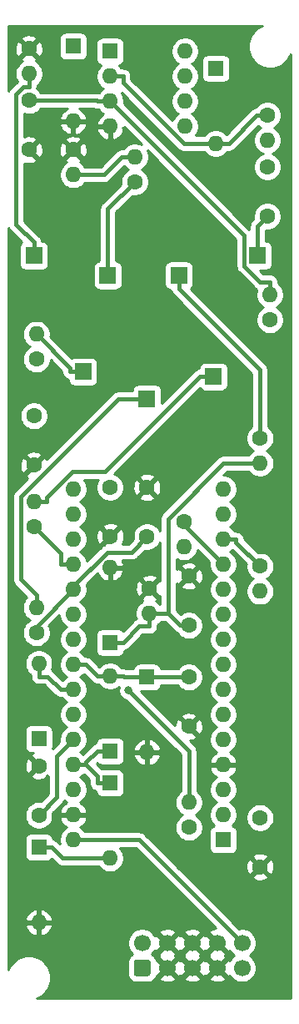
<source format=gbr>
%TF.GenerationSoftware,KiCad,Pcbnew,(5.1.9)-1*%
%TF.CreationDate,2021-06-26T11:37:54+09:00*%
%TF.ProjectId,CHORD_VCO,43484f52-445f-4564-934f-2e6b69636164,rev?*%
%TF.SameCoordinates,Original*%
%TF.FileFunction,Copper,L2,Bot*%
%TF.FilePolarity,Positive*%
%FSLAX46Y46*%
G04 Gerber Fmt 4.6, Leading zero omitted, Abs format (unit mm)*
G04 Created by KiCad (PCBNEW (5.1.9)-1) date 2021-06-26 11:37:54*
%MOMM*%
%LPD*%
G01*
G04 APERTURE LIST*
%TA.AperFunction,ComponentPad*%
%ADD10O,1.600000X1.600000*%
%TD*%
%TA.AperFunction,ComponentPad*%
%ADD11C,1.600000*%
%TD*%
%TA.AperFunction,ComponentPad*%
%ADD12R,1.700000X1.700000*%
%TD*%
%TA.AperFunction,ComponentPad*%
%ADD13R,1.600000X1.600000*%
%TD*%
%TA.AperFunction,ComponentPad*%
%ADD14C,1.700000*%
%TD*%
%TA.AperFunction,ViaPad*%
%ADD15C,0.800000*%
%TD*%
%TA.AperFunction,Conductor*%
%ADD16C,0.400000*%
%TD*%
%TA.AperFunction,Conductor*%
%ADD17C,0.254000*%
%TD*%
%TA.AperFunction,Conductor*%
%ADD18C,0.100000*%
%TD*%
G04 APERTURE END LIST*
D10*
%TO.P,R11,2*%
%TO.N,Net-(C7-Pad1)*%
X118500000Y-103540000D03*
D11*
%TO.P,R11,1*%
%TO.N,D9*%
X118500000Y-101000000D03*
%TD*%
D10*
%TO.P,R9,2*%
%TO.N,A5*%
X115000000Y-110290000D03*
D11*
%TO.P,R9,1*%
%TO.N,GND*%
X115000000Y-107750000D03*
%TD*%
D10*
%TO.P,R4,2*%
%TO.N,Net-(J1-PadT)*%
X119000000Y-129460000D03*
D11*
%TO.P,R4,1*%
%TO.N,A7*%
X119000000Y-132000000D03*
%TD*%
D10*
%TO.P,R10,2*%
%TO.N,Net-(C7-Pad1)*%
X126250000Y-108040000D03*
D11*
%TO.P,R10,1*%
%TO.N,D10*%
X126250000Y-105500000D03*
%TD*%
D10*
%TO.P,R8,2*%
%TO.N,A5*%
X126250000Y-95040000D03*
D11*
%TO.P,R8,1*%
%TO.N,Net-(J3-PadT)*%
X126250000Y-92500000D03*
%TD*%
D10*
%TO.P,R2,2*%
%TO.N,Net-(R2-Pad2)*%
X103500000Y-109710000D03*
D11*
%TO.P,R2,1*%
%TO.N,A1*%
X103500000Y-112250000D03*
%TD*%
D10*
%TO.P,R1,2*%
%TO.N,Net-(R1-Pad2)*%
X103250000Y-98960000D03*
D11*
%TO.P,R1,1*%
%TO.N,A0*%
X103250000Y-101500000D03*
%TD*%
D10*
%TO.P,R12,2*%
%TO.N,Net-(C8-Pad1)*%
X127250000Y-77960000D03*
D11*
%TO.P,R12,1*%
%TO.N,Net-(C7-Pad1)*%
X127250000Y-80500000D03*
%TD*%
D10*
%TO.P,R3,2*%
%TO.N,Net-(R3-Pad2)*%
X103500000Y-81960000D03*
D11*
%TO.P,R3,1*%
%TO.N,A3*%
X103500000Y-84500000D03*
%TD*%
D10*
%TO.P,R13,2*%
%TO.N,Net-(C9-Pad2)*%
X127000000Y-62290000D03*
D11*
%TO.P,R13,1*%
%TO.N,Net-(D7-Pad2)*%
X127000000Y-59750000D03*
%TD*%
D10*
%TO.P,R6,2*%
%TO.N,A4*%
X113500000Y-63960000D03*
D11*
%TO.P,R6,1*%
%TO.N,Net-(J2-PadT)*%
X113500000Y-66500000D03*
%TD*%
D10*
%TO.P,R7,2*%
%TO.N,A4*%
X107250000Y-65790000D03*
D11*
%TO.P,R7,1*%
%TO.N,GND*%
X107250000Y-63250000D03*
%TD*%
D10*
%TO.P,R5,2*%
%TO.N,Net-(J1-PadT)*%
X102750000Y-55540000D03*
D11*
%TO.P,R5,1*%
%TO.N,GND*%
X102750000Y-53000000D03*
%TD*%
D12*
%TO.P,ROOT_FREG,1*%
%TO.N,Net-(R1-Pad2)*%
X121500000Y-86250000D03*
%TD*%
%TO.P,INVERSION,1*%
%TO.N,Net-(R2-Pad2)*%
X114750000Y-88500000D03*
%TD*%
%TO.P,CHORD/WAVE,1*%
%TO.N,Net-(R3-Pad2)*%
X108250000Y-85750000D03*
%TD*%
%TO.P,J3,1*%
%TO.N,Net-(J3-PadT)*%
X118000000Y-76000000D03*
%TD*%
%TO.P,J2,1*%
%TO.N,Net-(J2-PadT)*%
X110750000Y-76000000D03*
%TD*%
%TO.P,J1,1*%
%TO.N,Net-(J1-PadT)*%
X103250000Y-74000000D03*
%TD*%
%TO.P,J4,1*%
%TO.N,Net-(C9-Pad1)*%
X126000000Y-74000000D03*
%TD*%
D10*
%TO.P,U1,8*%
%TO.N,5V*%
X118620000Y-53250000D03*
%TO.P,U1,4*%
%TO.N,GND*%
X111000000Y-60870000D03*
%TO.P,U1,7*%
%TO.N,N/C*%
X118620000Y-55790000D03*
%TO.P,U1,3*%
%TO.N,Net-(C8-Pad1)*%
X111000000Y-58330000D03*
%TO.P,U1,6*%
%TO.N,N/C*%
X118620000Y-58330000D03*
%TO.P,U1,2*%
%TO.N,Net-(D7-Pad2)*%
X111000000Y-55790000D03*
%TO.P,U1,5*%
%TO.N,N/C*%
X118620000Y-60870000D03*
D13*
%TO.P,U1,1*%
%TO.N,Net-(D7-Pad2)*%
X111000000Y-53250000D03*
%TD*%
D14*
%TO.P,J5,10*%
%TO.N,EURO12V*%
X124410000Y-143710000D03*
%TO.P,J5,8*%
%TO.N,GND*%
X121870000Y-143710000D03*
%TO.P,J5,6*%
X119330000Y-143710000D03*
%TO.P,J5,4*%
X116790000Y-143710000D03*
%TO.P,J5,2*%
%TO.N,Net-(J5-Pad2)*%
X114250000Y-143710000D03*
%TO.P,J5,9*%
%TO.N,EURO12V*%
X124410000Y-146250000D03*
%TO.P,J5,7*%
%TO.N,GND*%
X121870000Y-146250000D03*
%TO.P,J5,5*%
X119330000Y-146250000D03*
%TO.P,J5,3*%
X116790000Y-146250000D03*
%TO.P,J5,1*%
%TO.N,Net-(J5-Pad1)*%
%TA.AperFunction,ComponentPad*%
G36*
G01*
X114850000Y-147100000D02*
X113650000Y-147100000D01*
G75*
G02*
X113400000Y-146850000I0J250000D01*
G01*
X113400000Y-145650000D01*
G75*
G02*
X113650000Y-145400000I250000J0D01*
G01*
X114850000Y-145400000D01*
G75*
G02*
X115100000Y-145650000I0J-250000D01*
G01*
X115100000Y-146850000D01*
G75*
G02*
X114850000Y-147100000I-250000J0D01*
G01*
G37*
%TD.AperFunction*%
%TD*%
D10*
%TO.P,D8,2*%
%TO.N,GND*%
X107250000Y-60370000D03*
D13*
%TO.P,D8,1*%
%TO.N,Net-(D7-Pad2)*%
X107250000Y-52750000D03*
%TD*%
D10*
%TO.P,D7,2*%
%TO.N,Net-(D7-Pad2)*%
X121750000Y-62620000D03*
D13*
%TO.P,D7,1*%
%TO.N,5V*%
X121750000Y-55000000D03*
%TD*%
D10*
%TO.P,D6,2*%
%TO.N,GND*%
X111000000Y-105630000D03*
D13*
%TO.P,D6,1*%
%TO.N,A5*%
X111000000Y-113250000D03*
%TD*%
D10*
%TO.P,D5,2*%
%TO.N,A5*%
X103750000Y-115380000D03*
D13*
%TO.P,D5,1*%
%TO.N,5V*%
X103750000Y-123000000D03*
%TD*%
D10*
%TO.P,D4,2*%
%TO.N,GND*%
X114750000Y-124370000D03*
D13*
%TO.P,D4,1*%
%TO.N,A4*%
X114750000Y-116750000D03*
%TD*%
D10*
%TO.P,D3,2*%
%TO.N,A4*%
X111000000Y-116630000D03*
D13*
%TO.P,D3,1*%
%TO.N,5V*%
X111000000Y-124250000D03*
%TD*%
D10*
%TO.P,D2,2*%
%TO.N,A7*%
X111000000Y-135120000D03*
D13*
%TO.P,D2,1*%
%TO.N,5V*%
X111000000Y-127500000D03*
%TD*%
D10*
%TO.P,D1,2*%
%TO.N,GND*%
X103750000Y-141620000D03*
D13*
%TO.P,D1,1*%
%TO.N,A7*%
X103750000Y-134000000D03*
%TD*%
D11*
%TO.P,C9,2*%
%TO.N,Net-(C9-Pad2)*%
X127000000Y-65000000D03*
%TO.P,C9,1*%
%TO.N,Net-(C9-Pad1)*%
X127000000Y-70000000D03*
%TD*%
%TO.P,C8,2*%
%TO.N,GND*%
X102750000Y-63250000D03*
%TO.P,C8,1*%
%TO.N,Net-(C8-Pad1)*%
X102750000Y-58250000D03*
%TD*%
%TO.P,C7,2*%
%TO.N,GND*%
X126250000Y-136000000D03*
%TO.P,C7,1*%
%TO.N,Net-(C7-Pad1)*%
X126250000Y-131000000D03*
%TD*%
%TO.P,C6,2*%
%TO.N,GND*%
X119000000Y-106500000D03*
%TO.P,C6,1*%
%TO.N,A5*%
X119000000Y-111500000D03*
%TD*%
%TO.P,C5,2*%
%TO.N,GND*%
X119000000Y-121750000D03*
%TO.P,C5,1*%
%TO.N,A4*%
X119000000Y-116750000D03*
%TD*%
%TO.P,C4,2*%
%TO.N,GND*%
X103750000Y-125750000D03*
%TO.P,C4,1*%
%TO.N,A7*%
X103750000Y-130750000D03*
%TD*%
%TO.P,C3,2*%
%TO.N,GND*%
X103250000Y-95250000D03*
%TO.P,C3,1*%
%TO.N,A3*%
X103250000Y-90250000D03*
%TD*%
%TO.P,C2,2*%
%TO.N,GND*%
X114750000Y-97500000D03*
%TO.P,C2,1*%
%TO.N,A1*%
X114750000Y-102500000D03*
%TD*%
%TO.P,C1,2*%
%TO.N,GND*%
X111000000Y-102500000D03*
%TO.P,C1,1*%
%TO.N,A0*%
X111000000Y-97500000D03*
%TD*%
D10*
%TO.P,A1,16*%
%TO.N,Net-(A1-Pad16)*%
X107260000Y-97690000D03*
%TO.P,A1,15*%
%TO.N,Net-(A1-Pad15)*%
X122500000Y-97690000D03*
%TO.P,A1,30*%
%TO.N,EURO12V*%
X107260000Y-133250000D03*
%TO.P,A1,14*%
%TO.N,Net-(A1-Pad14)*%
X122500000Y-100230000D03*
%TO.P,A1,29*%
%TO.N,GND*%
X107260000Y-130710000D03*
%TO.P,A1,13*%
%TO.N,D10*%
X122500000Y-102770000D03*
%TO.P,A1,28*%
%TO.N,Net-(A1-Pad28)*%
X107260000Y-128170000D03*
%TO.P,A1,12*%
%TO.N,D9*%
X122500000Y-105310000D03*
%TO.P,A1,27*%
%TO.N,5V*%
X107260000Y-125630000D03*
%TO.P,A1,11*%
%TO.N,Net-(A1-Pad11)*%
X122500000Y-107850000D03*
%TO.P,A1,26*%
%TO.N,A7*%
X107260000Y-123090000D03*
%TO.P,A1,10*%
%TO.N,Net-(A1-Pad10)*%
X122500000Y-110390000D03*
%TO.P,A1,25*%
%TO.N,Net-(A1-Pad25)*%
X107260000Y-120550000D03*
%TO.P,A1,9*%
%TO.N,Net-(A1-Pad9)*%
X122500000Y-112930000D03*
%TO.P,A1,24*%
%TO.N,A5*%
X107260000Y-118010000D03*
%TO.P,A1,8*%
%TO.N,Net-(A1-Pad8)*%
X122500000Y-115470000D03*
%TO.P,A1,23*%
%TO.N,A4*%
X107260000Y-115470000D03*
%TO.P,A1,7*%
%TO.N,Net-(A1-Pad7)*%
X122500000Y-118010000D03*
%TO.P,A1,22*%
%TO.N,A3*%
X107260000Y-112930000D03*
%TO.P,A1,6*%
%TO.N,Net-(A1-Pad6)*%
X122500000Y-120550000D03*
%TO.P,A1,21*%
%TO.N,Net-(A1-Pad21)*%
X107260000Y-110390000D03*
%TO.P,A1,5*%
%TO.N,Net-(A1-Pad5)*%
X122500000Y-123090000D03*
%TO.P,A1,20*%
%TO.N,A1*%
X107260000Y-107850000D03*
%TO.P,A1,4*%
%TO.N,GND*%
X122500000Y-125630000D03*
%TO.P,A1,19*%
%TO.N,A0*%
X107260000Y-105310000D03*
%TO.P,A1,3*%
%TO.N,Net-(A1-Pad3)*%
X122500000Y-128170000D03*
%TO.P,A1,18*%
%TO.N,Net-(A1-Pad18)*%
X107260000Y-102770000D03*
%TO.P,A1,2*%
%TO.N,Net-(A1-Pad2)*%
X122500000Y-130710000D03*
%TO.P,A1,17*%
%TO.N,Net-(A1-Pad17)*%
X107260000Y-100230000D03*
D13*
%TO.P,A1,1*%
%TO.N,Net-(A1-Pad1)*%
X122500000Y-133250000D03*
%TD*%
D15*
%TO.N,Net-(J1-PadT)*%
X112875000Y-118109400D03*
%TD*%
D16*
%TO.N,EURO12V*%
X107260000Y-133250000D02*
X113950000Y-133250000D01*
X113950000Y-133250000D02*
X124410000Y-143710000D01*
%TO.N,D10*%
X122500000Y-102770000D02*
X123800300Y-102770000D01*
X123800300Y-102770000D02*
X123800300Y-103050300D01*
X123800300Y-103050300D02*
X126250000Y-105500000D01*
%TO.N,D9*%
X122500000Y-105310000D02*
X118500000Y-101310000D01*
X118500000Y-101310000D02*
X118500000Y-101000000D01*
%TO.N,5V*%
X111000000Y-127500000D02*
X109699700Y-127500000D01*
X109699700Y-127500000D02*
X109699700Y-126769400D01*
X109699700Y-126769400D02*
X108560300Y-125630000D01*
X107260000Y-125630000D02*
X108560300Y-125630000D01*
X111000000Y-124250000D02*
X109699700Y-124250000D01*
X108560300Y-125630000D02*
X108560300Y-125389400D01*
X108560300Y-125389400D02*
X109699700Y-124250000D01*
%TO.N,A7*%
X103750000Y-130750000D02*
X105565000Y-128935000D01*
X105565000Y-128935000D02*
X105565000Y-124785000D01*
X105565000Y-124785000D02*
X107260000Y-123090000D01*
X103750000Y-134000000D02*
X105050300Y-134000000D01*
X105050300Y-134000000D02*
X106170300Y-135120000D01*
X106170300Y-135120000D02*
X111000000Y-135120000D01*
%TO.N,A5*%
X116904900Y-110290000D02*
X116904900Y-100676600D01*
X116904900Y-100676600D02*
X122541500Y-95040000D01*
X122541500Y-95040000D02*
X126250000Y-95040000D01*
X119000000Y-111500000D02*
X118114900Y-111500000D01*
X118114900Y-111500000D02*
X116904900Y-110290000D01*
X116904900Y-110290000D02*
X116300300Y-110290000D01*
X115000000Y-110290000D02*
X115000000Y-111590300D01*
X111000000Y-113250000D02*
X112300300Y-113250000D01*
X112300300Y-113250000D02*
X113960000Y-111590300D01*
X113960000Y-111590300D02*
X115000000Y-111590300D01*
X115000000Y-110290000D02*
X116300300Y-110290000D01*
X103750000Y-115380000D02*
X103750000Y-116680300D01*
X107260000Y-118010000D02*
X105959700Y-118010000D01*
X105959700Y-118010000D02*
X104630000Y-116680300D01*
X104630000Y-116680300D02*
X103750000Y-116680300D01*
%TO.N,A4*%
X113500000Y-63960000D02*
X112199700Y-63960000D01*
X107250000Y-65790000D02*
X110369700Y-65790000D01*
X110369700Y-65790000D02*
X112199700Y-63960000D01*
X111000000Y-116630000D02*
X112300300Y-116630000D01*
X114750000Y-116750000D02*
X112420300Y-116750000D01*
X112420300Y-116750000D02*
X112300300Y-116630000D01*
X119000000Y-116750000D02*
X114750000Y-116750000D01*
X107260000Y-115470000D02*
X108560300Y-115470000D01*
X111000000Y-116630000D02*
X109699700Y-116630000D01*
X108560300Y-115470000D02*
X108560300Y-115490600D01*
X108560300Y-115490600D02*
X109699700Y-116630000D01*
%TO.N,A1*%
X114750000Y-102500000D02*
X113185000Y-104065000D01*
X113185000Y-104065000D02*
X110720300Y-104065000D01*
X110720300Y-104065000D02*
X107260000Y-107525300D01*
X107260000Y-107525300D02*
X107260000Y-107850000D01*
X107260000Y-107850000D02*
X103500000Y-111610000D01*
X103500000Y-111610000D02*
X103500000Y-112250000D01*
%TO.N,A0*%
X107260000Y-105310000D02*
X105959700Y-105310000D01*
X105959700Y-105310000D02*
X105959700Y-104209700D01*
X105959700Y-104209700D02*
X103250000Y-101500000D01*
%TO.N,Net-(C8-Pad1)*%
X111000000Y-58330000D02*
X109699700Y-58330000D01*
X102750000Y-58250000D02*
X109619700Y-58250000D01*
X109619700Y-58250000D02*
X109699700Y-58330000D01*
X127250000Y-77960000D02*
X127250000Y-76659700D01*
X111000000Y-58330000D02*
X124640400Y-71970400D01*
X124640400Y-71970400D02*
X124640400Y-75064800D01*
X124640400Y-75064800D02*
X126235300Y-76659700D01*
X126235300Y-76659700D02*
X127250000Y-76659700D01*
%TO.N,Net-(C9-Pad1)*%
X127000000Y-70000000D02*
X126000000Y-71000000D01*
X126000000Y-71000000D02*
X126000000Y-74000000D01*
%TO.N,Net-(D7-Pad2)*%
X111000000Y-55790000D02*
X112300300Y-55790000D01*
X112300300Y-55790000D02*
X112300300Y-56440200D01*
X112300300Y-56440200D02*
X118480100Y-62620000D01*
X118480100Y-62620000D02*
X121750000Y-62620000D01*
X121750000Y-62620000D02*
X123050300Y-62620000D01*
X123050300Y-62620000D02*
X125920300Y-59750000D01*
X125920300Y-59750000D02*
X127000000Y-59750000D01*
%TO.N,Net-(R1-Pad2)*%
X103250000Y-98960000D02*
X104550300Y-98960000D01*
X121500000Y-86250000D02*
X120149700Y-86250000D01*
X120149700Y-86250000D02*
X110473500Y-95926200D01*
X110473500Y-95926200D02*
X107180000Y-95926200D01*
X107180000Y-95926200D02*
X104550300Y-98555900D01*
X104550300Y-98555900D02*
X104550300Y-98960000D01*
%TO.N,Net-(R2-Pad2)*%
X103500000Y-109710000D02*
X103500000Y-108409700D01*
X114750000Y-88500000D02*
X111870900Y-88500000D01*
X111870900Y-88500000D02*
X101930400Y-98440500D01*
X101930400Y-98440500D02*
X101930400Y-106840100D01*
X101930400Y-106840100D02*
X103500000Y-108409700D01*
%TO.N,Net-(R3-Pad2)*%
X108250000Y-85750000D02*
X106899700Y-85750000D01*
X106899700Y-85750000D02*
X106899700Y-85359700D01*
X106899700Y-85359700D02*
X103500000Y-81960000D01*
%TO.N,Net-(J1-PadT)*%
X102750000Y-55540000D02*
X102750000Y-56840300D01*
X103250000Y-74000000D02*
X103250000Y-72649700D01*
X103250000Y-72649700D02*
X101428500Y-70828200D01*
X101428500Y-70828200D02*
X101428500Y-57623000D01*
X101428500Y-57623000D02*
X102211200Y-56840300D01*
X102211200Y-56840300D02*
X102750000Y-56840300D01*
X112875000Y-118109400D02*
X119000000Y-124234400D01*
X119000000Y-124234400D02*
X119000000Y-129460000D01*
%TO.N,Net-(J2-PadT)*%
X110750000Y-76000000D02*
X110750000Y-69250000D01*
X110750000Y-69250000D02*
X113500000Y-66500000D01*
%TO.N,Net-(J3-PadT)*%
X118000000Y-76000000D02*
X118000000Y-77350300D01*
X118000000Y-77350300D02*
X126250000Y-85600300D01*
X126250000Y-85600300D02*
X126250000Y-92500000D01*
%TD*%
D17*
%TO.N,GND*%
X126191331Y-50769369D02*
X125825271Y-51013962D01*
X125513962Y-51325271D01*
X125269369Y-51691331D01*
X125100890Y-52098075D01*
X125015000Y-52529872D01*
X125015000Y-52970128D01*
X125100890Y-53401925D01*
X125269369Y-53808669D01*
X125513962Y-54174729D01*
X125825271Y-54486038D01*
X126191331Y-54730631D01*
X126598075Y-54899110D01*
X127029872Y-54985000D01*
X127470128Y-54985000D01*
X127901925Y-54899110D01*
X128308669Y-54730631D01*
X128674729Y-54486038D01*
X128986038Y-54174729D01*
X129230631Y-53808669D01*
X129340001Y-53544627D01*
X129340000Y-149340000D01*
X103544629Y-149340000D01*
X103808669Y-149230631D01*
X104174729Y-148986038D01*
X104486038Y-148674729D01*
X104730631Y-148308669D01*
X104899110Y-147901925D01*
X104985000Y-147470128D01*
X104985000Y-147029872D01*
X104899110Y-146598075D01*
X104730631Y-146191331D01*
X104486038Y-145825271D01*
X104310767Y-145650000D01*
X112761928Y-145650000D01*
X112761928Y-146850000D01*
X112778992Y-147023254D01*
X112829528Y-147189850D01*
X112911595Y-147343386D01*
X113022038Y-147477962D01*
X113156614Y-147588405D01*
X113310150Y-147670472D01*
X113476746Y-147721008D01*
X113650000Y-147738072D01*
X114850000Y-147738072D01*
X115023254Y-147721008D01*
X115189850Y-147670472D01*
X115343386Y-147588405D01*
X115477962Y-147477962D01*
X115588405Y-147343386D01*
X115623142Y-147278397D01*
X115941208Y-147278397D01*
X116018843Y-147527472D01*
X116282883Y-147653371D01*
X116566411Y-147725339D01*
X116858531Y-147740611D01*
X117148019Y-147698599D01*
X117423747Y-147600919D01*
X117561157Y-147527472D01*
X117638792Y-147278397D01*
X118481208Y-147278397D01*
X118558843Y-147527472D01*
X118822883Y-147653371D01*
X119106411Y-147725339D01*
X119398531Y-147740611D01*
X119688019Y-147698599D01*
X119963747Y-147600919D01*
X120101157Y-147527472D01*
X120178792Y-147278397D01*
X121021208Y-147278397D01*
X121098843Y-147527472D01*
X121362883Y-147653371D01*
X121646411Y-147725339D01*
X121938531Y-147740611D01*
X122228019Y-147698599D01*
X122503747Y-147600919D01*
X122641157Y-147527472D01*
X122718792Y-147278397D01*
X121870000Y-146429605D01*
X121021208Y-147278397D01*
X120178792Y-147278397D01*
X119330000Y-146429605D01*
X118481208Y-147278397D01*
X117638792Y-147278397D01*
X116790000Y-146429605D01*
X115941208Y-147278397D01*
X115623142Y-147278397D01*
X115670472Y-147189850D01*
X115703580Y-147080707D01*
X115761603Y-147098792D01*
X116610395Y-146250000D01*
X116969605Y-146250000D01*
X117818397Y-147098792D01*
X118060000Y-147023486D01*
X118301603Y-147098792D01*
X119150395Y-146250000D01*
X119509605Y-146250000D01*
X120358397Y-147098792D01*
X120600000Y-147023486D01*
X120841603Y-147098792D01*
X121690395Y-146250000D01*
X120841603Y-145401208D01*
X120600000Y-145476514D01*
X120358397Y-145401208D01*
X119509605Y-146250000D01*
X119150395Y-146250000D01*
X118301603Y-145401208D01*
X118060000Y-145476514D01*
X117818397Y-145401208D01*
X116969605Y-146250000D01*
X116610395Y-146250000D01*
X115761603Y-145401208D01*
X115703580Y-145419293D01*
X115670472Y-145310150D01*
X115588405Y-145156614D01*
X115477962Y-145022038D01*
X115343386Y-144911595D01*
X115216392Y-144843715D01*
X115321710Y-144738397D01*
X115941208Y-144738397D01*
X116016514Y-144980000D01*
X115941208Y-145221603D01*
X116790000Y-146070395D01*
X117638792Y-145221603D01*
X117563486Y-144980000D01*
X117638792Y-144738397D01*
X118481208Y-144738397D01*
X118556514Y-144980000D01*
X118481208Y-145221603D01*
X119330000Y-146070395D01*
X120178792Y-145221603D01*
X120103486Y-144980000D01*
X120178792Y-144738397D01*
X121021208Y-144738397D01*
X121096514Y-144980000D01*
X121021208Y-145221603D01*
X121870000Y-146070395D01*
X122718792Y-145221603D01*
X122643486Y-144980000D01*
X122718792Y-144738397D01*
X121870000Y-143889605D01*
X121021208Y-144738397D01*
X120178792Y-144738397D01*
X119330000Y-143889605D01*
X118481208Y-144738397D01*
X117638792Y-144738397D01*
X116790000Y-143889605D01*
X115941208Y-144738397D01*
X115321710Y-144738397D01*
X115403475Y-144656632D01*
X115519311Y-144483271D01*
X115761603Y-144558792D01*
X116610395Y-143710000D01*
X116969605Y-143710000D01*
X117818397Y-144558792D01*
X118060000Y-144483486D01*
X118301603Y-144558792D01*
X119150395Y-143710000D01*
X119509605Y-143710000D01*
X120358397Y-144558792D01*
X120600000Y-144483486D01*
X120841603Y-144558792D01*
X121690395Y-143710000D01*
X120841603Y-142861208D01*
X120600000Y-142936514D01*
X120358397Y-142861208D01*
X119509605Y-143710000D01*
X119150395Y-143710000D01*
X118301603Y-142861208D01*
X118060000Y-142936514D01*
X117818397Y-142861208D01*
X116969605Y-143710000D01*
X116610395Y-143710000D01*
X115761603Y-142861208D01*
X115519311Y-142936729D01*
X115403475Y-142763368D01*
X115321710Y-142681603D01*
X115941208Y-142681603D01*
X116790000Y-143530395D01*
X117638792Y-142681603D01*
X118481208Y-142681603D01*
X119330000Y-143530395D01*
X120178792Y-142681603D01*
X120101157Y-142432528D01*
X119837117Y-142306629D01*
X119553589Y-142234661D01*
X119261469Y-142219389D01*
X118971981Y-142261401D01*
X118696253Y-142359081D01*
X118558843Y-142432528D01*
X118481208Y-142681603D01*
X117638792Y-142681603D01*
X117561157Y-142432528D01*
X117297117Y-142306629D01*
X117013589Y-142234661D01*
X116721469Y-142219389D01*
X116431981Y-142261401D01*
X116156253Y-142359081D01*
X116018843Y-142432528D01*
X115941208Y-142681603D01*
X115321710Y-142681603D01*
X115196632Y-142556525D01*
X114953411Y-142394010D01*
X114683158Y-142282068D01*
X114396260Y-142225000D01*
X114103740Y-142225000D01*
X113816842Y-142282068D01*
X113546589Y-142394010D01*
X113303368Y-142556525D01*
X113096525Y-142763368D01*
X112934010Y-143006589D01*
X112822068Y-143276842D01*
X112765000Y-143563740D01*
X112765000Y-143856260D01*
X112822068Y-144143158D01*
X112934010Y-144413411D01*
X113096525Y-144656632D01*
X113283608Y-144843715D01*
X113156614Y-144911595D01*
X113022038Y-145022038D01*
X112911595Y-145156614D01*
X112829528Y-145310150D01*
X112778992Y-145476746D01*
X112761928Y-145650000D01*
X104310767Y-145650000D01*
X104174729Y-145513962D01*
X103808669Y-145269369D01*
X103401925Y-145100890D01*
X102970128Y-145015000D01*
X102529872Y-145015000D01*
X102098075Y-145100890D01*
X101691331Y-145269369D01*
X101325271Y-145513962D01*
X101013962Y-145825271D01*
X100769369Y-146191331D01*
X100660000Y-146455371D01*
X100660000Y-141969040D01*
X102358091Y-141969040D01*
X102452930Y-142233881D01*
X102597615Y-142475131D01*
X102786586Y-142683519D01*
X103012580Y-142851037D01*
X103266913Y-142971246D01*
X103400961Y-143011904D01*
X103623000Y-142889915D01*
X103623000Y-141747000D01*
X103877000Y-141747000D01*
X103877000Y-142889915D01*
X104099039Y-143011904D01*
X104233087Y-142971246D01*
X104487420Y-142851037D01*
X104713414Y-142683519D01*
X104902385Y-142475131D01*
X105047070Y-142233881D01*
X105141909Y-141969040D01*
X105020624Y-141747000D01*
X103877000Y-141747000D01*
X103623000Y-141747000D01*
X102479376Y-141747000D01*
X102358091Y-141969040D01*
X100660000Y-141969040D01*
X100660000Y-141270960D01*
X102358091Y-141270960D01*
X102479376Y-141493000D01*
X103623000Y-141493000D01*
X103623000Y-140350085D01*
X103877000Y-140350085D01*
X103877000Y-141493000D01*
X105020624Y-141493000D01*
X105141909Y-141270960D01*
X105047070Y-141006119D01*
X104902385Y-140764869D01*
X104713414Y-140556481D01*
X104487420Y-140388963D01*
X104233087Y-140268754D01*
X104099039Y-140228096D01*
X103877000Y-140350085D01*
X103623000Y-140350085D01*
X103400961Y-140228096D01*
X103266913Y-140268754D01*
X103012580Y-140388963D01*
X102786586Y-140556481D01*
X102597615Y-140764869D01*
X102452930Y-141006119D01*
X102358091Y-141270960D01*
X100660000Y-141270960D01*
X100660000Y-133200000D01*
X102311928Y-133200000D01*
X102311928Y-134800000D01*
X102324188Y-134924482D01*
X102360498Y-135044180D01*
X102419463Y-135154494D01*
X102498815Y-135251185D01*
X102595506Y-135330537D01*
X102705820Y-135389502D01*
X102825518Y-135425812D01*
X102950000Y-135438072D01*
X104550000Y-135438072D01*
X104674482Y-135425812D01*
X104794180Y-135389502D01*
X104904494Y-135330537D01*
X105001185Y-135251185D01*
X105055020Y-135185587D01*
X105550858Y-135681426D01*
X105577009Y-135713291D01*
X105668267Y-135788184D01*
X105704154Y-135817636D01*
X105849213Y-135895172D01*
X106006611Y-135942918D01*
X106170299Y-135959040D01*
X106211318Y-135955000D01*
X109832070Y-135955000D01*
X109885363Y-136034759D01*
X110085241Y-136234637D01*
X110320273Y-136391680D01*
X110581426Y-136499853D01*
X110858665Y-136555000D01*
X111141335Y-136555000D01*
X111418574Y-136499853D01*
X111679727Y-136391680D01*
X111914759Y-136234637D01*
X112114637Y-136034759D01*
X112271680Y-135799727D01*
X112379853Y-135538574D01*
X112435000Y-135261335D01*
X112435000Y-134978665D01*
X112379853Y-134701426D01*
X112271680Y-134440273D01*
X112114637Y-134205241D01*
X111994396Y-134085000D01*
X113604133Y-134085000D01*
X121746498Y-142227367D01*
X121511981Y-142261401D01*
X121236253Y-142359081D01*
X121098843Y-142432528D01*
X121021208Y-142681603D01*
X121870000Y-143530395D01*
X121884143Y-143516253D01*
X122063748Y-143695858D01*
X122049605Y-143710000D01*
X122898397Y-144558792D01*
X123140689Y-144483271D01*
X123256525Y-144656632D01*
X123463368Y-144863475D01*
X123637760Y-144980000D01*
X123463368Y-145096525D01*
X123256525Y-145303368D01*
X123140689Y-145476729D01*
X122898397Y-145401208D01*
X122049605Y-146250000D01*
X122898397Y-147098792D01*
X123140689Y-147023271D01*
X123256525Y-147196632D01*
X123463368Y-147403475D01*
X123706589Y-147565990D01*
X123976842Y-147677932D01*
X124263740Y-147735000D01*
X124556260Y-147735000D01*
X124843158Y-147677932D01*
X125113411Y-147565990D01*
X125356632Y-147403475D01*
X125563475Y-147196632D01*
X125725990Y-146953411D01*
X125837932Y-146683158D01*
X125895000Y-146396260D01*
X125895000Y-146103740D01*
X125837932Y-145816842D01*
X125725990Y-145546589D01*
X125563475Y-145303368D01*
X125356632Y-145096525D01*
X125182240Y-144980000D01*
X125356632Y-144863475D01*
X125563475Y-144656632D01*
X125725990Y-144413411D01*
X125837932Y-144143158D01*
X125895000Y-143856260D01*
X125895000Y-143563740D01*
X125837932Y-143276842D01*
X125725990Y-143006589D01*
X125563475Y-142763368D01*
X125356632Y-142556525D01*
X125113411Y-142394010D01*
X124843158Y-142282068D01*
X124556260Y-142225000D01*
X124263740Y-142225000D01*
X124132062Y-142251193D01*
X118873571Y-136992702D01*
X125436903Y-136992702D01*
X125508486Y-137236671D01*
X125763996Y-137357571D01*
X126038184Y-137426300D01*
X126320512Y-137440217D01*
X126600130Y-137398787D01*
X126866292Y-137303603D01*
X126991514Y-137236671D01*
X127063097Y-136992702D01*
X126250000Y-136179605D01*
X125436903Y-136992702D01*
X118873571Y-136992702D01*
X117951380Y-136070512D01*
X124809783Y-136070512D01*
X124851213Y-136350130D01*
X124946397Y-136616292D01*
X125013329Y-136741514D01*
X125257298Y-136813097D01*
X126070395Y-136000000D01*
X126429605Y-136000000D01*
X127242702Y-136813097D01*
X127486671Y-136741514D01*
X127607571Y-136486004D01*
X127676300Y-136211816D01*
X127690217Y-135929488D01*
X127648787Y-135649870D01*
X127553603Y-135383708D01*
X127486671Y-135258486D01*
X127242702Y-135186903D01*
X126429605Y-136000000D01*
X126070395Y-136000000D01*
X125257298Y-135186903D01*
X125013329Y-135258486D01*
X124892429Y-135513996D01*
X124823700Y-135788184D01*
X124809783Y-136070512D01*
X117951380Y-136070512D01*
X116888166Y-135007298D01*
X125436903Y-135007298D01*
X126250000Y-135820395D01*
X127063097Y-135007298D01*
X126991514Y-134763329D01*
X126736004Y-134642429D01*
X126461816Y-134573700D01*
X126179488Y-134559783D01*
X125899870Y-134601213D01*
X125633708Y-134696397D01*
X125508486Y-134763329D01*
X125436903Y-135007298D01*
X116888166Y-135007298D01*
X114569446Y-132688579D01*
X114543291Y-132656709D01*
X114416146Y-132552364D01*
X114271087Y-132474828D01*
X114113689Y-132427082D01*
X113991019Y-132415000D01*
X113991018Y-132415000D01*
X113950000Y-132410960D01*
X113908982Y-132415000D01*
X108427930Y-132415000D01*
X108374637Y-132335241D01*
X108174759Y-132135363D01*
X107939727Y-131978320D01*
X107929135Y-131973933D01*
X108115131Y-131862385D01*
X108323519Y-131673414D01*
X108491037Y-131447420D01*
X108611246Y-131193087D01*
X108651904Y-131059039D01*
X108529915Y-130837000D01*
X107387000Y-130837000D01*
X107387000Y-130857000D01*
X107133000Y-130857000D01*
X107133000Y-130837000D01*
X105990085Y-130837000D01*
X105868096Y-131059039D01*
X105908754Y-131193087D01*
X106028963Y-131447420D01*
X106196481Y-131673414D01*
X106404869Y-131862385D01*
X106590865Y-131973933D01*
X106580273Y-131978320D01*
X106345241Y-132135363D01*
X106145363Y-132335241D01*
X105988320Y-132570273D01*
X105880147Y-132831426D01*
X105825000Y-133108665D01*
X105825000Y-133391335D01*
X105875282Y-133644114D01*
X105669746Y-133438579D01*
X105643591Y-133406709D01*
X105516446Y-133302364D01*
X105371387Y-133224828D01*
X105213989Y-133177082D01*
X105185539Y-133174280D01*
X105175812Y-133075518D01*
X105139502Y-132955820D01*
X105080537Y-132845506D01*
X105001185Y-132748815D01*
X104904494Y-132669463D01*
X104794180Y-132610498D01*
X104674482Y-132574188D01*
X104550000Y-132561928D01*
X102950000Y-132561928D01*
X102825518Y-132574188D01*
X102705820Y-132610498D01*
X102595506Y-132669463D01*
X102498815Y-132748815D01*
X102419463Y-132845506D01*
X102360498Y-132955820D01*
X102324188Y-133075518D01*
X102311928Y-133200000D01*
X100660000Y-133200000D01*
X100660000Y-125820512D01*
X102309783Y-125820512D01*
X102351213Y-126100130D01*
X102446397Y-126366292D01*
X102513329Y-126491514D01*
X102757298Y-126563097D01*
X103570395Y-125750000D01*
X102757298Y-124936903D01*
X102513329Y-125008486D01*
X102392429Y-125263996D01*
X102323700Y-125538184D01*
X102309783Y-125820512D01*
X100660000Y-125820512D01*
X100660000Y-98440500D01*
X101091360Y-98440500D01*
X101095400Y-98481519D01*
X101095401Y-106799071D01*
X101091360Y-106840100D01*
X101107482Y-107003788D01*
X101155228Y-107161186D01*
X101232764Y-107306245D01*
X101232765Y-107306246D01*
X101337110Y-107433391D01*
X101368974Y-107459541D01*
X102545018Y-108635586D01*
X102385363Y-108795241D01*
X102228320Y-109030273D01*
X102120147Y-109291426D01*
X102065000Y-109568665D01*
X102065000Y-109851335D01*
X102120147Y-110128574D01*
X102228320Y-110389727D01*
X102385363Y-110624759D01*
X102585241Y-110824637D01*
X102817759Y-110980000D01*
X102585241Y-111135363D01*
X102385363Y-111335241D01*
X102228320Y-111570273D01*
X102120147Y-111831426D01*
X102065000Y-112108665D01*
X102065000Y-112391335D01*
X102120147Y-112668574D01*
X102228320Y-112929727D01*
X102385363Y-113164759D01*
X102585241Y-113364637D01*
X102820273Y-113521680D01*
X103081426Y-113629853D01*
X103358665Y-113685000D01*
X103641335Y-113685000D01*
X103918574Y-113629853D01*
X104179727Y-113521680D01*
X104414759Y-113364637D01*
X104614637Y-113164759D01*
X104771680Y-112929727D01*
X104879853Y-112668574D01*
X104935000Y-112391335D01*
X104935000Y-112108665D01*
X104879853Y-111831426D01*
X104771680Y-111570273D01*
X104751218Y-111539649D01*
X105825000Y-110465867D01*
X105825000Y-110531335D01*
X105880147Y-110808574D01*
X105988320Y-111069727D01*
X106145363Y-111304759D01*
X106345241Y-111504637D01*
X106577759Y-111660000D01*
X106345241Y-111815363D01*
X106145363Y-112015241D01*
X105988320Y-112250273D01*
X105880147Y-112511426D01*
X105825000Y-112788665D01*
X105825000Y-113071335D01*
X105880147Y-113348574D01*
X105988320Y-113609727D01*
X106145363Y-113844759D01*
X106345241Y-114044637D01*
X106577759Y-114200000D01*
X106345241Y-114355363D01*
X106145363Y-114555241D01*
X105988320Y-114790273D01*
X105880147Y-115051426D01*
X105825000Y-115328665D01*
X105825000Y-115611335D01*
X105880147Y-115888574D01*
X105988320Y-116149727D01*
X106145363Y-116384759D01*
X106345241Y-116584637D01*
X106577759Y-116740000D01*
X106345241Y-116895363D01*
X106185586Y-117055018D01*
X105249446Y-116118878D01*
X105223291Y-116087009D01*
X105096146Y-115982664D01*
X105061313Y-115964045D01*
X105129853Y-115798574D01*
X105185000Y-115521335D01*
X105185000Y-115238665D01*
X105129853Y-114961426D01*
X105021680Y-114700273D01*
X104864637Y-114465241D01*
X104664759Y-114265363D01*
X104429727Y-114108320D01*
X104168574Y-114000147D01*
X103891335Y-113945000D01*
X103608665Y-113945000D01*
X103331426Y-114000147D01*
X103070273Y-114108320D01*
X102835241Y-114265363D01*
X102635363Y-114465241D01*
X102478320Y-114700273D01*
X102370147Y-114961426D01*
X102315000Y-115238665D01*
X102315000Y-115521335D01*
X102370147Y-115798574D01*
X102478320Y-116059727D01*
X102635363Y-116294759D01*
X102835241Y-116494637D01*
X102915001Y-116547931D01*
X102915001Y-116639272D01*
X102910960Y-116680300D01*
X102927082Y-116843989D01*
X102974828Y-117001387D01*
X103052364Y-117146446D01*
X103156709Y-117273591D01*
X103283854Y-117377936D01*
X103428913Y-117455472D01*
X103586311Y-117503218D01*
X103708981Y-117515300D01*
X103708982Y-117515300D01*
X103750000Y-117519340D01*
X103791019Y-117515300D01*
X104284133Y-117515300D01*
X105340263Y-118571432D01*
X105366409Y-118603291D01*
X105493554Y-118707636D01*
X105638613Y-118785172D01*
X105796011Y-118832918D01*
X105918681Y-118845000D01*
X105918682Y-118845000D01*
X105959700Y-118849040D01*
X106000718Y-118845000D01*
X106092070Y-118845000D01*
X106145363Y-118924759D01*
X106345241Y-119124637D01*
X106577759Y-119280000D01*
X106345241Y-119435363D01*
X106145363Y-119635241D01*
X105988320Y-119870273D01*
X105880147Y-120131426D01*
X105825000Y-120408665D01*
X105825000Y-120691335D01*
X105880147Y-120968574D01*
X105988320Y-121229727D01*
X106145363Y-121464759D01*
X106345241Y-121664637D01*
X106577759Y-121820000D01*
X106345241Y-121975363D01*
X106145363Y-122175241D01*
X105988320Y-122410273D01*
X105880147Y-122671426D01*
X105825000Y-122948665D01*
X105825000Y-123231335D01*
X105843715Y-123325418D01*
X105145837Y-124023296D01*
X105175812Y-123924482D01*
X105188072Y-123800000D01*
X105188072Y-122200000D01*
X105175812Y-122075518D01*
X105139502Y-121955820D01*
X105080537Y-121845506D01*
X105001185Y-121748815D01*
X104904494Y-121669463D01*
X104794180Y-121610498D01*
X104674482Y-121574188D01*
X104550000Y-121561928D01*
X102950000Y-121561928D01*
X102825518Y-121574188D01*
X102705820Y-121610498D01*
X102595506Y-121669463D01*
X102498815Y-121748815D01*
X102419463Y-121845506D01*
X102360498Y-121955820D01*
X102324188Y-122075518D01*
X102311928Y-122200000D01*
X102311928Y-123800000D01*
X102324188Y-123924482D01*
X102360498Y-124044180D01*
X102419463Y-124154494D01*
X102498815Y-124251185D01*
X102595506Y-124330537D01*
X102705820Y-124389502D01*
X102825518Y-124425812D01*
X102950000Y-124438072D01*
X103156987Y-124438072D01*
X103133708Y-124446397D01*
X103008486Y-124513329D01*
X102936903Y-124757298D01*
X103750000Y-125570395D01*
X103764143Y-125556253D01*
X103943748Y-125735858D01*
X103929605Y-125750000D01*
X103943748Y-125764143D01*
X103764143Y-125943748D01*
X103750000Y-125929605D01*
X102936903Y-126742702D01*
X103008486Y-126986671D01*
X103263996Y-127107571D01*
X103538184Y-127176300D01*
X103820512Y-127190217D01*
X104100130Y-127148787D01*
X104366292Y-127053603D01*
X104491514Y-126986671D01*
X104563097Y-126742704D01*
X104679370Y-126858977D01*
X104730001Y-126808346D01*
X104730000Y-128589131D01*
X103985418Y-129333714D01*
X103891335Y-129315000D01*
X103608665Y-129315000D01*
X103331426Y-129370147D01*
X103070273Y-129478320D01*
X102835241Y-129635363D01*
X102635363Y-129835241D01*
X102478320Y-130070273D01*
X102370147Y-130331426D01*
X102315000Y-130608665D01*
X102315000Y-130891335D01*
X102370147Y-131168574D01*
X102478320Y-131429727D01*
X102635363Y-131664759D01*
X102835241Y-131864637D01*
X103070273Y-132021680D01*
X103331426Y-132129853D01*
X103608665Y-132185000D01*
X103891335Y-132185000D01*
X104168574Y-132129853D01*
X104429727Y-132021680D01*
X104664759Y-131864637D01*
X104864637Y-131664759D01*
X105021680Y-131429727D01*
X105129853Y-131168574D01*
X105185000Y-130891335D01*
X105185000Y-130608665D01*
X105166286Y-130514582D01*
X106126433Y-129554436D01*
X106158291Y-129528291D01*
X106262636Y-129401146D01*
X106331993Y-129271389D01*
X106345241Y-129284637D01*
X106580273Y-129441680D01*
X106590865Y-129446067D01*
X106404869Y-129557615D01*
X106196481Y-129746586D01*
X106028963Y-129972580D01*
X105908754Y-130226913D01*
X105868096Y-130360961D01*
X105990085Y-130583000D01*
X107133000Y-130583000D01*
X107133000Y-130563000D01*
X107387000Y-130563000D01*
X107387000Y-130583000D01*
X108529915Y-130583000D01*
X108651904Y-130360961D01*
X108611246Y-130226913D01*
X108491037Y-129972580D01*
X108323519Y-129746586D01*
X108115131Y-129557615D01*
X107929135Y-129446067D01*
X107939727Y-129441680D01*
X108174759Y-129284637D01*
X108374637Y-129084759D01*
X108531680Y-128849727D01*
X108639853Y-128588574D01*
X108695000Y-128311335D01*
X108695000Y-128028665D01*
X108639853Y-127751426D01*
X108531680Y-127490273D01*
X108374637Y-127255241D01*
X108174759Y-127055363D01*
X107942241Y-126900000D01*
X108174759Y-126744637D01*
X108334414Y-126584982D01*
X108864700Y-127115269D01*
X108864700Y-127458981D01*
X108860660Y-127500000D01*
X108876782Y-127663689D01*
X108924528Y-127821087D01*
X109002064Y-127966146D01*
X109053372Y-128028665D01*
X109106409Y-128093291D01*
X109233554Y-128197636D01*
X109378613Y-128275172D01*
X109536011Y-128322918D01*
X109564461Y-128325720D01*
X109574188Y-128424482D01*
X109610498Y-128544180D01*
X109669463Y-128654494D01*
X109748815Y-128751185D01*
X109845506Y-128830537D01*
X109955820Y-128889502D01*
X110075518Y-128925812D01*
X110200000Y-128938072D01*
X111800000Y-128938072D01*
X111924482Y-128925812D01*
X112044180Y-128889502D01*
X112154494Y-128830537D01*
X112251185Y-128751185D01*
X112330537Y-128654494D01*
X112389502Y-128544180D01*
X112425812Y-128424482D01*
X112438072Y-128300000D01*
X112438072Y-126700000D01*
X112425812Y-126575518D01*
X112389502Y-126455820D01*
X112330537Y-126345506D01*
X112251185Y-126248815D01*
X112154494Y-126169463D01*
X112044180Y-126110498D01*
X111924482Y-126074188D01*
X111800000Y-126061928D01*
X110200000Y-126061928D01*
X110175509Y-126064340D01*
X109620868Y-125509700D01*
X109694981Y-125435587D01*
X109748815Y-125501185D01*
X109845506Y-125580537D01*
X109955820Y-125639502D01*
X110075518Y-125675812D01*
X110200000Y-125688072D01*
X111800000Y-125688072D01*
X111924482Y-125675812D01*
X112044180Y-125639502D01*
X112154494Y-125580537D01*
X112251185Y-125501185D01*
X112330537Y-125404494D01*
X112389502Y-125294180D01*
X112425812Y-125174482D01*
X112438072Y-125050000D01*
X112438072Y-124719040D01*
X113358091Y-124719040D01*
X113452930Y-124983881D01*
X113597615Y-125225131D01*
X113786586Y-125433519D01*
X114012580Y-125601037D01*
X114266913Y-125721246D01*
X114400961Y-125761904D01*
X114623000Y-125639915D01*
X114623000Y-124497000D01*
X114877000Y-124497000D01*
X114877000Y-125639915D01*
X115099039Y-125761904D01*
X115233087Y-125721246D01*
X115487420Y-125601037D01*
X115713414Y-125433519D01*
X115902385Y-125225131D01*
X116047070Y-124983881D01*
X116141909Y-124719040D01*
X116020624Y-124497000D01*
X114877000Y-124497000D01*
X114623000Y-124497000D01*
X113479376Y-124497000D01*
X113358091Y-124719040D01*
X112438072Y-124719040D01*
X112438072Y-124020960D01*
X113358091Y-124020960D01*
X113479376Y-124243000D01*
X114623000Y-124243000D01*
X114623000Y-123100085D01*
X114877000Y-123100085D01*
X114877000Y-124243000D01*
X116020624Y-124243000D01*
X116141909Y-124020960D01*
X116047070Y-123756119D01*
X115902385Y-123514869D01*
X115713414Y-123306481D01*
X115487420Y-123138963D01*
X115233087Y-123018754D01*
X115099039Y-122978096D01*
X114877000Y-123100085D01*
X114623000Y-123100085D01*
X114400961Y-122978096D01*
X114266913Y-123018754D01*
X114012580Y-123138963D01*
X113786586Y-123306481D01*
X113597615Y-123514869D01*
X113452930Y-123756119D01*
X113358091Y-124020960D01*
X112438072Y-124020960D01*
X112438072Y-123450000D01*
X112425812Y-123325518D01*
X112389502Y-123205820D01*
X112330537Y-123095506D01*
X112251185Y-122998815D01*
X112154494Y-122919463D01*
X112044180Y-122860498D01*
X111924482Y-122824188D01*
X111800000Y-122811928D01*
X110200000Y-122811928D01*
X110075518Y-122824188D01*
X109955820Y-122860498D01*
X109845506Y-122919463D01*
X109748815Y-122998815D01*
X109669463Y-123095506D01*
X109610498Y-123205820D01*
X109574188Y-123325518D01*
X109564461Y-123424280D01*
X109536011Y-123427082D01*
X109378613Y-123474828D01*
X109233554Y-123552364D01*
X109106409Y-123656709D01*
X109080263Y-123688568D01*
X108214114Y-124554718D01*
X108174759Y-124515363D01*
X107942241Y-124360000D01*
X108174759Y-124204637D01*
X108374637Y-124004759D01*
X108531680Y-123769727D01*
X108639853Y-123508574D01*
X108695000Y-123231335D01*
X108695000Y-122948665D01*
X108639853Y-122671426D01*
X108531680Y-122410273D01*
X108374637Y-122175241D01*
X108174759Y-121975363D01*
X107942241Y-121820000D01*
X108174759Y-121664637D01*
X108374637Y-121464759D01*
X108531680Y-121229727D01*
X108639853Y-120968574D01*
X108695000Y-120691335D01*
X108695000Y-120408665D01*
X108639853Y-120131426D01*
X108531680Y-119870273D01*
X108374637Y-119635241D01*
X108174759Y-119435363D01*
X107942241Y-119280000D01*
X108174759Y-119124637D01*
X108374637Y-118924759D01*
X108531680Y-118689727D01*
X108639853Y-118428574D01*
X108695000Y-118151335D01*
X108695000Y-117868665D01*
X108639853Y-117591426D01*
X108531680Y-117330273D01*
X108374637Y-117095241D01*
X108174759Y-116895363D01*
X107942241Y-116740000D01*
X108174759Y-116584637D01*
X108324114Y-116435282D01*
X109080263Y-117191432D01*
X109106409Y-117223291D01*
X109138268Y-117249437D01*
X109138270Y-117249439D01*
X109233554Y-117327636D01*
X109378613Y-117405172D01*
X109536011Y-117452918D01*
X109699700Y-117469040D01*
X109740718Y-117465000D01*
X109832070Y-117465000D01*
X109885363Y-117544759D01*
X110085241Y-117744637D01*
X110320273Y-117901680D01*
X110581426Y-118009853D01*
X110858665Y-118065000D01*
X111141335Y-118065000D01*
X111418574Y-118009853D01*
X111679727Y-117901680D01*
X111902390Y-117752901D01*
X111879774Y-117807502D01*
X111840000Y-118007461D01*
X111840000Y-118211339D01*
X111879774Y-118411298D01*
X111957795Y-118599656D01*
X112071063Y-118769174D01*
X112215226Y-118913337D01*
X112384744Y-119026605D01*
X112573102Y-119104626D01*
X112718226Y-119133493D01*
X118165000Y-124580268D01*
X118165001Y-128292069D01*
X118085241Y-128345363D01*
X117885363Y-128545241D01*
X117728320Y-128780273D01*
X117620147Y-129041426D01*
X117565000Y-129318665D01*
X117565000Y-129601335D01*
X117620147Y-129878574D01*
X117728320Y-130139727D01*
X117885363Y-130374759D01*
X118085241Y-130574637D01*
X118317759Y-130730000D01*
X118085241Y-130885363D01*
X117885363Y-131085241D01*
X117728320Y-131320273D01*
X117620147Y-131581426D01*
X117565000Y-131858665D01*
X117565000Y-132141335D01*
X117620147Y-132418574D01*
X117728320Y-132679727D01*
X117885363Y-132914759D01*
X118085241Y-133114637D01*
X118320273Y-133271680D01*
X118581426Y-133379853D01*
X118858665Y-133435000D01*
X119141335Y-133435000D01*
X119418574Y-133379853D01*
X119679727Y-133271680D01*
X119914759Y-133114637D01*
X120114637Y-132914759D01*
X120271680Y-132679727D01*
X120366835Y-132450000D01*
X121061928Y-132450000D01*
X121061928Y-134050000D01*
X121074188Y-134174482D01*
X121110498Y-134294180D01*
X121169463Y-134404494D01*
X121248815Y-134501185D01*
X121345506Y-134580537D01*
X121455820Y-134639502D01*
X121575518Y-134675812D01*
X121700000Y-134688072D01*
X123300000Y-134688072D01*
X123424482Y-134675812D01*
X123544180Y-134639502D01*
X123654494Y-134580537D01*
X123751185Y-134501185D01*
X123830537Y-134404494D01*
X123889502Y-134294180D01*
X123925812Y-134174482D01*
X123938072Y-134050000D01*
X123938072Y-132450000D01*
X123925812Y-132325518D01*
X123889502Y-132205820D01*
X123830537Y-132095506D01*
X123751185Y-131998815D01*
X123654494Y-131919463D01*
X123544180Y-131860498D01*
X123424482Y-131824188D01*
X123416039Y-131823357D01*
X123614637Y-131624759D01*
X123771680Y-131389727D01*
X123879853Y-131128574D01*
X123933541Y-130858665D01*
X124815000Y-130858665D01*
X124815000Y-131141335D01*
X124870147Y-131418574D01*
X124978320Y-131679727D01*
X125135363Y-131914759D01*
X125335241Y-132114637D01*
X125570273Y-132271680D01*
X125831426Y-132379853D01*
X126108665Y-132435000D01*
X126391335Y-132435000D01*
X126668574Y-132379853D01*
X126929727Y-132271680D01*
X127164759Y-132114637D01*
X127364637Y-131914759D01*
X127521680Y-131679727D01*
X127629853Y-131418574D01*
X127685000Y-131141335D01*
X127685000Y-130858665D01*
X127629853Y-130581426D01*
X127521680Y-130320273D01*
X127364637Y-130085241D01*
X127164759Y-129885363D01*
X126929727Y-129728320D01*
X126668574Y-129620147D01*
X126391335Y-129565000D01*
X126108665Y-129565000D01*
X125831426Y-129620147D01*
X125570273Y-129728320D01*
X125335241Y-129885363D01*
X125135363Y-130085241D01*
X124978320Y-130320273D01*
X124870147Y-130581426D01*
X124815000Y-130858665D01*
X123933541Y-130858665D01*
X123935000Y-130851335D01*
X123935000Y-130568665D01*
X123879853Y-130291426D01*
X123771680Y-130030273D01*
X123614637Y-129795241D01*
X123414759Y-129595363D01*
X123182241Y-129440000D01*
X123414759Y-129284637D01*
X123614637Y-129084759D01*
X123771680Y-128849727D01*
X123879853Y-128588574D01*
X123935000Y-128311335D01*
X123935000Y-128028665D01*
X123879853Y-127751426D01*
X123771680Y-127490273D01*
X123614637Y-127255241D01*
X123414759Y-127055363D01*
X123179727Y-126898320D01*
X123169135Y-126893933D01*
X123355131Y-126782385D01*
X123563519Y-126593414D01*
X123731037Y-126367420D01*
X123851246Y-126113087D01*
X123891904Y-125979039D01*
X123769915Y-125757000D01*
X122627000Y-125757000D01*
X122627000Y-125777000D01*
X122373000Y-125777000D01*
X122373000Y-125757000D01*
X121230085Y-125757000D01*
X121108096Y-125979039D01*
X121148754Y-126113087D01*
X121268963Y-126367420D01*
X121436481Y-126593414D01*
X121644869Y-126782385D01*
X121830865Y-126893933D01*
X121820273Y-126898320D01*
X121585241Y-127055363D01*
X121385363Y-127255241D01*
X121228320Y-127490273D01*
X121120147Y-127751426D01*
X121065000Y-128028665D01*
X121065000Y-128311335D01*
X121120147Y-128588574D01*
X121228320Y-128849727D01*
X121385363Y-129084759D01*
X121585241Y-129284637D01*
X121817759Y-129440000D01*
X121585241Y-129595363D01*
X121385363Y-129795241D01*
X121228320Y-130030273D01*
X121120147Y-130291426D01*
X121065000Y-130568665D01*
X121065000Y-130851335D01*
X121120147Y-131128574D01*
X121228320Y-131389727D01*
X121385363Y-131624759D01*
X121583961Y-131823357D01*
X121575518Y-131824188D01*
X121455820Y-131860498D01*
X121345506Y-131919463D01*
X121248815Y-131998815D01*
X121169463Y-132095506D01*
X121110498Y-132205820D01*
X121074188Y-132325518D01*
X121061928Y-132450000D01*
X120366835Y-132450000D01*
X120379853Y-132418574D01*
X120435000Y-132141335D01*
X120435000Y-131858665D01*
X120379853Y-131581426D01*
X120271680Y-131320273D01*
X120114637Y-131085241D01*
X119914759Y-130885363D01*
X119682241Y-130730000D01*
X119914759Y-130574637D01*
X120114637Y-130374759D01*
X120271680Y-130139727D01*
X120379853Y-129878574D01*
X120435000Y-129601335D01*
X120435000Y-129318665D01*
X120379853Y-129041426D01*
X120271680Y-128780273D01*
X120114637Y-128545241D01*
X119914759Y-128345363D01*
X119835000Y-128292070D01*
X119835000Y-124275418D01*
X119839040Y-124234399D01*
X119822918Y-124070711D01*
X119775172Y-123913313D01*
X119697636Y-123768254D01*
X119687677Y-123756119D01*
X119593291Y-123641109D01*
X119561428Y-123614960D01*
X119128146Y-123181678D01*
X119350130Y-123148787D01*
X119616292Y-123053603D01*
X119741514Y-122986671D01*
X119813097Y-122742702D01*
X119000000Y-121929605D01*
X118985858Y-121943748D01*
X118806253Y-121764143D01*
X118820395Y-121750000D01*
X119179605Y-121750000D01*
X119992702Y-122563097D01*
X120236671Y-122491514D01*
X120357571Y-122236004D01*
X120426300Y-121961816D01*
X120440217Y-121679488D01*
X120398787Y-121399870D01*
X120303603Y-121133708D01*
X120236671Y-121008486D01*
X119992702Y-120936903D01*
X119179605Y-121750000D01*
X118820395Y-121750000D01*
X118007298Y-120936903D01*
X117763329Y-121008486D01*
X117642429Y-121263996D01*
X117573700Y-121538184D01*
X117569517Y-121623049D01*
X116703766Y-120757298D01*
X118186903Y-120757298D01*
X119000000Y-121570395D01*
X119813097Y-120757298D01*
X119741514Y-120513329D01*
X119486004Y-120392429D01*
X119211816Y-120323700D01*
X118929488Y-120309783D01*
X118649870Y-120351213D01*
X118383708Y-120446397D01*
X118258486Y-120513329D01*
X118186903Y-120757298D01*
X116703766Y-120757298D01*
X114134539Y-118188072D01*
X115550000Y-118188072D01*
X115674482Y-118175812D01*
X115794180Y-118139502D01*
X115904494Y-118080537D01*
X116001185Y-118001185D01*
X116080537Y-117904494D01*
X116139502Y-117794180D01*
X116175812Y-117674482D01*
X116184625Y-117585000D01*
X117832070Y-117585000D01*
X117885363Y-117664759D01*
X118085241Y-117864637D01*
X118320273Y-118021680D01*
X118581426Y-118129853D01*
X118858665Y-118185000D01*
X119141335Y-118185000D01*
X119418574Y-118129853D01*
X119679727Y-118021680D01*
X119914759Y-117864637D01*
X120114637Y-117664759D01*
X120271680Y-117429727D01*
X120379853Y-117168574D01*
X120435000Y-116891335D01*
X120435000Y-116608665D01*
X120379853Y-116331426D01*
X120271680Y-116070273D01*
X120114637Y-115835241D01*
X119914759Y-115635363D01*
X119679727Y-115478320D01*
X119418574Y-115370147D01*
X119141335Y-115315000D01*
X118858665Y-115315000D01*
X118581426Y-115370147D01*
X118320273Y-115478320D01*
X118085241Y-115635363D01*
X117885363Y-115835241D01*
X117832070Y-115915000D01*
X116184625Y-115915000D01*
X116175812Y-115825518D01*
X116139502Y-115705820D01*
X116080537Y-115595506D01*
X116001185Y-115498815D01*
X115904494Y-115419463D01*
X115794180Y-115360498D01*
X115674482Y-115324188D01*
X115550000Y-115311928D01*
X113950000Y-115311928D01*
X113825518Y-115324188D01*
X113705820Y-115360498D01*
X113595506Y-115419463D01*
X113498815Y-115498815D01*
X113419463Y-115595506D01*
X113360498Y-115705820D01*
X113324188Y-115825518D01*
X113315375Y-115915000D01*
X112733960Y-115915000D01*
X112621387Y-115854828D01*
X112463989Y-115807082D01*
X112341319Y-115795000D01*
X112341318Y-115795000D01*
X112300300Y-115790960D01*
X112259282Y-115795000D01*
X112167930Y-115795000D01*
X112114637Y-115715241D01*
X111914759Y-115515363D01*
X111679727Y-115358320D01*
X111418574Y-115250147D01*
X111141335Y-115195000D01*
X110858665Y-115195000D01*
X110581426Y-115250147D01*
X110320273Y-115358320D01*
X110085241Y-115515363D01*
X109925586Y-115675018D01*
X109261972Y-115011405D01*
X109257936Y-115003854D01*
X109153591Y-114876709D01*
X109026446Y-114772364D01*
X108881387Y-114694828D01*
X108723989Y-114647082D01*
X108601319Y-114635000D01*
X108601318Y-114635000D01*
X108560300Y-114630960D01*
X108519281Y-114635000D01*
X108427930Y-114635000D01*
X108374637Y-114555241D01*
X108174759Y-114355363D01*
X107942241Y-114200000D01*
X108174759Y-114044637D01*
X108374637Y-113844759D01*
X108531680Y-113609727D01*
X108639853Y-113348574D01*
X108695000Y-113071335D01*
X108695000Y-112788665D01*
X108639853Y-112511426D01*
X108531680Y-112250273D01*
X108374637Y-112015241D01*
X108174759Y-111815363D01*
X107942241Y-111660000D01*
X108174759Y-111504637D01*
X108374637Y-111304759D01*
X108531680Y-111069727D01*
X108639853Y-110808574D01*
X108695000Y-110531335D01*
X108695000Y-110248665D01*
X108639853Y-109971426D01*
X108531680Y-109710273D01*
X108374637Y-109475241D01*
X108174759Y-109275363D01*
X107942241Y-109120000D01*
X108174759Y-108964637D01*
X108374637Y-108764759D01*
X108531680Y-108529727D01*
X108639853Y-108268574D01*
X108695000Y-107991335D01*
X108695000Y-107820512D01*
X113559783Y-107820512D01*
X113601213Y-108100130D01*
X113696397Y-108366292D01*
X113763329Y-108491514D01*
X114007298Y-108563097D01*
X114820395Y-107750000D01*
X114007298Y-106936903D01*
X113763329Y-107008486D01*
X113642429Y-107263996D01*
X113573700Y-107538184D01*
X113559783Y-107820512D01*
X108695000Y-107820512D01*
X108695000Y-107708665D01*
X108639853Y-107431426D01*
X108609066Y-107357101D01*
X109710187Y-106255981D01*
X109847615Y-106485131D01*
X110036586Y-106693519D01*
X110262580Y-106861037D01*
X110516913Y-106981246D01*
X110650961Y-107021904D01*
X110873000Y-106899915D01*
X110873000Y-105757000D01*
X111127000Y-105757000D01*
X111127000Y-106899915D01*
X111349039Y-107021904D01*
X111483087Y-106981246D01*
X111737420Y-106861037D01*
X111877371Y-106757298D01*
X114186903Y-106757298D01*
X115000000Y-107570395D01*
X115813097Y-106757298D01*
X115741514Y-106513329D01*
X115486004Y-106392429D01*
X115211816Y-106323700D01*
X114929488Y-106309783D01*
X114649870Y-106351213D01*
X114383708Y-106446397D01*
X114258486Y-106513329D01*
X114186903Y-106757298D01*
X111877371Y-106757298D01*
X111963414Y-106693519D01*
X112152385Y-106485131D01*
X112297070Y-106243881D01*
X112391909Y-105979040D01*
X112270624Y-105757000D01*
X111127000Y-105757000D01*
X110873000Y-105757000D01*
X110853000Y-105757000D01*
X110853000Y-105503000D01*
X110873000Y-105503000D01*
X110873000Y-105483000D01*
X111127000Y-105483000D01*
X111127000Y-105503000D01*
X112270624Y-105503000D01*
X112391909Y-105280960D01*
X112297070Y-105016119D01*
X112227430Y-104900000D01*
X113143982Y-104900000D01*
X113185000Y-104904040D01*
X113226018Y-104900000D01*
X113226019Y-104900000D01*
X113348689Y-104887918D01*
X113506087Y-104840172D01*
X113651146Y-104762636D01*
X113778291Y-104658291D01*
X113804446Y-104626421D01*
X114514582Y-103916285D01*
X114608665Y-103935000D01*
X114891335Y-103935000D01*
X115168574Y-103879853D01*
X115429727Y-103771680D01*
X115664759Y-103614637D01*
X115864637Y-103414759D01*
X116021680Y-103179727D01*
X116069901Y-103063312D01*
X116069900Y-106959554D01*
X115992702Y-106936903D01*
X115179605Y-107750000D01*
X115992702Y-108563097D01*
X116069900Y-108540446D01*
X116069900Y-109330504D01*
X115914759Y-109175363D01*
X115680872Y-109019085D01*
X115741514Y-108986671D01*
X115813097Y-108742702D01*
X115000000Y-107929605D01*
X114186903Y-108742702D01*
X114258486Y-108986671D01*
X114322992Y-109017194D01*
X114320273Y-109018320D01*
X114085241Y-109175363D01*
X113885363Y-109375241D01*
X113728320Y-109610273D01*
X113620147Y-109871426D01*
X113565000Y-110148665D01*
X113565000Y-110431335D01*
X113620147Y-110708574D01*
X113661451Y-110808291D01*
X113638913Y-110815128D01*
X113493854Y-110892664D01*
X113366709Y-110997009D01*
X113340559Y-111028874D01*
X112305020Y-112064413D01*
X112251185Y-111998815D01*
X112154494Y-111919463D01*
X112044180Y-111860498D01*
X111924482Y-111824188D01*
X111800000Y-111811928D01*
X110200000Y-111811928D01*
X110075518Y-111824188D01*
X109955820Y-111860498D01*
X109845506Y-111919463D01*
X109748815Y-111998815D01*
X109669463Y-112095506D01*
X109610498Y-112205820D01*
X109574188Y-112325518D01*
X109561928Y-112450000D01*
X109561928Y-114050000D01*
X109574188Y-114174482D01*
X109610498Y-114294180D01*
X109669463Y-114404494D01*
X109748815Y-114501185D01*
X109845506Y-114580537D01*
X109955820Y-114639502D01*
X110075518Y-114675812D01*
X110200000Y-114688072D01*
X111800000Y-114688072D01*
X111924482Y-114675812D01*
X112044180Y-114639502D01*
X112154494Y-114580537D01*
X112251185Y-114501185D01*
X112330537Y-114404494D01*
X112389502Y-114294180D01*
X112425812Y-114174482D01*
X112435539Y-114075720D01*
X112463989Y-114072918D01*
X112621387Y-114025172D01*
X112766446Y-113947636D01*
X112893591Y-113843291D01*
X112919746Y-113811421D01*
X114305868Y-112425300D01*
X114958982Y-112425300D01*
X115000000Y-112429340D01*
X115163689Y-112413218D01*
X115321087Y-112365472D01*
X115466146Y-112287936D01*
X115593291Y-112183591D01*
X115697636Y-112056446D01*
X115775172Y-111911387D01*
X115822918Y-111753989D01*
X115835000Y-111631319D01*
X115839040Y-111590300D01*
X115835000Y-111549281D01*
X115835000Y-111457930D01*
X115914759Y-111404637D01*
X116114637Y-111204759D01*
X116167930Y-111125000D01*
X116559033Y-111125000D01*
X117495458Y-112061426D01*
X117521609Y-112093291D01*
X117648754Y-112197636D01*
X117791139Y-112273743D01*
X117885363Y-112414759D01*
X118085241Y-112614637D01*
X118320273Y-112771680D01*
X118581426Y-112879853D01*
X118858665Y-112935000D01*
X119141335Y-112935000D01*
X119418574Y-112879853D01*
X119679727Y-112771680D01*
X119914759Y-112614637D01*
X120114637Y-112414759D01*
X120271680Y-112179727D01*
X120379853Y-111918574D01*
X120435000Y-111641335D01*
X120435000Y-111358665D01*
X120379853Y-111081426D01*
X120271680Y-110820273D01*
X120114637Y-110585241D01*
X119914759Y-110385363D01*
X119679727Y-110228320D01*
X119418574Y-110120147D01*
X119141335Y-110065000D01*
X118858665Y-110065000D01*
X118581426Y-110120147D01*
X118320273Y-110228320D01*
X118142723Y-110346955D01*
X117739900Y-109944133D01*
X117739900Y-107492702D01*
X118186903Y-107492702D01*
X118258486Y-107736671D01*
X118513996Y-107857571D01*
X118788184Y-107926300D01*
X119070512Y-107940217D01*
X119350130Y-107898787D01*
X119616292Y-107803603D01*
X119741514Y-107736671D01*
X119813097Y-107492702D01*
X119000000Y-106679605D01*
X118186903Y-107492702D01*
X117739900Y-107492702D01*
X117739900Y-107197681D01*
X117763329Y-107241514D01*
X118007298Y-107313097D01*
X118820395Y-106500000D01*
X119179605Y-106500000D01*
X119992702Y-107313097D01*
X120236671Y-107241514D01*
X120357571Y-106986004D01*
X120426300Y-106711816D01*
X120440217Y-106429488D01*
X120398787Y-106149870D01*
X120303603Y-105883708D01*
X120236671Y-105758486D01*
X119992702Y-105686903D01*
X119179605Y-106500000D01*
X118820395Y-106500000D01*
X118007298Y-105686903D01*
X117763329Y-105758486D01*
X117739900Y-105808001D01*
X117739900Y-105507298D01*
X118186903Y-105507298D01*
X119000000Y-106320395D01*
X119813097Y-105507298D01*
X119741514Y-105263329D01*
X119486004Y-105142429D01*
X119211816Y-105073700D01*
X118929488Y-105059783D01*
X118649870Y-105101213D01*
X118383708Y-105196397D01*
X118258486Y-105263329D01*
X118186903Y-105507298D01*
X117739900Y-105507298D01*
X117739900Y-104757977D01*
X117820273Y-104811680D01*
X118081426Y-104919853D01*
X118358665Y-104975000D01*
X118641335Y-104975000D01*
X118918574Y-104919853D01*
X119179727Y-104811680D01*
X119414759Y-104654637D01*
X119614637Y-104454759D01*
X119771680Y-104219727D01*
X119879853Y-103958574D01*
X119894429Y-103885296D01*
X121083714Y-105074582D01*
X121065000Y-105168665D01*
X121065000Y-105451335D01*
X121120147Y-105728574D01*
X121228320Y-105989727D01*
X121385363Y-106224759D01*
X121585241Y-106424637D01*
X121817759Y-106580000D01*
X121585241Y-106735363D01*
X121385363Y-106935241D01*
X121228320Y-107170273D01*
X121120147Y-107431426D01*
X121065000Y-107708665D01*
X121065000Y-107991335D01*
X121120147Y-108268574D01*
X121228320Y-108529727D01*
X121385363Y-108764759D01*
X121585241Y-108964637D01*
X121817759Y-109120000D01*
X121585241Y-109275363D01*
X121385363Y-109475241D01*
X121228320Y-109710273D01*
X121120147Y-109971426D01*
X121065000Y-110248665D01*
X121065000Y-110531335D01*
X121120147Y-110808574D01*
X121228320Y-111069727D01*
X121385363Y-111304759D01*
X121585241Y-111504637D01*
X121817759Y-111660000D01*
X121585241Y-111815363D01*
X121385363Y-112015241D01*
X121228320Y-112250273D01*
X121120147Y-112511426D01*
X121065000Y-112788665D01*
X121065000Y-113071335D01*
X121120147Y-113348574D01*
X121228320Y-113609727D01*
X121385363Y-113844759D01*
X121585241Y-114044637D01*
X121817759Y-114200000D01*
X121585241Y-114355363D01*
X121385363Y-114555241D01*
X121228320Y-114790273D01*
X121120147Y-115051426D01*
X121065000Y-115328665D01*
X121065000Y-115611335D01*
X121120147Y-115888574D01*
X121228320Y-116149727D01*
X121385363Y-116384759D01*
X121585241Y-116584637D01*
X121817759Y-116740000D01*
X121585241Y-116895363D01*
X121385363Y-117095241D01*
X121228320Y-117330273D01*
X121120147Y-117591426D01*
X121065000Y-117868665D01*
X121065000Y-118151335D01*
X121120147Y-118428574D01*
X121228320Y-118689727D01*
X121385363Y-118924759D01*
X121585241Y-119124637D01*
X121817759Y-119280000D01*
X121585241Y-119435363D01*
X121385363Y-119635241D01*
X121228320Y-119870273D01*
X121120147Y-120131426D01*
X121065000Y-120408665D01*
X121065000Y-120691335D01*
X121120147Y-120968574D01*
X121228320Y-121229727D01*
X121385363Y-121464759D01*
X121585241Y-121664637D01*
X121817759Y-121820000D01*
X121585241Y-121975363D01*
X121385363Y-122175241D01*
X121228320Y-122410273D01*
X121120147Y-122671426D01*
X121065000Y-122948665D01*
X121065000Y-123231335D01*
X121120147Y-123508574D01*
X121228320Y-123769727D01*
X121385363Y-124004759D01*
X121585241Y-124204637D01*
X121820273Y-124361680D01*
X121830865Y-124366067D01*
X121644869Y-124477615D01*
X121436481Y-124666586D01*
X121268963Y-124892580D01*
X121148754Y-125146913D01*
X121108096Y-125280961D01*
X121230085Y-125503000D01*
X122373000Y-125503000D01*
X122373000Y-125483000D01*
X122627000Y-125483000D01*
X122627000Y-125503000D01*
X123769915Y-125503000D01*
X123891904Y-125280961D01*
X123851246Y-125146913D01*
X123731037Y-124892580D01*
X123563519Y-124666586D01*
X123355131Y-124477615D01*
X123169135Y-124366067D01*
X123179727Y-124361680D01*
X123414759Y-124204637D01*
X123614637Y-124004759D01*
X123771680Y-123769727D01*
X123879853Y-123508574D01*
X123935000Y-123231335D01*
X123935000Y-122948665D01*
X123879853Y-122671426D01*
X123771680Y-122410273D01*
X123614637Y-122175241D01*
X123414759Y-121975363D01*
X123182241Y-121820000D01*
X123414759Y-121664637D01*
X123614637Y-121464759D01*
X123771680Y-121229727D01*
X123879853Y-120968574D01*
X123935000Y-120691335D01*
X123935000Y-120408665D01*
X123879853Y-120131426D01*
X123771680Y-119870273D01*
X123614637Y-119635241D01*
X123414759Y-119435363D01*
X123182241Y-119280000D01*
X123414759Y-119124637D01*
X123614637Y-118924759D01*
X123771680Y-118689727D01*
X123879853Y-118428574D01*
X123935000Y-118151335D01*
X123935000Y-117868665D01*
X123879853Y-117591426D01*
X123771680Y-117330273D01*
X123614637Y-117095241D01*
X123414759Y-116895363D01*
X123182241Y-116740000D01*
X123414759Y-116584637D01*
X123614637Y-116384759D01*
X123771680Y-116149727D01*
X123879853Y-115888574D01*
X123935000Y-115611335D01*
X123935000Y-115328665D01*
X123879853Y-115051426D01*
X123771680Y-114790273D01*
X123614637Y-114555241D01*
X123414759Y-114355363D01*
X123182241Y-114200000D01*
X123414759Y-114044637D01*
X123614637Y-113844759D01*
X123771680Y-113609727D01*
X123879853Y-113348574D01*
X123935000Y-113071335D01*
X123935000Y-112788665D01*
X123879853Y-112511426D01*
X123771680Y-112250273D01*
X123614637Y-112015241D01*
X123414759Y-111815363D01*
X123182241Y-111660000D01*
X123414759Y-111504637D01*
X123614637Y-111304759D01*
X123771680Y-111069727D01*
X123879853Y-110808574D01*
X123935000Y-110531335D01*
X123935000Y-110248665D01*
X123879853Y-109971426D01*
X123771680Y-109710273D01*
X123614637Y-109475241D01*
X123414759Y-109275363D01*
X123182241Y-109120000D01*
X123414759Y-108964637D01*
X123614637Y-108764759D01*
X123771680Y-108529727D01*
X123879853Y-108268574D01*
X123935000Y-107991335D01*
X123935000Y-107708665D01*
X123879853Y-107431426D01*
X123771680Y-107170273D01*
X123614637Y-106935241D01*
X123414759Y-106735363D01*
X123182241Y-106580000D01*
X123414759Y-106424637D01*
X123614637Y-106224759D01*
X123771680Y-105989727D01*
X123879853Y-105728574D01*
X123935000Y-105451335D01*
X123935000Y-105168665D01*
X123879853Y-104891426D01*
X123771680Y-104630273D01*
X123614637Y-104395241D01*
X123414759Y-104195363D01*
X123182241Y-104040000D01*
X123414759Y-103884637D01*
X123434264Y-103865132D01*
X124833714Y-105264583D01*
X124815000Y-105358665D01*
X124815000Y-105641335D01*
X124870147Y-105918574D01*
X124978320Y-106179727D01*
X125135363Y-106414759D01*
X125335241Y-106614637D01*
X125567759Y-106770000D01*
X125335241Y-106925363D01*
X125135363Y-107125241D01*
X124978320Y-107360273D01*
X124870147Y-107621426D01*
X124815000Y-107898665D01*
X124815000Y-108181335D01*
X124870147Y-108458574D01*
X124978320Y-108719727D01*
X125135363Y-108954759D01*
X125335241Y-109154637D01*
X125570273Y-109311680D01*
X125831426Y-109419853D01*
X126108665Y-109475000D01*
X126391335Y-109475000D01*
X126668574Y-109419853D01*
X126929727Y-109311680D01*
X127164759Y-109154637D01*
X127364637Y-108954759D01*
X127521680Y-108719727D01*
X127629853Y-108458574D01*
X127685000Y-108181335D01*
X127685000Y-107898665D01*
X127629853Y-107621426D01*
X127521680Y-107360273D01*
X127364637Y-107125241D01*
X127164759Y-106925363D01*
X126932241Y-106770000D01*
X127164759Y-106614637D01*
X127364637Y-106414759D01*
X127521680Y-106179727D01*
X127629853Y-105918574D01*
X127685000Y-105641335D01*
X127685000Y-105358665D01*
X127629853Y-105081426D01*
X127521680Y-104820273D01*
X127364637Y-104585241D01*
X127164759Y-104385363D01*
X126929727Y-104228320D01*
X126668574Y-104120147D01*
X126391335Y-104065000D01*
X126108665Y-104065000D01*
X126014583Y-104083714D01*
X124632618Y-102701751D01*
X124623218Y-102606311D01*
X124575472Y-102448913D01*
X124497936Y-102303854D01*
X124393591Y-102176709D01*
X124266446Y-102072364D01*
X124121387Y-101994828D01*
X123963989Y-101947082D01*
X123841319Y-101935000D01*
X123841318Y-101935000D01*
X123800300Y-101930960D01*
X123759281Y-101935000D01*
X123667930Y-101935000D01*
X123614637Y-101855241D01*
X123414759Y-101655363D01*
X123182241Y-101500000D01*
X123414759Y-101344637D01*
X123614637Y-101144759D01*
X123771680Y-100909727D01*
X123879853Y-100648574D01*
X123935000Y-100371335D01*
X123935000Y-100088665D01*
X123879853Y-99811426D01*
X123771680Y-99550273D01*
X123614637Y-99315241D01*
X123414759Y-99115363D01*
X123182241Y-98960000D01*
X123414759Y-98804637D01*
X123614637Y-98604759D01*
X123771680Y-98369727D01*
X123879853Y-98108574D01*
X123935000Y-97831335D01*
X123935000Y-97548665D01*
X123879853Y-97271426D01*
X123771680Y-97010273D01*
X123614637Y-96775241D01*
X123414759Y-96575363D01*
X123179727Y-96418320D01*
X122918574Y-96310147D01*
X122641335Y-96255000D01*
X122507368Y-96255000D01*
X122887368Y-95875000D01*
X125082070Y-95875000D01*
X125135363Y-95954759D01*
X125335241Y-96154637D01*
X125570273Y-96311680D01*
X125831426Y-96419853D01*
X126108665Y-96475000D01*
X126391335Y-96475000D01*
X126668574Y-96419853D01*
X126929727Y-96311680D01*
X127164759Y-96154637D01*
X127364637Y-95954759D01*
X127521680Y-95719727D01*
X127629853Y-95458574D01*
X127685000Y-95181335D01*
X127685000Y-94898665D01*
X127629853Y-94621426D01*
X127521680Y-94360273D01*
X127364637Y-94125241D01*
X127164759Y-93925363D01*
X126932241Y-93770000D01*
X127164759Y-93614637D01*
X127364637Y-93414759D01*
X127521680Y-93179727D01*
X127629853Y-92918574D01*
X127685000Y-92641335D01*
X127685000Y-92358665D01*
X127629853Y-92081426D01*
X127521680Y-91820273D01*
X127364637Y-91585241D01*
X127164759Y-91385363D01*
X127085000Y-91332070D01*
X127085000Y-85641318D01*
X127089040Y-85600300D01*
X127072918Y-85436611D01*
X127025172Y-85279213D01*
X126947636Y-85134154D01*
X126869439Y-85038870D01*
X126869437Y-85038868D01*
X126843291Y-85007009D01*
X126811433Y-84980864D01*
X119208125Y-77377557D01*
X119301185Y-77301185D01*
X119380537Y-77204494D01*
X119439502Y-77094180D01*
X119475812Y-76974482D01*
X119488072Y-76850000D01*
X119488072Y-75150000D01*
X119475812Y-75025518D01*
X119439502Y-74905820D01*
X119380537Y-74795506D01*
X119301185Y-74698815D01*
X119204494Y-74619463D01*
X119094180Y-74560498D01*
X118974482Y-74524188D01*
X118850000Y-74511928D01*
X117150000Y-74511928D01*
X117025518Y-74524188D01*
X116905820Y-74560498D01*
X116795506Y-74619463D01*
X116698815Y-74698815D01*
X116619463Y-74795506D01*
X116560498Y-74905820D01*
X116524188Y-75025518D01*
X116511928Y-75150000D01*
X116511928Y-76850000D01*
X116524188Y-76974482D01*
X116560498Y-77094180D01*
X116619463Y-77204494D01*
X116698815Y-77301185D01*
X116795506Y-77380537D01*
X116905820Y-77439502D01*
X117025518Y-77475812D01*
X117150000Y-77488072D01*
X117174529Y-77488072D01*
X117177082Y-77513988D01*
X117224828Y-77671386D01*
X117224829Y-77671387D01*
X117302365Y-77816446D01*
X117406710Y-77943591D01*
X117438574Y-77969741D01*
X125415000Y-85946169D01*
X125415001Y-91332069D01*
X125335241Y-91385363D01*
X125135363Y-91585241D01*
X124978320Y-91820273D01*
X124870147Y-92081426D01*
X124815000Y-92358665D01*
X124815000Y-92641335D01*
X124870147Y-92918574D01*
X124978320Y-93179727D01*
X125135363Y-93414759D01*
X125335241Y-93614637D01*
X125567759Y-93770000D01*
X125335241Y-93925363D01*
X125135363Y-94125241D01*
X125082070Y-94205000D01*
X122582518Y-94205000D01*
X122541499Y-94200960D01*
X122500481Y-94205000D01*
X122377811Y-94217082D01*
X122220413Y-94264828D01*
X122075354Y-94342364D01*
X121948209Y-94446709D01*
X121922059Y-94478573D01*
X116343474Y-100057159D01*
X116311610Y-100083309D01*
X116285462Y-100115171D01*
X116207264Y-100210455D01*
X116129728Y-100355514D01*
X116081982Y-100512912D01*
X116065860Y-100676600D01*
X116069901Y-100717629D01*
X116069901Y-101936689D01*
X116021680Y-101820273D01*
X115864637Y-101585241D01*
X115664759Y-101385363D01*
X115429727Y-101228320D01*
X115168574Y-101120147D01*
X114891335Y-101065000D01*
X114608665Y-101065000D01*
X114331426Y-101120147D01*
X114070273Y-101228320D01*
X113835241Y-101385363D01*
X113635363Y-101585241D01*
X113478320Y-101820273D01*
X113370147Y-102081426D01*
X113315000Y-102358665D01*
X113315000Y-102641335D01*
X113333715Y-102735418D01*
X112839133Y-103230000D01*
X112242119Y-103230000D01*
X112357571Y-102986004D01*
X112426300Y-102711816D01*
X112440217Y-102429488D01*
X112398787Y-102149870D01*
X112303603Y-101883708D01*
X112236671Y-101758486D01*
X111992702Y-101686903D01*
X111179605Y-102500000D01*
X111193748Y-102514143D01*
X111014143Y-102693748D01*
X111000000Y-102679605D01*
X110378942Y-103300663D01*
X110254154Y-103367364D01*
X110127009Y-103471709D01*
X110100861Y-103503571D01*
X108651990Y-104952442D01*
X108639853Y-104891426D01*
X108531680Y-104630273D01*
X108374637Y-104395241D01*
X108174759Y-104195363D01*
X107942241Y-104040000D01*
X108174759Y-103884637D01*
X108374637Y-103684759D01*
X108531680Y-103449727D01*
X108639853Y-103188574D01*
X108695000Y-102911335D01*
X108695000Y-102628665D01*
X108683433Y-102570512D01*
X109559783Y-102570512D01*
X109601213Y-102850130D01*
X109696397Y-103116292D01*
X109763329Y-103241514D01*
X110007298Y-103313097D01*
X110820395Y-102500000D01*
X110007298Y-101686903D01*
X109763329Y-101758486D01*
X109642429Y-102013996D01*
X109573700Y-102288184D01*
X109559783Y-102570512D01*
X108683433Y-102570512D01*
X108639853Y-102351426D01*
X108531680Y-102090273D01*
X108374637Y-101855241D01*
X108174759Y-101655363D01*
X107953164Y-101507298D01*
X110186903Y-101507298D01*
X111000000Y-102320395D01*
X111813097Y-101507298D01*
X111741514Y-101263329D01*
X111486004Y-101142429D01*
X111211816Y-101073700D01*
X110929488Y-101059783D01*
X110649870Y-101101213D01*
X110383708Y-101196397D01*
X110258486Y-101263329D01*
X110186903Y-101507298D01*
X107953164Y-101507298D01*
X107942241Y-101500000D01*
X108174759Y-101344637D01*
X108374637Y-101144759D01*
X108531680Y-100909727D01*
X108639853Y-100648574D01*
X108695000Y-100371335D01*
X108695000Y-100088665D01*
X108639853Y-99811426D01*
X108531680Y-99550273D01*
X108374637Y-99315241D01*
X108174759Y-99115363D01*
X107942241Y-98960000D01*
X108174759Y-98804637D01*
X108374637Y-98604759D01*
X108531680Y-98369727D01*
X108639853Y-98108574D01*
X108695000Y-97831335D01*
X108695000Y-97548665D01*
X108639853Y-97271426D01*
X108531680Y-97010273D01*
X108374637Y-96775241D01*
X108360596Y-96761200D01*
X109767791Y-96761200D01*
X109728320Y-96820273D01*
X109620147Y-97081426D01*
X109565000Y-97358665D01*
X109565000Y-97641335D01*
X109620147Y-97918574D01*
X109728320Y-98179727D01*
X109885363Y-98414759D01*
X110085241Y-98614637D01*
X110320273Y-98771680D01*
X110581426Y-98879853D01*
X110858665Y-98935000D01*
X111141335Y-98935000D01*
X111418574Y-98879853D01*
X111679727Y-98771680D01*
X111914759Y-98614637D01*
X112036694Y-98492702D01*
X113936903Y-98492702D01*
X114008486Y-98736671D01*
X114263996Y-98857571D01*
X114538184Y-98926300D01*
X114820512Y-98940217D01*
X115100130Y-98898787D01*
X115366292Y-98803603D01*
X115491514Y-98736671D01*
X115563097Y-98492702D01*
X114750000Y-97679605D01*
X113936903Y-98492702D01*
X112036694Y-98492702D01*
X112114637Y-98414759D01*
X112271680Y-98179727D01*
X112379853Y-97918574D01*
X112435000Y-97641335D01*
X112435000Y-97570512D01*
X113309783Y-97570512D01*
X113351213Y-97850130D01*
X113446397Y-98116292D01*
X113513329Y-98241514D01*
X113757298Y-98313097D01*
X114570395Y-97500000D01*
X114929605Y-97500000D01*
X115742702Y-98313097D01*
X115986671Y-98241514D01*
X116107571Y-97986004D01*
X116176300Y-97711816D01*
X116190217Y-97429488D01*
X116148787Y-97149870D01*
X116053603Y-96883708D01*
X115986671Y-96758486D01*
X115742702Y-96686903D01*
X114929605Y-97500000D01*
X114570395Y-97500000D01*
X113757298Y-96686903D01*
X113513329Y-96758486D01*
X113392429Y-97013996D01*
X113323700Y-97288184D01*
X113309783Y-97570512D01*
X112435000Y-97570512D01*
X112435000Y-97358665D01*
X112379853Y-97081426D01*
X112271680Y-96820273D01*
X112114637Y-96585241D01*
X112036694Y-96507298D01*
X113936903Y-96507298D01*
X114750000Y-97320395D01*
X115563097Y-96507298D01*
X115491514Y-96263329D01*
X115236004Y-96142429D01*
X114961816Y-96073700D01*
X114679488Y-96059783D01*
X114399870Y-96101213D01*
X114133708Y-96196397D01*
X114008486Y-96263329D01*
X113936903Y-96507298D01*
X112036694Y-96507298D01*
X111914759Y-96385363D01*
X111679727Y-96228320D01*
X111448164Y-96132403D01*
X120122443Y-87458125D01*
X120198815Y-87551185D01*
X120295506Y-87630537D01*
X120405820Y-87689502D01*
X120525518Y-87725812D01*
X120650000Y-87738072D01*
X122350000Y-87738072D01*
X122474482Y-87725812D01*
X122594180Y-87689502D01*
X122704494Y-87630537D01*
X122801185Y-87551185D01*
X122880537Y-87454494D01*
X122939502Y-87344180D01*
X122975812Y-87224482D01*
X122988072Y-87100000D01*
X122988072Y-85400000D01*
X122975812Y-85275518D01*
X122939502Y-85155820D01*
X122880537Y-85045506D01*
X122801185Y-84948815D01*
X122704494Y-84869463D01*
X122594180Y-84810498D01*
X122474482Y-84774188D01*
X122350000Y-84761928D01*
X120650000Y-84761928D01*
X120525518Y-84774188D01*
X120405820Y-84810498D01*
X120295506Y-84869463D01*
X120198815Y-84948815D01*
X120119463Y-85045506D01*
X120060498Y-85155820D01*
X120024188Y-85275518D01*
X120011928Y-85400000D01*
X120011928Y-85424529D01*
X119986011Y-85427082D01*
X119828613Y-85474828D01*
X119683554Y-85552364D01*
X119556409Y-85656709D01*
X119530259Y-85688573D01*
X116238072Y-88980760D01*
X116238072Y-87650000D01*
X116225812Y-87525518D01*
X116189502Y-87405820D01*
X116130537Y-87295506D01*
X116051185Y-87198815D01*
X115954494Y-87119463D01*
X115844180Y-87060498D01*
X115724482Y-87024188D01*
X115600000Y-87011928D01*
X113900000Y-87011928D01*
X113775518Y-87024188D01*
X113655820Y-87060498D01*
X113545506Y-87119463D01*
X113448815Y-87198815D01*
X113369463Y-87295506D01*
X113310498Y-87405820D01*
X113274188Y-87525518D01*
X113261928Y-87650000D01*
X113261928Y-87665000D01*
X111911918Y-87665000D01*
X111870900Y-87660960D01*
X111829881Y-87665000D01*
X111707211Y-87677082D01*
X111549813Y-87724828D01*
X111404754Y-87802364D01*
X111277609Y-87906709D01*
X111251463Y-87938568D01*
X104554320Y-94635713D01*
X104553603Y-94633708D01*
X104486671Y-94508486D01*
X104242702Y-94436903D01*
X103429605Y-95250000D01*
X103443748Y-95264143D01*
X103264143Y-95443748D01*
X103250000Y-95429605D01*
X102436903Y-96242702D01*
X102508486Y-96486671D01*
X102640769Y-96549264D01*
X101368979Y-97821054D01*
X101337109Y-97847209D01*
X101242404Y-97962609D01*
X101232764Y-97974355D01*
X101155228Y-98119414D01*
X101107482Y-98276812D01*
X101091360Y-98440500D01*
X100660000Y-98440500D01*
X100660000Y-95320512D01*
X101809783Y-95320512D01*
X101851213Y-95600130D01*
X101946397Y-95866292D01*
X102013329Y-95991514D01*
X102257298Y-96063097D01*
X103070395Y-95250000D01*
X102257298Y-94436903D01*
X102013329Y-94508486D01*
X101892429Y-94763996D01*
X101823700Y-95038184D01*
X101809783Y-95320512D01*
X100660000Y-95320512D01*
X100660000Y-94257298D01*
X102436903Y-94257298D01*
X103250000Y-95070395D01*
X104063097Y-94257298D01*
X103991514Y-94013329D01*
X103736004Y-93892429D01*
X103461816Y-93823700D01*
X103179488Y-93809783D01*
X102899870Y-93851213D01*
X102633708Y-93946397D01*
X102508486Y-94013329D01*
X102436903Y-94257298D01*
X100660000Y-94257298D01*
X100660000Y-90108665D01*
X101815000Y-90108665D01*
X101815000Y-90391335D01*
X101870147Y-90668574D01*
X101978320Y-90929727D01*
X102135363Y-91164759D01*
X102335241Y-91364637D01*
X102570273Y-91521680D01*
X102831426Y-91629853D01*
X103108665Y-91685000D01*
X103391335Y-91685000D01*
X103668574Y-91629853D01*
X103929727Y-91521680D01*
X104164759Y-91364637D01*
X104364637Y-91164759D01*
X104521680Y-90929727D01*
X104629853Y-90668574D01*
X104685000Y-90391335D01*
X104685000Y-90108665D01*
X104629853Y-89831426D01*
X104521680Y-89570273D01*
X104364637Y-89335241D01*
X104164759Y-89135363D01*
X103929727Y-88978320D01*
X103668574Y-88870147D01*
X103391335Y-88815000D01*
X103108665Y-88815000D01*
X102831426Y-88870147D01*
X102570273Y-88978320D01*
X102335241Y-89135363D01*
X102135363Y-89335241D01*
X101978320Y-89570273D01*
X101870147Y-89831426D01*
X101815000Y-90108665D01*
X100660000Y-90108665D01*
X100660000Y-81818665D01*
X102065000Y-81818665D01*
X102065000Y-82101335D01*
X102120147Y-82378574D01*
X102228320Y-82639727D01*
X102385363Y-82874759D01*
X102585241Y-83074637D01*
X102817759Y-83230000D01*
X102585241Y-83385363D01*
X102385363Y-83585241D01*
X102228320Y-83820273D01*
X102120147Y-84081426D01*
X102065000Y-84358665D01*
X102065000Y-84641335D01*
X102120147Y-84918574D01*
X102228320Y-85179727D01*
X102385363Y-85414759D01*
X102585241Y-85614637D01*
X102820273Y-85771680D01*
X103081426Y-85879853D01*
X103358665Y-85935000D01*
X103641335Y-85935000D01*
X103918574Y-85879853D01*
X104179727Y-85771680D01*
X104414759Y-85614637D01*
X104614637Y-85414759D01*
X104771680Y-85179727D01*
X104879853Y-84918574D01*
X104935000Y-84641335D01*
X104935000Y-84575868D01*
X106064700Y-85705569D01*
X106064700Y-85708981D01*
X106060660Y-85750000D01*
X106076782Y-85913689D01*
X106124528Y-86071087D01*
X106202064Y-86216146D01*
X106269187Y-86297936D01*
X106306409Y-86343291D01*
X106433554Y-86447636D01*
X106578613Y-86525172D01*
X106736011Y-86572918D01*
X106761928Y-86575471D01*
X106761928Y-86600000D01*
X106774188Y-86724482D01*
X106810498Y-86844180D01*
X106869463Y-86954494D01*
X106948815Y-87051185D01*
X107045506Y-87130537D01*
X107155820Y-87189502D01*
X107275518Y-87225812D01*
X107400000Y-87238072D01*
X109100000Y-87238072D01*
X109224482Y-87225812D01*
X109344180Y-87189502D01*
X109454494Y-87130537D01*
X109551185Y-87051185D01*
X109630537Y-86954494D01*
X109689502Y-86844180D01*
X109725812Y-86724482D01*
X109738072Y-86600000D01*
X109738072Y-84900000D01*
X109725812Y-84775518D01*
X109689502Y-84655820D01*
X109630537Y-84545506D01*
X109551185Y-84448815D01*
X109454494Y-84369463D01*
X109344180Y-84310498D01*
X109224482Y-84274188D01*
X109100000Y-84261928D01*
X107400000Y-84261928D01*
X107275518Y-84274188D01*
X107155820Y-84310498D01*
X107074718Y-84353849D01*
X104916285Y-82195418D01*
X104935000Y-82101335D01*
X104935000Y-81818665D01*
X104879853Y-81541426D01*
X104771680Y-81280273D01*
X104614637Y-81045241D01*
X104414759Y-80845363D01*
X104179727Y-80688320D01*
X103918574Y-80580147D01*
X103641335Y-80525000D01*
X103358665Y-80525000D01*
X103081426Y-80580147D01*
X102820273Y-80688320D01*
X102585241Y-80845363D01*
X102385363Y-81045241D01*
X102228320Y-81280273D01*
X102120147Y-81541426D01*
X102065000Y-81818665D01*
X100660000Y-81818665D01*
X100660000Y-71161768D01*
X100730864Y-71294345D01*
X100835209Y-71421491D01*
X100867079Y-71447646D01*
X102041875Y-72622443D01*
X101948815Y-72698815D01*
X101869463Y-72795506D01*
X101810498Y-72905820D01*
X101774188Y-73025518D01*
X101761928Y-73150000D01*
X101761928Y-74850000D01*
X101774188Y-74974482D01*
X101810498Y-75094180D01*
X101869463Y-75204494D01*
X101948815Y-75301185D01*
X102045506Y-75380537D01*
X102155820Y-75439502D01*
X102275518Y-75475812D01*
X102400000Y-75488072D01*
X104100000Y-75488072D01*
X104224482Y-75475812D01*
X104344180Y-75439502D01*
X104454494Y-75380537D01*
X104551185Y-75301185D01*
X104630537Y-75204494D01*
X104689502Y-75094180D01*
X104725812Y-74974482D01*
X104738072Y-74850000D01*
X104738072Y-73150000D01*
X104725812Y-73025518D01*
X104689502Y-72905820D01*
X104630537Y-72795506D01*
X104551185Y-72698815D01*
X104454494Y-72619463D01*
X104344180Y-72560498D01*
X104224482Y-72524188D01*
X104100000Y-72511928D01*
X104075471Y-72511928D01*
X104072918Y-72486011D01*
X104025172Y-72328613D01*
X103947636Y-72183554D01*
X103907040Y-72134088D01*
X103843291Y-72056409D01*
X103811427Y-72030259D01*
X102263500Y-70482333D01*
X102263500Y-64607336D01*
X102263996Y-64607571D01*
X102538184Y-64676300D01*
X102820512Y-64690217D01*
X103100130Y-64648787D01*
X103366292Y-64553603D01*
X103491514Y-64486671D01*
X103563097Y-64242702D01*
X102750000Y-63429605D01*
X102735858Y-63443748D01*
X102556253Y-63264143D01*
X102570395Y-63250000D01*
X102929605Y-63250000D01*
X103742702Y-64063097D01*
X103986671Y-63991514D01*
X104107571Y-63736004D01*
X104176300Y-63461816D01*
X104183265Y-63320512D01*
X105809783Y-63320512D01*
X105851213Y-63600130D01*
X105946397Y-63866292D01*
X106013329Y-63991514D01*
X106257298Y-64063097D01*
X107070395Y-63250000D01*
X107429605Y-63250000D01*
X108242702Y-64063097D01*
X108486671Y-63991514D01*
X108607571Y-63736004D01*
X108676300Y-63461816D01*
X108690217Y-63179488D01*
X108648787Y-62899870D01*
X108553603Y-62633708D01*
X108486671Y-62508486D01*
X108242702Y-62436903D01*
X107429605Y-63250000D01*
X107070395Y-63250000D01*
X106257298Y-62436903D01*
X106013329Y-62508486D01*
X105892429Y-62763996D01*
X105823700Y-63038184D01*
X105809783Y-63320512D01*
X104183265Y-63320512D01*
X104190217Y-63179488D01*
X104148787Y-62899870D01*
X104053603Y-62633708D01*
X103986671Y-62508486D01*
X103742702Y-62436903D01*
X102929605Y-63250000D01*
X102570395Y-63250000D01*
X102556253Y-63235858D01*
X102735858Y-63056253D01*
X102750000Y-63070395D01*
X103563097Y-62257298D01*
X106436903Y-62257298D01*
X107250000Y-63070395D01*
X108063097Y-62257298D01*
X107991514Y-62013329D01*
X107736004Y-61892429D01*
X107461816Y-61823700D01*
X107179488Y-61809783D01*
X106899870Y-61851213D01*
X106633708Y-61946397D01*
X106508486Y-62013329D01*
X106436903Y-62257298D01*
X103563097Y-62257298D01*
X103491514Y-62013329D01*
X103236004Y-61892429D01*
X102961816Y-61823700D01*
X102679488Y-61809783D01*
X102399870Y-61851213D01*
X102263500Y-61899981D01*
X102263500Y-60719040D01*
X105858091Y-60719040D01*
X105952930Y-60983881D01*
X106097615Y-61225131D01*
X106286586Y-61433519D01*
X106512580Y-61601037D01*
X106766913Y-61721246D01*
X106900961Y-61761904D01*
X107123000Y-61639915D01*
X107123000Y-60497000D01*
X107377000Y-60497000D01*
X107377000Y-61639915D01*
X107599039Y-61761904D01*
X107733087Y-61721246D01*
X107987420Y-61601037D01*
X108213414Y-61433519D01*
X108402385Y-61225131D01*
X108406038Y-61219039D01*
X109608096Y-61219039D01*
X109648754Y-61353087D01*
X109768963Y-61607420D01*
X109936481Y-61833414D01*
X110144869Y-62022385D01*
X110386119Y-62167070D01*
X110650960Y-62261909D01*
X110873000Y-62140624D01*
X110873000Y-60997000D01*
X109730085Y-60997000D01*
X109608096Y-61219039D01*
X108406038Y-61219039D01*
X108547070Y-60983881D01*
X108641909Y-60719040D01*
X108520624Y-60497000D01*
X107377000Y-60497000D01*
X107123000Y-60497000D01*
X105979376Y-60497000D01*
X105858091Y-60719040D01*
X102263500Y-60719040D01*
X102263500Y-59601717D01*
X102331426Y-59629853D01*
X102608665Y-59685000D01*
X102891335Y-59685000D01*
X103168574Y-59629853D01*
X103429727Y-59521680D01*
X103664759Y-59364637D01*
X103864637Y-59164759D01*
X103917930Y-59085000D01*
X106626753Y-59085000D01*
X106512580Y-59138963D01*
X106286586Y-59306481D01*
X106097615Y-59514869D01*
X105952930Y-59756119D01*
X105858091Y-60020960D01*
X105979376Y-60243000D01*
X107123000Y-60243000D01*
X107123000Y-60223000D01*
X107377000Y-60223000D01*
X107377000Y-60243000D01*
X108520624Y-60243000D01*
X108641909Y-60020960D01*
X108547070Y-59756119D01*
X108402385Y-59514869D01*
X108213414Y-59306481D01*
X107987420Y-59138963D01*
X107873247Y-59085000D01*
X109340874Y-59085000D01*
X109378613Y-59105172D01*
X109536011Y-59152918D01*
X109658681Y-59165000D01*
X109699699Y-59169040D01*
X109740718Y-59165000D01*
X109832070Y-59165000D01*
X109885363Y-59244759D01*
X110085241Y-59444637D01*
X110320273Y-59601680D01*
X110330865Y-59606067D01*
X110144869Y-59717615D01*
X109936481Y-59906586D01*
X109768963Y-60132580D01*
X109648754Y-60386913D01*
X109608096Y-60520961D01*
X109730085Y-60743000D01*
X110873000Y-60743000D01*
X110873000Y-60723000D01*
X111127000Y-60723000D01*
X111127000Y-60743000D01*
X111147000Y-60743000D01*
X111147000Y-60997000D01*
X111127000Y-60997000D01*
X111127000Y-62140624D01*
X111349040Y-62261909D01*
X111613881Y-62167070D01*
X111855131Y-62022385D01*
X112063519Y-61833414D01*
X112231037Y-61607420D01*
X112351246Y-61353087D01*
X112391904Y-61219039D01*
X112269916Y-60997002D01*
X112435000Y-60997002D01*
X112435000Y-60945867D01*
X114175844Y-62686712D01*
X113918574Y-62580147D01*
X113641335Y-62525000D01*
X113358665Y-62525000D01*
X113081426Y-62580147D01*
X112820273Y-62688320D01*
X112585241Y-62845363D01*
X112385363Y-63045241D01*
X112332070Y-63125000D01*
X112240718Y-63125000D01*
X112199700Y-63120960D01*
X112036011Y-63137082D01*
X111878613Y-63184828D01*
X111733554Y-63262364D01*
X111666205Y-63317636D01*
X111606409Y-63366709D01*
X111580263Y-63398568D01*
X110023833Y-64955000D01*
X108417930Y-64955000D01*
X108364637Y-64875241D01*
X108164759Y-64675363D01*
X107930872Y-64519085D01*
X107991514Y-64486671D01*
X108063097Y-64242702D01*
X107250000Y-63429605D01*
X106436903Y-64242702D01*
X106508486Y-64486671D01*
X106572992Y-64517194D01*
X106570273Y-64518320D01*
X106335241Y-64675363D01*
X106135363Y-64875241D01*
X105978320Y-65110273D01*
X105870147Y-65371426D01*
X105815000Y-65648665D01*
X105815000Y-65931335D01*
X105870147Y-66208574D01*
X105978320Y-66469727D01*
X106135363Y-66704759D01*
X106335241Y-66904637D01*
X106570273Y-67061680D01*
X106831426Y-67169853D01*
X107108665Y-67225000D01*
X107391335Y-67225000D01*
X107668574Y-67169853D01*
X107929727Y-67061680D01*
X108164759Y-66904637D01*
X108364637Y-66704759D01*
X108417930Y-66625000D01*
X110328682Y-66625000D01*
X110369700Y-66629040D01*
X110410718Y-66625000D01*
X110410719Y-66625000D01*
X110533389Y-66612918D01*
X110690787Y-66565172D01*
X110835846Y-66487636D01*
X110962991Y-66383291D01*
X110989146Y-66351421D01*
X112425586Y-64914982D01*
X112585241Y-65074637D01*
X112817759Y-65230000D01*
X112585241Y-65385363D01*
X112385363Y-65585241D01*
X112228320Y-65820273D01*
X112120147Y-66081426D01*
X112065000Y-66358665D01*
X112065000Y-66641335D01*
X112083714Y-66735418D01*
X110188574Y-68630559D01*
X110156710Y-68656709D01*
X110075907Y-68755168D01*
X110052364Y-68783855D01*
X109974828Y-68928914D01*
X109927082Y-69086312D01*
X109910960Y-69250000D01*
X109915001Y-69291028D01*
X109915000Y-74511928D01*
X109900000Y-74511928D01*
X109775518Y-74524188D01*
X109655820Y-74560498D01*
X109545506Y-74619463D01*
X109448815Y-74698815D01*
X109369463Y-74795506D01*
X109310498Y-74905820D01*
X109274188Y-75025518D01*
X109261928Y-75150000D01*
X109261928Y-76850000D01*
X109274188Y-76974482D01*
X109310498Y-77094180D01*
X109369463Y-77204494D01*
X109448815Y-77301185D01*
X109545506Y-77380537D01*
X109655820Y-77439502D01*
X109775518Y-77475812D01*
X109900000Y-77488072D01*
X111600000Y-77488072D01*
X111724482Y-77475812D01*
X111844180Y-77439502D01*
X111954494Y-77380537D01*
X112051185Y-77301185D01*
X112130537Y-77204494D01*
X112189502Y-77094180D01*
X112225812Y-76974482D01*
X112238072Y-76850000D01*
X112238072Y-75150000D01*
X112225812Y-75025518D01*
X112189502Y-74905820D01*
X112130537Y-74795506D01*
X112051185Y-74698815D01*
X111954494Y-74619463D01*
X111844180Y-74560498D01*
X111724482Y-74524188D01*
X111600000Y-74511928D01*
X111585000Y-74511928D01*
X111585000Y-69595867D01*
X113264582Y-67916286D01*
X113358665Y-67935000D01*
X113641335Y-67935000D01*
X113918574Y-67879853D01*
X114179727Y-67771680D01*
X114414759Y-67614637D01*
X114614637Y-67414759D01*
X114771680Y-67179727D01*
X114879853Y-66918574D01*
X114935000Y-66641335D01*
X114935000Y-66358665D01*
X114879853Y-66081426D01*
X114771680Y-65820273D01*
X114614637Y-65585241D01*
X114414759Y-65385363D01*
X114182241Y-65230000D01*
X114414759Y-65074637D01*
X114614637Y-64874759D01*
X114771680Y-64639727D01*
X114879853Y-64378574D01*
X114935000Y-64101335D01*
X114935000Y-63818665D01*
X114879853Y-63541426D01*
X114773288Y-63284156D01*
X123805400Y-72316269D01*
X123805401Y-75023772D01*
X123801360Y-75064800D01*
X123817482Y-75228488D01*
X123865228Y-75385886D01*
X123942764Y-75530945D01*
X123945152Y-75533855D01*
X124047110Y-75658091D01*
X124078974Y-75684241D01*
X125615859Y-77221126D01*
X125642009Y-77252991D01*
X125769154Y-77357336D01*
X125914213Y-77434872D01*
X125914275Y-77434891D01*
X125870147Y-77541426D01*
X125815000Y-77818665D01*
X125815000Y-78101335D01*
X125870147Y-78378574D01*
X125978320Y-78639727D01*
X126135363Y-78874759D01*
X126335241Y-79074637D01*
X126567759Y-79230000D01*
X126335241Y-79385363D01*
X126135363Y-79585241D01*
X125978320Y-79820273D01*
X125870147Y-80081426D01*
X125815000Y-80358665D01*
X125815000Y-80641335D01*
X125870147Y-80918574D01*
X125978320Y-81179727D01*
X126135363Y-81414759D01*
X126335241Y-81614637D01*
X126570273Y-81771680D01*
X126831426Y-81879853D01*
X127108665Y-81935000D01*
X127391335Y-81935000D01*
X127668574Y-81879853D01*
X127929727Y-81771680D01*
X128164759Y-81614637D01*
X128364637Y-81414759D01*
X128521680Y-81179727D01*
X128629853Y-80918574D01*
X128685000Y-80641335D01*
X128685000Y-80358665D01*
X128629853Y-80081426D01*
X128521680Y-79820273D01*
X128364637Y-79585241D01*
X128164759Y-79385363D01*
X127932241Y-79230000D01*
X128164759Y-79074637D01*
X128364637Y-78874759D01*
X128521680Y-78639727D01*
X128629853Y-78378574D01*
X128685000Y-78101335D01*
X128685000Y-77818665D01*
X128629853Y-77541426D01*
X128521680Y-77280273D01*
X128364637Y-77045241D01*
X128164759Y-76845363D01*
X128085000Y-76792070D01*
X128085000Y-76700719D01*
X128089040Y-76659700D01*
X128072918Y-76496011D01*
X128025172Y-76338613D01*
X127947636Y-76193554D01*
X127843291Y-76066409D01*
X127716146Y-75962064D01*
X127571087Y-75884528D01*
X127413689Y-75836782D01*
X127291019Y-75824700D01*
X127250000Y-75820660D01*
X127208982Y-75824700D01*
X126581168Y-75824700D01*
X126244540Y-75488072D01*
X126850000Y-75488072D01*
X126974482Y-75475812D01*
X127094180Y-75439502D01*
X127204494Y-75380537D01*
X127301185Y-75301185D01*
X127380537Y-75204494D01*
X127439502Y-75094180D01*
X127475812Y-74974482D01*
X127488072Y-74850000D01*
X127488072Y-73150000D01*
X127475812Y-73025518D01*
X127439502Y-72905820D01*
X127380537Y-72795506D01*
X127301185Y-72698815D01*
X127204494Y-72619463D01*
X127094180Y-72560498D01*
X126974482Y-72524188D01*
X126850000Y-72511928D01*
X126835000Y-72511928D01*
X126835000Y-71430293D01*
X126858665Y-71435000D01*
X127141335Y-71435000D01*
X127418574Y-71379853D01*
X127679727Y-71271680D01*
X127914759Y-71114637D01*
X128114637Y-70914759D01*
X128271680Y-70679727D01*
X128379853Y-70418574D01*
X128435000Y-70141335D01*
X128435000Y-69858665D01*
X128379853Y-69581426D01*
X128271680Y-69320273D01*
X128114637Y-69085241D01*
X127914759Y-68885363D01*
X127679727Y-68728320D01*
X127418574Y-68620147D01*
X127141335Y-68565000D01*
X126858665Y-68565000D01*
X126581426Y-68620147D01*
X126320273Y-68728320D01*
X126085241Y-68885363D01*
X125885363Y-69085241D01*
X125728320Y-69320273D01*
X125620147Y-69581426D01*
X125565000Y-69858665D01*
X125565000Y-70141335D01*
X125583715Y-70235418D01*
X125438578Y-70380555D01*
X125406709Y-70406709D01*
X125357932Y-70466145D01*
X125302364Y-70533855D01*
X125224828Y-70678914D01*
X125177082Y-70836312D01*
X125160960Y-71000000D01*
X125165000Y-71041019D01*
X125165000Y-71314131D01*
X112416285Y-58565418D01*
X112435000Y-58471335D01*
X112435000Y-58188665D01*
X112379853Y-57911426D01*
X112271680Y-57650273D01*
X112155238Y-57476006D01*
X117860659Y-63181427D01*
X117886809Y-63213291D01*
X117946605Y-63262364D01*
X118013954Y-63317636D01*
X118159013Y-63395172D01*
X118316411Y-63442918D01*
X118480100Y-63459040D01*
X118521118Y-63455000D01*
X120582070Y-63455000D01*
X120635363Y-63534759D01*
X120835241Y-63734637D01*
X121070273Y-63891680D01*
X121331426Y-63999853D01*
X121608665Y-64055000D01*
X121891335Y-64055000D01*
X122168574Y-63999853D01*
X122429727Y-63891680D01*
X122664759Y-63734637D01*
X122864637Y-63534759D01*
X122917930Y-63455000D01*
X123009282Y-63455000D01*
X123050300Y-63459040D01*
X123091318Y-63455000D01*
X123091319Y-63455000D01*
X123213989Y-63442918D01*
X123371387Y-63395172D01*
X123516446Y-63317636D01*
X123643591Y-63213291D01*
X123669746Y-63181421D01*
X126035886Y-60815282D01*
X126085241Y-60864637D01*
X126317759Y-61020000D01*
X126085241Y-61175363D01*
X125885363Y-61375241D01*
X125728320Y-61610273D01*
X125620147Y-61871426D01*
X125565000Y-62148665D01*
X125565000Y-62431335D01*
X125620147Y-62708574D01*
X125728320Y-62969727D01*
X125885363Y-63204759D01*
X126085241Y-63404637D01*
X126320273Y-63561680D01*
X126521425Y-63645000D01*
X126320273Y-63728320D01*
X126085241Y-63885363D01*
X125885363Y-64085241D01*
X125728320Y-64320273D01*
X125620147Y-64581426D01*
X125565000Y-64858665D01*
X125565000Y-65141335D01*
X125620147Y-65418574D01*
X125728320Y-65679727D01*
X125885363Y-65914759D01*
X126085241Y-66114637D01*
X126320273Y-66271680D01*
X126581426Y-66379853D01*
X126858665Y-66435000D01*
X127141335Y-66435000D01*
X127418574Y-66379853D01*
X127679727Y-66271680D01*
X127914759Y-66114637D01*
X128114637Y-65914759D01*
X128271680Y-65679727D01*
X128379853Y-65418574D01*
X128435000Y-65141335D01*
X128435000Y-64858665D01*
X128379853Y-64581426D01*
X128271680Y-64320273D01*
X128114637Y-64085241D01*
X127914759Y-63885363D01*
X127679727Y-63728320D01*
X127478575Y-63645000D01*
X127679727Y-63561680D01*
X127914759Y-63404637D01*
X128114637Y-63204759D01*
X128271680Y-62969727D01*
X128379853Y-62708574D01*
X128435000Y-62431335D01*
X128435000Y-62148665D01*
X128379853Y-61871426D01*
X128271680Y-61610273D01*
X128114637Y-61375241D01*
X127914759Y-61175363D01*
X127682241Y-61020000D01*
X127914759Y-60864637D01*
X128114637Y-60664759D01*
X128271680Y-60429727D01*
X128379853Y-60168574D01*
X128435000Y-59891335D01*
X128435000Y-59608665D01*
X128379853Y-59331426D01*
X128271680Y-59070273D01*
X128114637Y-58835241D01*
X127914759Y-58635363D01*
X127679727Y-58478320D01*
X127418574Y-58370147D01*
X127141335Y-58315000D01*
X126858665Y-58315000D01*
X126581426Y-58370147D01*
X126320273Y-58478320D01*
X126085241Y-58635363D01*
X125885363Y-58835241D01*
X125828744Y-58919977D01*
X125756611Y-58927082D01*
X125599213Y-58974828D01*
X125454154Y-59052364D01*
X125396006Y-59100085D01*
X125327009Y-59156709D01*
X125300863Y-59188568D01*
X122824414Y-61665018D01*
X122664759Y-61505363D01*
X122429727Y-61348320D01*
X122168574Y-61240147D01*
X121891335Y-61185000D01*
X121608665Y-61185000D01*
X121331426Y-61240147D01*
X121070273Y-61348320D01*
X120835241Y-61505363D01*
X120635363Y-61705241D01*
X120582070Y-61785000D01*
X119734396Y-61785000D01*
X119734637Y-61784759D01*
X119891680Y-61549727D01*
X119999853Y-61288574D01*
X120055000Y-61011335D01*
X120055000Y-60728665D01*
X119999853Y-60451426D01*
X119891680Y-60190273D01*
X119734637Y-59955241D01*
X119534759Y-59755363D01*
X119302241Y-59600000D01*
X119534759Y-59444637D01*
X119734637Y-59244759D01*
X119891680Y-59009727D01*
X119999853Y-58748574D01*
X120055000Y-58471335D01*
X120055000Y-58188665D01*
X119999853Y-57911426D01*
X119891680Y-57650273D01*
X119734637Y-57415241D01*
X119534759Y-57215363D01*
X119302241Y-57060000D01*
X119534759Y-56904637D01*
X119734637Y-56704759D01*
X119891680Y-56469727D01*
X119999853Y-56208574D01*
X120055000Y-55931335D01*
X120055000Y-55648665D01*
X119999853Y-55371426D01*
X119891680Y-55110273D01*
X119734637Y-54875241D01*
X119534759Y-54675363D01*
X119302241Y-54520000D01*
X119534759Y-54364637D01*
X119699396Y-54200000D01*
X120311928Y-54200000D01*
X120311928Y-55800000D01*
X120324188Y-55924482D01*
X120360498Y-56044180D01*
X120419463Y-56154494D01*
X120498815Y-56251185D01*
X120595506Y-56330537D01*
X120705820Y-56389502D01*
X120825518Y-56425812D01*
X120950000Y-56438072D01*
X122550000Y-56438072D01*
X122674482Y-56425812D01*
X122794180Y-56389502D01*
X122904494Y-56330537D01*
X123001185Y-56251185D01*
X123080537Y-56154494D01*
X123139502Y-56044180D01*
X123175812Y-55924482D01*
X123188072Y-55800000D01*
X123188072Y-54200000D01*
X123175812Y-54075518D01*
X123139502Y-53955820D01*
X123080537Y-53845506D01*
X123001185Y-53748815D01*
X122904494Y-53669463D01*
X122794180Y-53610498D01*
X122674482Y-53574188D01*
X122550000Y-53561928D01*
X120950000Y-53561928D01*
X120825518Y-53574188D01*
X120705820Y-53610498D01*
X120595506Y-53669463D01*
X120498815Y-53748815D01*
X120419463Y-53845506D01*
X120360498Y-53955820D01*
X120324188Y-54075518D01*
X120311928Y-54200000D01*
X119699396Y-54200000D01*
X119734637Y-54164759D01*
X119891680Y-53929727D01*
X119999853Y-53668574D01*
X120055000Y-53391335D01*
X120055000Y-53108665D01*
X119999853Y-52831426D01*
X119891680Y-52570273D01*
X119734637Y-52335241D01*
X119534759Y-52135363D01*
X119299727Y-51978320D01*
X119038574Y-51870147D01*
X118761335Y-51815000D01*
X118478665Y-51815000D01*
X118201426Y-51870147D01*
X117940273Y-51978320D01*
X117705241Y-52135363D01*
X117505363Y-52335241D01*
X117348320Y-52570273D01*
X117240147Y-52831426D01*
X117185000Y-53108665D01*
X117185000Y-53391335D01*
X117240147Y-53668574D01*
X117348320Y-53929727D01*
X117505363Y-54164759D01*
X117705241Y-54364637D01*
X117937759Y-54520000D01*
X117705241Y-54675363D01*
X117505363Y-54875241D01*
X117348320Y-55110273D01*
X117240147Y-55371426D01*
X117185000Y-55648665D01*
X117185000Y-55931335D01*
X117240147Y-56208574D01*
X117348320Y-56469727D01*
X117505363Y-56704759D01*
X117705241Y-56904637D01*
X117937759Y-57060000D01*
X117705241Y-57215363D01*
X117505363Y-57415241D01*
X117348320Y-57650273D01*
X117240147Y-57911426D01*
X117185000Y-58188665D01*
X117185000Y-58471335D01*
X117240147Y-58748574D01*
X117348320Y-59009727D01*
X117505363Y-59244759D01*
X117705241Y-59444637D01*
X117937759Y-59600000D01*
X117705241Y-59755363D01*
X117505363Y-59955241D01*
X117348320Y-60190273D01*
X117314028Y-60273061D01*
X113135300Y-56094333D01*
X113135300Y-55831019D01*
X113139340Y-55790000D01*
X113123218Y-55626311D01*
X113075472Y-55468913D01*
X112997936Y-55323854D01*
X112893591Y-55196709D01*
X112766446Y-55092364D01*
X112621387Y-55014828D01*
X112463989Y-54967082D01*
X112341319Y-54955000D01*
X112341318Y-54955000D01*
X112300300Y-54950960D01*
X112259281Y-54955000D01*
X112167930Y-54955000D01*
X112114637Y-54875241D01*
X111916039Y-54676643D01*
X111924482Y-54675812D01*
X112044180Y-54639502D01*
X112154494Y-54580537D01*
X112251185Y-54501185D01*
X112330537Y-54404494D01*
X112389502Y-54294180D01*
X112425812Y-54174482D01*
X112438072Y-54050000D01*
X112438072Y-52450000D01*
X112425812Y-52325518D01*
X112389502Y-52205820D01*
X112330537Y-52095506D01*
X112251185Y-51998815D01*
X112154494Y-51919463D01*
X112044180Y-51860498D01*
X111924482Y-51824188D01*
X111800000Y-51811928D01*
X110200000Y-51811928D01*
X110075518Y-51824188D01*
X109955820Y-51860498D01*
X109845506Y-51919463D01*
X109748815Y-51998815D01*
X109669463Y-52095506D01*
X109610498Y-52205820D01*
X109574188Y-52325518D01*
X109561928Y-52450000D01*
X109561928Y-54050000D01*
X109574188Y-54174482D01*
X109610498Y-54294180D01*
X109669463Y-54404494D01*
X109748815Y-54501185D01*
X109845506Y-54580537D01*
X109955820Y-54639502D01*
X110075518Y-54675812D01*
X110083961Y-54676643D01*
X109885363Y-54875241D01*
X109728320Y-55110273D01*
X109620147Y-55371426D01*
X109565000Y-55648665D01*
X109565000Y-55931335D01*
X109620147Y-56208574D01*
X109728320Y-56469727D01*
X109885363Y-56704759D01*
X110085241Y-56904637D01*
X110317759Y-57060000D01*
X110085241Y-57215363D01*
X109885363Y-57415241D01*
X109861599Y-57450807D01*
X109783389Y-57427082D01*
X109660719Y-57415000D01*
X109660718Y-57415000D01*
X109619700Y-57410960D01*
X109578682Y-57415000D01*
X103917930Y-57415000D01*
X103864637Y-57335241D01*
X103664759Y-57135363D01*
X103555260Y-57062199D01*
X103572918Y-57003989D01*
X103585000Y-56881319D01*
X103589040Y-56840300D01*
X103585000Y-56799281D01*
X103585000Y-56707930D01*
X103664759Y-56654637D01*
X103864637Y-56454759D01*
X104021680Y-56219727D01*
X104129853Y-55958574D01*
X104185000Y-55681335D01*
X104185000Y-55398665D01*
X104129853Y-55121426D01*
X104021680Y-54860273D01*
X103864637Y-54625241D01*
X103664759Y-54425363D01*
X103430872Y-54269085D01*
X103491514Y-54236671D01*
X103563097Y-53992702D01*
X102750000Y-53179605D01*
X101936903Y-53992702D01*
X102008486Y-54236671D01*
X102072992Y-54267194D01*
X102070273Y-54268320D01*
X101835241Y-54425363D01*
X101635363Y-54625241D01*
X101478320Y-54860273D01*
X101370147Y-55121426D01*
X101315000Y-55398665D01*
X101315000Y-55681335D01*
X101370147Y-55958574D01*
X101478320Y-56219727D01*
X101547447Y-56323184D01*
X100867074Y-57003559D01*
X100835210Y-57029709D01*
X100754407Y-57128168D01*
X100730864Y-57156855D01*
X100660000Y-57289432D01*
X100660000Y-53070512D01*
X101309783Y-53070512D01*
X101351213Y-53350130D01*
X101446397Y-53616292D01*
X101513329Y-53741514D01*
X101757298Y-53813097D01*
X102570395Y-53000000D01*
X102929605Y-53000000D01*
X103742702Y-53813097D01*
X103986671Y-53741514D01*
X104107571Y-53486004D01*
X104176300Y-53211816D01*
X104190217Y-52929488D01*
X104148787Y-52649870D01*
X104053603Y-52383708D01*
X103986671Y-52258486D01*
X103742702Y-52186903D01*
X102929605Y-53000000D01*
X102570395Y-53000000D01*
X101757298Y-52186903D01*
X101513329Y-52258486D01*
X101392429Y-52513996D01*
X101323700Y-52788184D01*
X101309783Y-53070512D01*
X100660000Y-53070512D01*
X100660000Y-52007298D01*
X101936903Y-52007298D01*
X102750000Y-52820395D01*
X103563097Y-52007298D01*
X103546286Y-51950000D01*
X105811928Y-51950000D01*
X105811928Y-53550000D01*
X105824188Y-53674482D01*
X105860498Y-53794180D01*
X105919463Y-53904494D01*
X105998815Y-54001185D01*
X106095506Y-54080537D01*
X106205820Y-54139502D01*
X106325518Y-54175812D01*
X106450000Y-54188072D01*
X108050000Y-54188072D01*
X108174482Y-54175812D01*
X108294180Y-54139502D01*
X108404494Y-54080537D01*
X108501185Y-54001185D01*
X108580537Y-53904494D01*
X108639502Y-53794180D01*
X108675812Y-53674482D01*
X108688072Y-53550000D01*
X108688072Y-51950000D01*
X108675812Y-51825518D01*
X108639502Y-51705820D01*
X108580537Y-51595506D01*
X108501185Y-51498815D01*
X108404494Y-51419463D01*
X108294180Y-51360498D01*
X108174482Y-51324188D01*
X108050000Y-51311928D01*
X106450000Y-51311928D01*
X106325518Y-51324188D01*
X106205820Y-51360498D01*
X106095506Y-51419463D01*
X105998815Y-51498815D01*
X105919463Y-51595506D01*
X105860498Y-51705820D01*
X105824188Y-51825518D01*
X105811928Y-51950000D01*
X103546286Y-51950000D01*
X103491514Y-51763329D01*
X103236004Y-51642429D01*
X102961816Y-51573700D01*
X102679488Y-51559783D01*
X102399870Y-51601213D01*
X102133708Y-51696397D01*
X102008486Y-51763329D01*
X101936903Y-52007298D01*
X100660000Y-52007298D01*
X100660000Y-50660000D01*
X126455371Y-50660000D01*
X126191331Y-50769369D01*
%TA.AperFunction,Conductor*%
D18*
G36*
X126191331Y-50769369D02*
G01*
X125825271Y-51013962D01*
X125513962Y-51325271D01*
X125269369Y-51691331D01*
X125100890Y-52098075D01*
X125015000Y-52529872D01*
X125015000Y-52970128D01*
X125100890Y-53401925D01*
X125269369Y-53808669D01*
X125513962Y-54174729D01*
X125825271Y-54486038D01*
X126191331Y-54730631D01*
X126598075Y-54899110D01*
X127029872Y-54985000D01*
X127470128Y-54985000D01*
X127901925Y-54899110D01*
X128308669Y-54730631D01*
X128674729Y-54486038D01*
X128986038Y-54174729D01*
X129230631Y-53808669D01*
X129340001Y-53544627D01*
X129340000Y-149340000D01*
X103544629Y-149340000D01*
X103808669Y-149230631D01*
X104174729Y-148986038D01*
X104486038Y-148674729D01*
X104730631Y-148308669D01*
X104899110Y-147901925D01*
X104985000Y-147470128D01*
X104985000Y-147029872D01*
X104899110Y-146598075D01*
X104730631Y-146191331D01*
X104486038Y-145825271D01*
X104310767Y-145650000D01*
X112761928Y-145650000D01*
X112761928Y-146850000D01*
X112778992Y-147023254D01*
X112829528Y-147189850D01*
X112911595Y-147343386D01*
X113022038Y-147477962D01*
X113156614Y-147588405D01*
X113310150Y-147670472D01*
X113476746Y-147721008D01*
X113650000Y-147738072D01*
X114850000Y-147738072D01*
X115023254Y-147721008D01*
X115189850Y-147670472D01*
X115343386Y-147588405D01*
X115477962Y-147477962D01*
X115588405Y-147343386D01*
X115623142Y-147278397D01*
X115941208Y-147278397D01*
X116018843Y-147527472D01*
X116282883Y-147653371D01*
X116566411Y-147725339D01*
X116858531Y-147740611D01*
X117148019Y-147698599D01*
X117423747Y-147600919D01*
X117561157Y-147527472D01*
X117638792Y-147278397D01*
X118481208Y-147278397D01*
X118558843Y-147527472D01*
X118822883Y-147653371D01*
X119106411Y-147725339D01*
X119398531Y-147740611D01*
X119688019Y-147698599D01*
X119963747Y-147600919D01*
X120101157Y-147527472D01*
X120178792Y-147278397D01*
X121021208Y-147278397D01*
X121098843Y-147527472D01*
X121362883Y-147653371D01*
X121646411Y-147725339D01*
X121938531Y-147740611D01*
X122228019Y-147698599D01*
X122503747Y-147600919D01*
X122641157Y-147527472D01*
X122718792Y-147278397D01*
X121870000Y-146429605D01*
X121021208Y-147278397D01*
X120178792Y-147278397D01*
X119330000Y-146429605D01*
X118481208Y-147278397D01*
X117638792Y-147278397D01*
X116790000Y-146429605D01*
X115941208Y-147278397D01*
X115623142Y-147278397D01*
X115670472Y-147189850D01*
X115703580Y-147080707D01*
X115761603Y-147098792D01*
X116610395Y-146250000D01*
X116969605Y-146250000D01*
X117818397Y-147098792D01*
X118060000Y-147023486D01*
X118301603Y-147098792D01*
X119150395Y-146250000D01*
X119509605Y-146250000D01*
X120358397Y-147098792D01*
X120600000Y-147023486D01*
X120841603Y-147098792D01*
X121690395Y-146250000D01*
X120841603Y-145401208D01*
X120600000Y-145476514D01*
X120358397Y-145401208D01*
X119509605Y-146250000D01*
X119150395Y-146250000D01*
X118301603Y-145401208D01*
X118060000Y-145476514D01*
X117818397Y-145401208D01*
X116969605Y-146250000D01*
X116610395Y-146250000D01*
X115761603Y-145401208D01*
X115703580Y-145419293D01*
X115670472Y-145310150D01*
X115588405Y-145156614D01*
X115477962Y-145022038D01*
X115343386Y-144911595D01*
X115216392Y-144843715D01*
X115321710Y-144738397D01*
X115941208Y-144738397D01*
X116016514Y-144980000D01*
X115941208Y-145221603D01*
X116790000Y-146070395D01*
X117638792Y-145221603D01*
X117563486Y-144980000D01*
X117638792Y-144738397D01*
X118481208Y-144738397D01*
X118556514Y-144980000D01*
X118481208Y-145221603D01*
X119330000Y-146070395D01*
X120178792Y-145221603D01*
X120103486Y-144980000D01*
X120178792Y-144738397D01*
X121021208Y-144738397D01*
X121096514Y-144980000D01*
X121021208Y-145221603D01*
X121870000Y-146070395D01*
X122718792Y-145221603D01*
X122643486Y-144980000D01*
X122718792Y-144738397D01*
X121870000Y-143889605D01*
X121021208Y-144738397D01*
X120178792Y-144738397D01*
X119330000Y-143889605D01*
X118481208Y-144738397D01*
X117638792Y-144738397D01*
X116790000Y-143889605D01*
X115941208Y-144738397D01*
X115321710Y-144738397D01*
X115403475Y-144656632D01*
X115519311Y-144483271D01*
X115761603Y-144558792D01*
X116610395Y-143710000D01*
X116969605Y-143710000D01*
X117818397Y-144558792D01*
X118060000Y-144483486D01*
X118301603Y-144558792D01*
X119150395Y-143710000D01*
X119509605Y-143710000D01*
X120358397Y-144558792D01*
X120600000Y-144483486D01*
X120841603Y-144558792D01*
X121690395Y-143710000D01*
X120841603Y-142861208D01*
X120600000Y-142936514D01*
X120358397Y-142861208D01*
X119509605Y-143710000D01*
X119150395Y-143710000D01*
X118301603Y-142861208D01*
X118060000Y-142936514D01*
X117818397Y-142861208D01*
X116969605Y-143710000D01*
X116610395Y-143710000D01*
X115761603Y-142861208D01*
X115519311Y-142936729D01*
X115403475Y-142763368D01*
X115321710Y-142681603D01*
X115941208Y-142681603D01*
X116790000Y-143530395D01*
X117638792Y-142681603D01*
X118481208Y-142681603D01*
X119330000Y-143530395D01*
X120178792Y-142681603D01*
X120101157Y-142432528D01*
X119837117Y-142306629D01*
X119553589Y-142234661D01*
X119261469Y-142219389D01*
X118971981Y-142261401D01*
X118696253Y-142359081D01*
X118558843Y-142432528D01*
X118481208Y-142681603D01*
X117638792Y-142681603D01*
X117561157Y-142432528D01*
X117297117Y-142306629D01*
X117013589Y-142234661D01*
X116721469Y-142219389D01*
X116431981Y-142261401D01*
X116156253Y-142359081D01*
X116018843Y-142432528D01*
X115941208Y-142681603D01*
X115321710Y-142681603D01*
X115196632Y-142556525D01*
X114953411Y-142394010D01*
X114683158Y-142282068D01*
X114396260Y-142225000D01*
X114103740Y-142225000D01*
X113816842Y-142282068D01*
X113546589Y-142394010D01*
X113303368Y-142556525D01*
X113096525Y-142763368D01*
X112934010Y-143006589D01*
X112822068Y-143276842D01*
X112765000Y-143563740D01*
X112765000Y-143856260D01*
X112822068Y-144143158D01*
X112934010Y-144413411D01*
X113096525Y-144656632D01*
X113283608Y-144843715D01*
X113156614Y-144911595D01*
X113022038Y-145022038D01*
X112911595Y-145156614D01*
X112829528Y-145310150D01*
X112778992Y-145476746D01*
X112761928Y-145650000D01*
X104310767Y-145650000D01*
X104174729Y-145513962D01*
X103808669Y-145269369D01*
X103401925Y-145100890D01*
X102970128Y-145015000D01*
X102529872Y-145015000D01*
X102098075Y-145100890D01*
X101691331Y-145269369D01*
X101325271Y-145513962D01*
X101013962Y-145825271D01*
X100769369Y-146191331D01*
X100660000Y-146455371D01*
X100660000Y-141969040D01*
X102358091Y-141969040D01*
X102452930Y-142233881D01*
X102597615Y-142475131D01*
X102786586Y-142683519D01*
X103012580Y-142851037D01*
X103266913Y-142971246D01*
X103400961Y-143011904D01*
X103623000Y-142889915D01*
X103623000Y-141747000D01*
X103877000Y-141747000D01*
X103877000Y-142889915D01*
X104099039Y-143011904D01*
X104233087Y-142971246D01*
X104487420Y-142851037D01*
X104713414Y-142683519D01*
X104902385Y-142475131D01*
X105047070Y-142233881D01*
X105141909Y-141969040D01*
X105020624Y-141747000D01*
X103877000Y-141747000D01*
X103623000Y-141747000D01*
X102479376Y-141747000D01*
X102358091Y-141969040D01*
X100660000Y-141969040D01*
X100660000Y-141270960D01*
X102358091Y-141270960D01*
X102479376Y-141493000D01*
X103623000Y-141493000D01*
X103623000Y-140350085D01*
X103877000Y-140350085D01*
X103877000Y-141493000D01*
X105020624Y-141493000D01*
X105141909Y-141270960D01*
X105047070Y-141006119D01*
X104902385Y-140764869D01*
X104713414Y-140556481D01*
X104487420Y-140388963D01*
X104233087Y-140268754D01*
X104099039Y-140228096D01*
X103877000Y-140350085D01*
X103623000Y-140350085D01*
X103400961Y-140228096D01*
X103266913Y-140268754D01*
X103012580Y-140388963D01*
X102786586Y-140556481D01*
X102597615Y-140764869D01*
X102452930Y-141006119D01*
X102358091Y-141270960D01*
X100660000Y-141270960D01*
X100660000Y-133200000D01*
X102311928Y-133200000D01*
X102311928Y-134800000D01*
X102324188Y-134924482D01*
X102360498Y-135044180D01*
X102419463Y-135154494D01*
X102498815Y-135251185D01*
X102595506Y-135330537D01*
X102705820Y-135389502D01*
X102825518Y-135425812D01*
X102950000Y-135438072D01*
X104550000Y-135438072D01*
X104674482Y-135425812D01*
X104794180Y-135389502D01*
X104904494Y-135330537D01*
X105001185Y-135251185D01*
X105055020Y-135185587D01*
X105550858Y-135681426D01*
X105577009Y-135713291D01*
X105668267Y-135788184D01*
X105704154Y-135817636D01*
X105849213Y-135895172D01*
X106006611Y-135942918D01*
X106170299Y-135959040D01*
X106211318Y-135955000D01*
X109832070Y-135955000D01*
X109885363Y-136034759D01*
X110085241Y-136234637D01*
X110320273Y-136391680D01*
X110581426Y-136499853D01*
X110858665Y-136555000D01*
X111141335Y-136555000D01*
X111418574Y-136499853D01*
X111679727Y-136391680D01*
X111914759Y-136234637D01*
X112114637Y-136034759D01*
X112271680Y-135799727D01*
X112379853Y-135538574D01*
X112435000Y-135261335D01*
X112435000Y-134978665D01*
X112379853Y-134701426D01*
X112271680Y-134440273D01*
X112114637Y-134205241D01*
X111994396Y-134085000D01*
X113604133Y-134085000D01*
X121746498Y-142227367D01*
X121511981Y-142261401D01*
X121236253Y-142359081D01*
X121098843Y-142432528D01*
X121021208Y-142681603D01*
X121870000Y-143530395D01*
X121884143Y-143516253D01*
X122063748Y-143695858D01*
X122049605Y-143710000D01*
X122898397Y-144558792D01*
X123140689Y-144483271D01*
X123256525Y-144656632D01*
X123463368Y-144863475D01*
X123637760Y-144980000D01*
X123463368Y-145096525D01*
X123256525Y-145303368D01*
X123140689Y-145476729D01*
X122898397Y-145401208D01*
X122049605Y-146250000D01*
X122898397Y-147098792D01*
X123140689Y-147023271D01*
X123256525Y-147196632D01*
X123463368Y-147403475D01*
X123706589Y-147565990D01*
X123976842Y-147677932D01*
X124263740Y-147735000D01*
X124556260Y-147735000D01*
X124843158Y-147677932D01*
X125113411Y-147565990D01*
X125356632Y-147403475D01*
X125563475Y-147196632D01*
X125725990Y-146953411D01*
X125837932Y-146683158D01*
X125895000Y-146396260D01*
X125895000Y-146103740D01*
X125837932Y-145816842D01*
X125725990Y-145546589D01*
X125563475Y-145303368D01*
X125356632Y-145096525D01*
X125182240Y-144980000D01*
X125356632Y-144863475D01*
X125563475Y-144656632D01*
X125725990Y-144413411D01*
X125837932Y-144143158D01*
X125895000Y-143856260D01*
X125895000Y-143563740D01*
X125837932Y-143276842D01*
X125725990Y-143006589D01*
X125563475Y-142763368D01*
X125356632Y-142556525D01*
X125113411Y-142394010D01*
X124843158Y-142282068D01*
X124556260Y-142225000D01*
X124263740Y-142225000D01*
X124132062Y-142251193D01*
X118873571Y-136992702D01*
X125436903Y-136992702D01*
X125508486Y-137236671D01*
X125763996Y-137357571D01*
X126038184Y-137426300D01*
X126320512Y-137440217D01*
X126600130Y-137398787D01*
X126866292Y-137303603D01*
X126991514Y-137236671D01*
X127063097Y-136992702D01*
X126250000Y-136179605D01*
X125436903Y-136992702D01*
X118873571Y-136992702D01*
X117951380Y-136070512D01*
X124809783Y-136070512D01*
X124851213Y-136350130D01*
X124946397Y-136616292D01*
X125013329Y-136741514D01*
X125257298Y-136813097D01*
X126070395Y-136000000D01*
X126429605Y-136000000D01*
X127242702Y-136813097D01*
X127486671Y-136741514D01*
X127607571Y-136486004D01*
X127676300Y-136211816D01*
X127690217Y-135929488D01*
X127648787Y-135649870D01*
X127553603Y-135383708D01*
X127486671Y-135258486D01*
X127242702Y-135186903D01*
X126429605Y-136000000D01*
X126070395Y-136000000D01*
X125257298Y-135186903D01*
X125013329Y-135258486D01*
X124892429Y-135513996D01*
X124823700Y-135788184D01*
X124809783Y-136070512D01*
X117951380Y-136070512D01*
X116888166Y-135007298D01*
X125436903Y-135007298D01*
X126250000Y-135820395D01*
X127063097Y-135007298D01*
X126991514Y-134763329D01*
X126736004Y-134642429D01*
X126461816Y-134573700D01*
X126179488Y-134559783D01*
X125899870Y-134601213D01*
X125633708Y-134696397D01*
X125508486Y-134763329D01*
X125436903Y-135007298D01*
X116888166Y-135007298D01*
X114569446Y-132688579D01*
X114543291Y-132656709D01*
X114416146Y-132552364D01*
X114271087Y-132474828D01*
X114113689Y-132427082D01*
X113991019Y-132415000D01*
X113991018Y-132415000D01*
X113950000Y-132410960D01*
X113908982Y-132415000D01*
X108427930Y-132415000D01*
X108374637Y-132335241D01*
X108174759Y-132135363D01*
X107939727Y-131978320D01*
X107929135Y-131973933D01*
X108115131Y-131862385D01*
X108323519Y-131673414D01*
X108491037Y-131447420D01*
X108611246Y-131193087D01*
X108651904Y-131059039D01*
X108529915Y-130837000D01*
X107387000Y-130837000D01*
X107387000Y-130857000D01*
X107133000Y-130857000D01*
X107133000Y-130837000D01*
X105990085Y-130837000D01*
X105868096Y-131059039D01*
X105908754Y-131193087D01*
X106028963Y-131447420D01*
X106196481Y-131673414D01*
X106404869Y-131862385D01*
X106590865Y-131973933D01*
X106580273Y-131978320D01*
X106345241Y-132135363D01*
X106145363Y-132335241D01*
X105988320Y-132570273D01*
X105880147Y-132831426D01*
X105825000Y-133108665D01*
X105825000Y-133391335D01*
X105875282Y-133644114D01*
X105669746Y-133438579D01*
X105643591Y-133406709D01*
X105516446Y-133302364D01*
X105371387Y-133224828D01*
X105213989Y-133177082D01*
X105185539Y-133174280D01*
X105175812Y-133075518D01*
X105139502Y-132955820D01*
X105080537Y-132845506D01*
X105001185Y-132748815D01*
X104904494Y-132669463D01*
X104794180Y-132610498D01*
X104674482Y-132574188D01*
X104550000Y-132561928D01*
X102950000Y-132561928D01*
X102825518Y-132574188D01*
X102705820Y-132610498D01*
X102595506Y-132669463D01*
X102498815Y-132748815D01*
X102419463Y-132845506D01*
X102360498Y-132955820D01*
X102324188Y-133075518D01*
X102311928Y-133200000D01*
X100660000Y-133200000D01*
X100660000Y-125820512D01*
X102309783Y-125820512D01*
X102351213Y-126100130D01*
X102446397Y-126366292D01*
X102513329Y-126491514D01*
X102757298Y-126563097D01*
X103570395Y-125750000D01*
X102757298Y-124936903D01*
X102513329Y-125008486D01*
X102392429Y-125263996D01*
X102323700Y-125538184D01*
X102309783Y-125820512D01*
X100660000Y-125820512D01*
X100660000Y-98440500D01*
X101091360Y-98440500D01*
X101095400Y-98481519D01*
X101095401Y-106799071D01*
X101091360Y-106840100D01*
X101107482Y-107003788D01*
X101155228Y-107161186D01*
X101232764Y-107306245D01*
X101232765Y-107306246D01*
X101337110Y-107433391D01*
X101368974Y-107459541D01*
X102545018Y-108635586D01*
X102385363Y-108795241D01*
X102228320Y-109030273D01*
X102120147Y-109291426D01*
X102065000Y-109568665D01*
X102065000Y-109851335D01*
X102120147Y-110128574D01*
X102228320Y-110389727D01*
X102385363Y-110624759D01*
X102585241Y-110824637D01*
X102817759Y-110980000D01*
X102585241Y-111135363D01*
X102385363Y-111335241D01*
X102228320Y-111570273D01*
X102120147Y-111831426D01*
X102065000Y-112108665D01*
X102065000Y-112391335D01*
X102120147Y-112668574D01*
X102228320Y-112929727D01*
X102385363Y-113164759D01*
X102585241Y-113364637D01*
X102820273Y-113521680D01*
X103081426Y-113629853D01*
X103358665Y-113685000D01*
X103641335Y-113685000D01*
X103918574Y-113629853D01*
X104179727Y-113521680D01*
X104414759Y-113364637D01*
X104614637Y-113164759D01*
X104771680Y-112929727D01*
X104879853Y-112668574D01*
X104935000Y-112391335D01*
X104935000Y-112108665D01*
X104879853Y-111831426D01*
X104771680Y-111570273D01*
X104751218Y-111539649D01*
X105825000Y-110465867D01*
X105825000Y-110531335D01*
X105880147Y-110808574D01*
X105988320Y-111069727D01*
X106145363Y-111304759D01*
X106345241Y-111504637D01*
X106577759Y-111660000D01*
X106345241Y-111815363D01*
X106145363Y-112015241D01*
X105988320Y-112250273D01*
X105880147Y-112511426D01*
X105825000Y-112788665D01*
X105825000Y-113071335D01*
X105880147Y-113348574D01*
X105988320Y-113609727D01*
X106145363Y-113844759D01*
X106345241Y-114044637D01*
X106577759Y-114200000D01*
X106345241Y-114355363D01*
X106145363Y-114555241D01*
X105988320Y-114790273D01*
X105880147Y-115051426D01*
X105825000Y-115328665D01*
X105825000Y-115611335D01*
X105880147Y-115888574D01*
X105988320Y-116149727D01*
X106145363Y-116384759D01*
X106345241Y-116584637D01*
X106577759Y-116740000D01*
X106345241Y-116895363D01*
X106185586Y-117055018D01*
X105249446Y-116118878D01*
X105223291Y-116087009D01*
X105096146Y-115982664D01*
X105061313Y-115964045D01*
X105129853Y-115798574D01*
X105185000Y-115521335D01*
X105185000Y-115238665D01*
X105129853Y-114961426D01*
X105021680Y-114700273D01*
X104864637Y-114465241D01*
X104664759Y-114265363D01*
X104429727Y-114108320D01*
X104168574Y-114000147D01*
X103891335Y-113945000D01*
X103608665Y-113945000D01*
X103331426Y-114000147D01*
X103070273Y-114108320D01*
X102835241Y-114265363D01*
X102635363Y-114465241D01*
X102478320Y-114700273D01*
X102370147Y-114961426D01*
X102315000Y-115238665D01*
X102315000Y-115521335D01*
X102370147Y-115798574D01*
X102478320Y-116059727D01*
X102635363Y-116294759D01*
X102835241Y-116494637D01*
X102915001Y-116547931D01*
X102915001Y-116639272D01*
X102910960Y-116680300D01*
X102927082Y-116843989D01*
X102974828Y-117001387D01*
X103052364Y-117146446D01*
X103156709Y-117273591D01*
X103283854Y-117377936D01*
X103428913Y-117455472D01*
X103586311Y-117503218D01*
X103708981Y-117515300D01*
X103708982Y-117515300D01*
X103750000Y-117519340D01*
X103791019Y-117515300D01*
X104284133Y-117515300D01*
X105340263Y-118571432D01*
X105366409Y-118603291D01*
X105493554Y-118707636D01*
X105638613Y-118785172D01*
X105796011Y-118832918D01*
X105918681Y-118845000D01*
X105918682Y-118845000D01*
X105959700Y-118849040D01*
X106000718Y-118845000D01*
X106092070Y-118845000D01*
X106145363Y-118924759D01*
X106345241Y-119124637D01*
X106577759Y-119280000D01*
X106345241Y-119435363D01*
X106145363Y-119635241D01*
X105988320Y-119870273D01*
X105880147Y-120131426D01*
X105825000Y-120408665D01*
X105825000Y-120691335D01*
X105880147Y-120968574D01*
X105988320Y-121229727D01*
X106145363Y-121464759D01*
X106345241Y-121664637D01*
X106577759Y-121820000D01*
X106345241Y-121975363D01*
X106145363Y-122175241D01*
X105988320Y-122410273D01*
X105880147Y-122671426D01*
X105825000Y-122948665D01*
X105825000Y-123231335D01*
X105843715Y-123325418D01*
X105145837Y-124023296D01*
X105175812Y-123924482D01*
X105188072Y-123800000D01*
X105188072Y-122200000D01*
X105175812Y-122075518D01*
X105139502Y-121955820D01*
X105080537Y-121845506D01*
X105001185Y-121748815D01*
X104904494Y-121669463D01*
X104794180Y-121610498D01*
X104674482Y-121574188D01*
X104550000Y-121561928D01*
X102950000Y-121561928D01*
X102825518Y-121574188D01*
X102705820Y-121610498D01*
X102595506Y-121669463D01*
X102498815Y-121748815D01*
X102419463Y-121845506D01*
X102360498Y-121955820D01*
X102324188Y-122075518D01*
X102311928Y-122200000D01*
X102311928Y-123800000D01*
X102324188Y-123924482D01*
X102360498Y-124044180D01*
X102419463Y-124154494D01*
X102498815Y-124251185D01*
X102595506Y-124330537D01*
X102705820Y-124389502D01*
X102825518Y-124425812D01*
X102950000Y-124438072D01*
X103156987Y-124438072D01*
X103133708Y-124446397D01*
X103008486Y-124513329D01*
X102936903Y-124757298D01*
X103750000Y-125570395D01*
X103764143Y-125556253D01*
X103943748Y-125735858D01*
X103929605Y-125750000D01*
X103943748Y-125764143D01*
X103764143Y-125943748D01*
X103750000Y-125929605D01*
X102936903Y-126742702D01*
X103008486Y-126986671D01*
X103263996Y-127107571D01*
X103538184Y-127176300D01*
X103820512Y-127190217D01*
X104100130Y-127148787D01*
X104366292Y-127053603D01*
X104491514Y-126986671D01*
X104563097Y-126742704D01*
X104679370Y-126858977D01*
X104730001Y-126808346D01*
X104730000Y-128589131D01*
X103985418Y-129333714D01*
X103891335Y-129315000D01*
X103608665Y-129315000D01*
X103331426Y-129370147D01*
X103070273Y-129478320D01*
X102835241Y-129635363D01*
X102635363Y-129835241D01*
X102478320Y-130070273D01*
X102370147Y-130331426D01*
X102315000Y-130608665D01*
X102315000Y-130891335D01*
X102370147Y-131168574D01*
X102478320Y-131429727D01*
X102635363Y-131664759D01*
X102835241Y-131864637D01*
X103070273Y-132021680D01*
X103331426Y-132129853D01*
X103608665Y-132185000D01*
X103891335Y-132185000D01*
X104168574Y-132129853D01*
X104429727Y-132021680D01*
X104664759Y-131864637D01*
X104864637Y-131664759D01*
X105021680Y-131429727D01*
X105129853Y-131168574D01*
X105185000Y-130891335D01*
X105185000Y-130608665D01*
X105166286Y-130514582D01*
X106126433Y-129554436D01*
X106158291Y-129528291D01*
X106262636Y-129401146D01*
X106331993Y-129271389D01*
X106345241Y-129284637D01*
X106580273Y-129441680D01*
X106590865Y-129446067D01*
X106404869Y-129557615D01*
X106196481Y-129746586D01*
X106028963Y-129972580D01*
X105908754Y-130226913D01*
X105868096Y-130360961D01*
X105990085Y-130583000D01*
X107133000Y-130583000D01*
X107133000Y-130563000D01*
X107387000Y-130563000D01*
X107387000Y-130583000D01*
X108529915Y-130583000D01*
X108651904Y-130360961D01*
X108611246Y-130226913D01*
X108491037Y-129972580D01*
X108323519Y-129746586D01*
X108115131Y-129557615D01*
X107929135Y-129446067D01*
X107939727Y-129441680D01*
X108174759Y-129284637D01*
X108374637Y-129084759D01*
X108531680Y-128849727D01*
X108639853Y-128588574D01*
X108695000Y-128311335D01*
X108695000Y-128028665D01*
X108639853Y-127751426D01*
X108531680Y-127490273D01*
X108374637Y-127255241D01*
X108174759Y-127055363D01*
X107942241Y-126900000D01*
X108174759Y-126744637D01*
X108334414Y-126584982D01*
X108864700Y-127115269D01*
X108864700Y-127458981D01*
X108860660Y-127500000D01*
X108876782Y-127663689D01*
X108924528Y-127821087D01*
X109002064Y-127966146D01*
X109053372Y-128028665D01*
X109106409Y-128093291D01*
X109233554Y-128197636D01*
X109378613Y-128275172D01*
X109536011Y-128322918D01*
X109564461Y-128325720D01*
X109574188Y-128424482D01*
X109610498Y-128544180D01*
X109669463Y-128654494D01*
X109748815Y-128751185D01*
X109845506Y-128830537D01*
X109955820Y-128889502D01*
X110075518Y-128925812D01*
X110200000Y-128938072D01*
X111800000Y-128938072D01*
X111924482Y-128925812D01*
X112044180Y-128889502D01*
X112154494Y-128830537D01*
X112251185Y-128751185D01*
X112330537Y-128654494D01*
X112389502Y-128544180D01*
X112425812Y-128424482D01*
X112438072Y-128300000D01*
X112438072Y-126700000D01*
X112425812Y-126575518D01*
X112389502Y-126455820D01*
X112330537Y-126345506D01*
X112251185Y-126248815D01*
X112154494Y-126169463D01*
X112044180Y-126110498D01*
X111924482Y-126074188D01*
X111800000Y-126061928D01*
X110200000Y-126061928D01*
X110175509Y-126064340D01*
X109620868Y-125509700D01*
X109694981Y-125435587D01*
X109748815Y-125501185D01*
X109845506Y-125580537D01*
X109955820Y-125639502D01*
X110075518Y-125675812D01*
X110200000Y-125688072D01*
X111800000Y-125688072D01*
X111924482Y-125675812D01*
X112044180Y-125639502D01*
X112154494Y-125580537D01*
X112251185Y-125501185D01*
X112330537Y-125404494D01*
X112389502Y-125294180D01*
X112425812Y-125174482D01*
X112438072Y-125050000D01*
X112438072Y-124719040D01*
X113358091Y-124719040D01*
X113452930Y-124983881D01*
X113597615Y-125225131D01*
X113786586Y-125433519D01*
X114012580Y-125601037D01*
X114266913Y-125721246D01*
X114400961Y-125761904D01*
X114623000Y-125639915D01*
X114623000Y-124497000D01*
X114877000Y-124497000D01*
X114877000Y-125639915D01*
X115099039Y-125761904D01*
X115233087Y-125721246D01*
X115487420Y-125601037D01*
X115713414Y-125433519D01*
X115902385Y-125225131D01*
X116047070Y-124983881D01*
X116141909Y-124719040D01*
X116020624Y-124497000D01*
X114877000Y-124497000D01*
X114623000Y-124497000D01*
X113479376Y-124497000D01*
X113358091Y-124719040D01*
X112438072Y-124719040D01*
X112438072Y-124020960D01*
X113358091Y-124020960D01*
X113479376Y-124243000D01*
X114623000Y-124243000D01*
X114623000Y-123100085D01*
X114877000Y-123100085D01*
X114877000Y-124243000D01*
X116020624Y-124243000D01*
X116141909Y-124020960D01*
X116047070Y-123756119D01*
X115902385Y-123514869D01*
X115713414Y-123306481D01*
X115487420Y-123138963D01*
X115233087Y-123018754D01*
X115099039Y-122978096D01*
X114877000Y-123100085D01*
X114623000Y-123100085D01*
X114400961Y-122978096D01*
X114266913Y-123018754D01*
X114012580Y-123138963D01*
X113786586Y-123306481D01*
X113597615Y-123514869D01*
X113452930Y-123756119D01*
X113358091Y-124020960D01*
X112438072Y-124020960D01*
X112438072Y-123450000D01*
X112425812Y-123325518D01*
X112389502Y-123205820D01*
X112330537Y-123095506D01*
X112251185Y-122998815D01*
X112154494Y-122919463D01*
X112044180Y-122860498D01*
X111924482Y-122824188D01*
X111800000Y-122811928D01*
X110200000Y-122811928D01*
X110075518Y-122824188D01*
X109955820Y-122860498D01*
X109845506Y-122919463D01*
X109748815Y-122998815D01*
X109669463Y-123095506D01*
X109610498Y-123205820D01*
X109574188Y-123325518D01*
X109564461Y-123424280D01*
X109536011Y-123427082D01*
X109378613Y-123474828D01*
X109233554Y-123552364D01*
X109106409Y-123656709D01*
X109080263Y-123688568D01*
X108214114Y-124554718D01*
X108174759Y-124515363D01*
X107942241Y-124360000D01*
X108174759Y-124204637D01*
X108374637Y-124004759D01*
X108531680Y-123769727D01*
X108639853Y-123508574D01*
X108695000Y-123231335D01*
X108695000Y-122948665D01*
X108639853Y-122671426D01*
X108531680Y-122410273D01*
X108374637Y-122175241D01*
X108174759Y-121975363D01*
X107942241Y-121820000D01*
X108174759Y-121664637D01*
X108374637Y-121464759D01*
X108531680Y-121229727D01*
X108639853Y-120968574D01*
X108695000Y-120691335D01*
X108695000Y-120408665D01*
X108639853Y-120131426D01*
X108531680Y-119870273D01*
X108374637Y-119635241D01*
X108174759Y-119435363D01*
X107942241Y-119280000D01*
X108174759Y-119124637D01*
X108374637Y-118924759D01*
X108531680Y-118689727D01*
X108639853Y-118428574D01*
X108695000Y-118151335D01*
X108695000Y-117868665D01*
X108639853Y-117591426D01*
X108531680Y-117330273D01*
X108374637Y-117095241D01*
X108174759Y-116895363D01*
X107942241Y-116740000D01*
X108174759Y-116584637D01*
X108324114Y-116435282D01*
X109080263Y-117191432D01*
X109106409Y-117223291D01*
X109138268Y-117249437D01*
X109138270Y-117249439D01*
X109233554Y-117327636D01*
X109378613Y-117405172D01*
X109536011Y-117452918D01*
X109699700Y-117469040D01*
X109740718Y-117465000D01*
X109832070Y-117465000D01*
X109885363Y-117544759D01*
X110085241Y-117744637D01*
X110320273Y-117901680D01*
X110581426Y-118009853D01*
X110858665Y-118065000D01*
X111141335Y-118065000D01*
X111418574Y-118009853D01*
X111679727Y-117901680D01*
X111902390Y-117752901D01*
X111879774Y-117807502D01*
X111840000Y-118007461D01*
X111840000Y-118211339D01*
X111879774Y-118411298D01*
X111957795Y-118599656D01*
X112071063Y-118769174D01*
X112215226Y-118913337D01*
X112384744Y-119026605D01*
X112573102Y-119104626D01*
X112718226Y-119133493D01*
X118165000Y-124580268D01*
X118165001Y-128292069D01*
X118085241Y-128345363D01*
X117885363Y-128545241D01*
X117728320Y-128780273D01*
X117620147Y-129041426D01*
X117565000Y-129318665D01*
X117565000Y-129601335D01*
X117620147Y-129878574D01*
X117728320Y-130139727D01*
X117885363Y-130374759D01*
X118085241Y-130574637D01*
X118317759Y-130730000D01*
X118085241Y-130885363D01*
X117885363Y-131085241D01*
X117728320Y-131320273D01*
X117620147Y-131581426D01*
X117565000Y-131858665D01*
X117565000Y-132141335D01*
X117620147Y-132418574D01*
X117728320Y-132679727D01*
X117885363Y-132914759D01*
X118085241Y-133114637D01*
X118320273Y-133271680D01*
X118581426Y-133379853D01*
X118858665Y-133435000D01*
X119141335Y-133435000D01*
X119418574Y-133379853D01*
X119679727Y-133271680D01*
X119914759Y-133114637D01*
X120114637Y-132914759D01*
X120271680Y-132679727D01*
X120366835Y-132450000D01*
X121061928Y-132450000D01*
X121061928Y-134050000D01*
X121074188Y-134174482D01*
X121110498Y-134294180D01*
X121169463Y-134404494D01*
X121248815Y-134501185D01*
X121345506Y-134580537D01*
X121455820Y-134639502D01*
X121575518Y-134675812D01*
X121700000Y-134688072D01*
X123300000Y-134688072D01*
X123424482Y-134675812D01*
X123544180Y-134639502D01*
X123654494Y-134580537D01*
X123751185Y-134501185D01*
X123830537Y-134404494D01*
X123889502Y-134294180D01*
X123925812Y-134174482D01*
X123938072Y-134050000D01*
X123938072Y-132450000D01*
X123925812Y-132325518D01*
X123889502Y-132205820D01*
X123830537Y-132095506D01*
X123751185Y-131998815D01*
X123654494Y-131919463D01*
X123544180Y-131860498D01*
X123424482Y-131824188D01*
X123416039Y-131823357D01*
X123614637Y-131624759D01*
X123771680Y-131389727D01*
X123879853Y-131128574D01*
X123933541Y-130858665D01*
X124815000Y-130858665D01*
X124815000Y-131141335D01*
X124870147Y-131418574D01*
X124978320Y-131679727D01*
X125135363Y-131914759D01*
X125335241Y-132114637D01*
X125570273Y-132271680D01*
X125831426Y-132379853D01*
X126108665Y-132435000D01*
X126391335Y-132435000D01*
X126668574Y-132379853D01*
X126929727Y-132271680D01*
X127164759Y-132114637D01*
X127364637Y-131914759D01*
X127521680Y-131679727D01*
X127629853Y-131418574D01*
X127685000Y-131141335D01*
X127685000Y-130858665D01*
X127629853Y-130581426D01*
X127521680Y-130320273D01*
X127364637Y-130085241D01*
X127164759Y-129885363D01*
X126929727Y-129728320D01*
X126668574Y-129620147D01*
X126391335Y-129565000D01*
X126108665Y-129565000D01*
X125831426Y-129620147D01*
X125570273Y-129728320D01*
X125335241Y-129885363D01*
X125135363Y-130085241D01*
X124978320Y-130320273D01*
X124870147Y-130581426D01*
X124815000Y-130858665D01*
X123933541Y-130858665D01*
X123935000Y-130851335D01*
X123935000Y-130568665D01*
X123879853Y-130291426D01*
X123771680Y-130030273D01*
X123614637Y-129795241D01*
X123414759Y-129595363D01*
X123182241Y-129440000D01*
X123414759Y-129284637D01*
X123614637Y-129084759D01*
X123771680Y-128849727D01*
X123879853Y-128588574D01*
X123935000Y-128311335D01*
X123935000Y-128028665D01*
X123879853Y-127751426D01*
X123771680Y-127490273D01*
X123614637Y-127255241D01*
X123414759Y-127055363D01*
X123179727Y-126898320D01*
X123169135Y-126893933D01*
X123355131Y-126782385D01*
X123563519Y-126593414D01*
X123731037Y-126367420D01*
X123851246Y-126113087D01*
X123891904Y-125979039D01*
X123769915Y-125757000D01*
X122627000Y-125757000D01*
X122627000Y-125777000D01*
X122373000Y-125777000D01*
X122373000Y-125757000D01*
X121230085Y-125757000D01*
X121108096Y-125979039D01*
X121148754Y-126113087D01*
X121268963Y-126367420D01*
X121436481Y-126593414D01*
X121644869Y-126782385D01*
X121830865Y-126893933D01*
X121820273Y-126898320D01*
X121585241Y-127055363D01*
X121385363Y-127255241D01*
X121228320Y-127490273D01*
X121120147Y-127751426D01*
X121065000Y-128028665D01*
X121065000Y-128311335D01*
X121120147Y-128588574D01*
X121228320Y-128849727D01*
X121385363Y-129084759D01*
X121585241Y-129284637D01*
X121817759Y-129440000D01*
X121585241Y-129595363D01*
X121385363Y-129795241D01*
X121228320Y-130030273D01*
X121120147Y-130291426D01*
X121065000Y-130568665D01*
X121065000Y-130851335D01*
X121120147Y-131128574D01*
X121228320Y-131389727D01*
X121385363Y-131624759D01*
X121583961Y-131823357D01*
X121575518Y-131824188D01*
X121455820Y-131860498D01*
X121345506Y-131919463D01*
X121248815Y-131998815D01*
X121169463Y-132095506D01*
X121110498Y-132205820D01*
X121074188Y-132325518D01*
X121061928Y-132450000D01*
X120366835Y-132450000D01*
X120379853Y-132418574D01*
X120435000Y-132141335D01*
X120435000Y-131858665D01*
X120379853Y-131581426D01*
X120271680Y-131320273D01*
X120114637Y-131085241D01*
X119914759Y-130885363D01*
X119682241Y-130730000D01*
X119914759Y-130574637D01*
X120114637Y-130374759D01*
X120271680Y-130139727D01*
X120379853Y-129878574D01*
X120435000Y-129601335D01*
X120435000Y-129318665D01*
X120379853Y-129041426D01*
X120271680Y-128780273D01*
X120114637Y-128545241D01*
X119914759Y-128345363D01*
X119835000Y-128292070D01*
X119835000Y-124275418D01*
X119839040Y-124234399D01*
X119822918Y-124070711D01*
X119775172Y-123913313D01*
X119697636Y-123768254D01*
X119687677Y-123756119D01*
X119593291Y-123641109D01*
X119561428Y-123614960D01*
X119128146Y-123181678D01*
X119350130Y-123148787D01*
X119616292Y-123053603D01*
X119741514Y-122986671D01*
X119813097Y-122742702D01*
X119000000Y-121929605D01*
X118985858Y-121943748D01*
X118806253Y-121764143D01*
X118820395Y-121750000D01*
X119179605Y-121750000D01*
X119992702Y-122563097D01*
X120236671Y-122491514D01*
X120357571Y-122236004D01*
X120426300Y-121961816D01*
X120440217Y-121679488D01*
X120398787Y-121399870D01*
X120303603Y-121133708D01*
X120236671Y-121008486D01*
X119992702Y-120936903D01*
X119179605Y-121750000D01*
X118820395Y-121750000D01*
X118007298Y-120936903D01*
X117763329Y-121008486D01*
X117642429Y-121263996D01*
X117573700Y-121538184D01*
X117569517Y-121623049D01*
X116703766Y-120757298D01*
X118186903Y-120757298D01*
X119000000Y-121570395D01*
X119813097Y-120757298D01*
X119741514Y-120513329D01*
X119486004Y-120392429D01*
X119211816Y-120323700D01*
X118929488Y-120309783D01*
X118649870Y-120351213D01*
X118383708Y-120446397D01*
X118258486Y-120513329D01*
X118186903Y-120757298D01*
X116703766Y-120757298D01*
X114134539Y-118188072D01*
X115550000Y-118188072D01*
X115674482Y-118175812D01*
X115794180Y-118139502D01*
X115904494Y-118080537D01*
X116001185Y-118001185D01*
X116080537Y-117904494D01*
X116139502Y-117794180D01*
X116175812Y-117674482D01*
X116184625Y-117585000D01*
X117832070Y-117585000D01*
X117885363Y-117664759D01*
X118085241Y-117864637D01*
X118320273Y-118021680D01*
X118581426Y-118129853D01*
X118858665Y-118185000D01*
X119141335Y-118185000D01*
X119418574Y-118129853D01*
X119679727Y-118021680D01*
X119914759Y-117864637D01*
X120114637Y-117664759D01*
X120271680Y-117429727D01*
X120379853Y-117168574D01*
X120435000Y-116891335D01*
X120435000Y-116608665D01*
X120379853Y-116331426D01*
X120271680Y-116070273D01*
X120114637Y-115835241D01*
X119914759Y-115635363D01*
X119679727Y-115478320D01*
X119418574Y-115370147D01*
X119141335Y-115315000D01*
X118858665Y-115315000D01*
X118581426Y-115370147D01*
X118320273Y-115478320D01*
X118085241Y-115635363D01*
X117885363Y-115835241D01*
X117832070Y-115915000D01*
X116184625Y-115915000D01*
X116175812Y-115825518D01*
X116139502Y-115705820D01*
X116080537Y-115595506D01*
X116001185Y-115498815D01*
X115904494Y-115419463D01*
X115794180Y-115360498D01*
X115674482Y-115324188D01*
X115550000Y-115311928D01*
X113950000Y-115311928D01*
X113825518Y-115324188D01*
X113705820Y-115360498D01*
X113595506Y-115419463D01*
X113498815Y-115498815D01*
X113419463Y-115595506D01*
X113360498Y-115705820D01*
X113324188Y-115825518D01*
X113315375Y-115915000D01*
X112733960Y-115915000D01*
X112621387Y-115854828D01*
X112463989Y-115807082D01*
X112341319Y-115795000D01*
X112341318Y-115795000D01*
X112300300Y-115790960D01*
X112259282Y-115795000D01*
X112167930Y-115795000D01*
X112114637Y-115715241D01*
X111914759Y-115515363D01*
X111679727Y-115358320D01*
X111418574Y-115250147D01*
X111141335Y-115195000D01*
X110858665Y-115195000D01*
X110581426Y-115250147D01*
X110320273Y-115358320D01*
X110085241Y-115515363D01*
X109925586Y-115675018D01*
X109261972Y-115011405D01*
X109257936Y-115003854D01*
X109153591Y-114876709D01*
X109026446Y-114772364D01*
X108881387Y-114694828D01*
X108723989Y-114647082D01*
X108601319Y-114635000D01*
X108601318Y-114635000D01*
X108560300Y-114630960D01*
X108519281Y-114635000D01*
X108427930Y-114635000D01*
X108374637Y-114555241D01*
X108174759Y-114355363D01*
X107942241Y-114200000D01*
X108174759Y-114044637D01*
X108374637Y-113844759D01*
X108531680Y-113609727D01*
X108639853Y-113348574D01*
X108695000Y-113071335D01*
X108695000Y-112788665D01*
X108639853Y-112511426D01*
X108531680Y-112250273D01*
X108374637Y-112015241D01*
X108174759Y-111815363D01*
X107942241Y-111660000D01*
X108174759Y-111504637D01*
X108374637Y-111304759D01*
X108531680Y-111069727D01*
X108639853Y-110808574D01*
X108695000Y-110531335D01*
X108695000Y-110248665D01*
X108639853Y-109971426D01*
X108531680Y-109710273D01*
X108374637Y-109475241D01*
X108174759Y-109275363D01*
X107942241Y-109120000D01*
X108174759Y-108964637D01*
X108374637Y-108764759D01*
X108531680Y-108529727D01*
X108639853Y-108268574D01*
X108695000Y-107991335D01*
X108695000Y-107820512D01*
X113559783Y-107820512D01*
X113601213Y-108100130D01*
X113696397Y-108366292D01*
X113763329Y-108491514D01*
X114007298Y-108563097D01*
X114820395Y-107750000D01*
X114007298Y-106936903D01*
X113763329Y-107008486D01*
X113642429Y-107263996D01*
X113573700Y-107538184D01*
X113559783Y-107820512D01*
X108695000Y-107820512D01*
X108695000Y-107708665D01*
X108639853Y-107431426D01*
X108609066Y-107357101D01*
X109710187Y-106255981D01*
X109847615Y-106485131D01*
X110036586Y-106693519D01*
X110262580Y-106861037D01*
X110516913Y-106981246D01*
X110650961Y-107021904D01*
X110873000Y-106899915D01*
X110873000Y-105757000D01*
X111127000Y-105757000D01*
X111127000Y-106899915D01*
X111349039Y-107021904D01*
X111483087Y-106981246D01*
X111737420Y-106861037D01*
X111877371Y-106757298D01*
X114186903Y-106757298D01*
X115000000Y-107570395D01*
X115813097Y-106757298D01*
X115741514Y-106513329D01*
X115486004Y-106392429D01*
X115211816Y-106323700D01*
X114929488Y-106309783D01*
X114649870Y-106351213D01*
X114383708Y-106446397D01*
X114258486Y-106513329D01*
X114186903Y-106757298D01*
X111877371Y-106757298D01*
X111963414Y-106693519D01*
X112152385Y-106485131D01*
X112297070Y-106243881D01*
X112391909Y-105979040D01*
X112270624Y-105757000D01*
X111127000Y-105757000D01*
X110873000Y-105757000D01*
X110853000Y-105757000D01*
X110853000Y-105503000D01*
X110873000Y-105503000D01*
X110873000Y-105483000D01*
X111127000Y-105483000D01*
X111127000Y-105503000D01*
X112270624Y-105503000D01*
X112391909Y-105280960D01*
X112297070Y-105016119D01*
X112227430Y-104900000D01*
X113143982Y-104900000D01*
X113185000Y-104904040D01*
X113226018Y-104900000D01*
X113226019Y-104900000D01*
X113348689Y-104887918D01*
X113506087Y-104840172D01*
X113651146Y-104762636D01*
X113778291Y-104658291D01*
X113804446Y-104626421D01*
X114514582Y-103916285D01*
X114608665Y-103935000D01*
X114891335Y-103935000D01*
X115168574Y-103879853D01*
X115429727Y-103771680D01*
X115664759Y-103614637D01*
X115864637Y-103414759D01*
X116021680Y-103179727D01*
X116069901Y-103063312D01*
X116069900Y-106959554D01*
X115992702Y-106936903D01*
X115179605Y-107750000D01*
X115992702Y-108563097D01*
X116069900Y-108540446D01*
X116069900Y-109330504D01*
X115914759Y-109175363D01*
X115680872Y-109019085D01*
X115741514Y-108986671D01*
X115813097Y-108742702D01*
X115000000Y-107929605D01*
X114186903Y-108742702D01*
X114258486Y-108986671D01*
X114322992Y-109017194D01*
X114320273Y-109018320D01*
X114085241Y-109175363D01*
X113885363Y-109375241D01*
X113728320Y-109610273D01*
X113620147Y-109871426D01*
X113565000Y-110148665D01*
X113565000Y-110431335D01*
X113620147Y-110708574D01*
X113661451Y-110808291D01*
X113638913Y-110815128D01*
X113493854Y-110892664D01*
X113366709Y-110997009D01*
X113340559Y-111028874D01*
X112305020Y-112064413D01*
X112251185Y-111998815D01*
X112154494Y-111919463D01*
X112044180Y-111860498D01*
X111924482Y-111824188D01*
X111800000Y-111811928D01*
X110200000Y-111811928D01*
X110075518Y-111824188D01*
X109955820Y-111860498D01*
X109845506Y-111919463D01*
X109748815Y-111998815D01*
X109669463Y-112095506D01*
X109610498Y-112205820D01*
X109574188Y-112325518D01*
X109561928Y-112450000D01*
X109561928Y-114050000D01*
X109574188Y-114174482D01*
X109610498Y-114294180D01*
X109669463Y-114404494D01*
X109748815Y-114501185D01*
X109845506Y-114580537D01*
X109955820Y-114639502D01*
X110075518Y-114675812D01*
X110200000Y-114688072D01*
X111800000Y-114688072D01*
X111924482Y-114675812D01*
X112044180Y-114639502D01*
X112154494Y-114580537D01*
X112251185Y-114501185D01*
X112330537Y-114404494D01*
X112389502Y-114294180D01*
X112425812Y-114174482D01*
X112435539Y-114075720D01*
X112463989Y-114072918D01*
X112621387Y-114025172D01*
X112766446Y-113947636D01*
X112893591Y-113843291D01*
X112919746Y-113811421D01*
X114305868Y-112425300D01*
X114958982Y-112425300D01*
X115000000Y-112429340D01*
X115163689Y-112413218D01*
X115321087Y-112365472D01*
X115466146Y-112287936D01*
X115593291Y-112183591D01*
X115697636Y-112056446D01*
X115775172Y-111911387D01*
X115822918Y-111753989D01*
X115835000Y-111631319D01*
X115839040Y-111590300D01*
X115835000Y-111549281D01*
X115835000Y-111457930D01*
X115914759Y-111404637D01*
X116114637Y-111204759D01*
X116167930Y-111125000D01*
X116559033Y-111125000D01*
X117495458Y-112061426D01*
X117521609Y-112093291D01*
X117648754Y-112197636D01*
X117791139Y-112273743D01*
X117885363Y-112414759D01*
X118085241Y-112614637D01*
X118320273Y-112771680D01*
X118581426Y-112879853D01*
X118858665Y-112935000D01*
X119141335Y-112935000D01*
X119418574Y-112879853D01*
X119679727Y-112771680D01*
X119914759Y-112614637D01*
X120114637Y-112414759D01*
X120271680Y-112179727D01*
X120379853Y-111918574D01*
X120435000Y-111641335D01*
X120435000Y-111358665D01*
X120379853Y-111081426D01*
X120271680Y-110820273D01*
X120114637Y-110585241D01*
X119914759Y-110385363D01*
X119679727Y-110228320D01*
X119418574Y-110120147D01*
X119141335Y-110065000D01*
X118858665Y-110065000D01*
X118581426Y-110120147D01*
X118320273Y-110228320D01*
X118142723Y-110346955D01*
X117739900Y-109944133D01*
X117739900Y-107492702D01*
X118186903Y-107492702D01*
X118258486Y-107736671D01*
X118513996Y-107857571D01*
X118788184Y-107926300D01*
X119070512Y-107940217D01*
X119350130Y-107898787D01*
X119616292Y-107803603D01*
X119741514Y-107736671D01*
X119813097Y-107492702D01*
X119000000Y-106679605D01*
X118186903Y-107492702D01*
X117739900Y-107492702D01*
X117739900Y-107197681D01*
X117763329Y-107241514D01*
X118007298Y-107313097D01*
X118820395Y-106500000D01*
X119179605Y-106500000D01*
X119992702Y-107313097D01*
X120236671Y-107241514D01*
X120357571Y-106986004D01*
X120426300Y-106711816D01*
X120440217Y-106429488D01*
X120398787Y-106149870D01*
X120303603Y-105883708D01*
X120236671Y-105758486D01*
X119992702Y-105686903D01*
X119179605Y-106500000D01*
X118820395Y-106500000D01*
X118007298Y-105686903D01*
X117763329Y-105758486D01*
X117739900Y-105808001D01*
X117739900Y-105507298D01*
X118186903Y-105507298D01*
X119000000Y-106320395D01*
X119813097Y-105507298D01*
X119741514Y-105263329D01*
X119486004Y-105142429D01*
X119211816Y-105073700D01*
X118929488Y-105059783D01*
X118649870Y-105101213D01*
X118383708Y-105196397D01*
X118258486Y-105263329D01*
X118186903Y-105507298D01*
X117739900Y-105507298D01*
X117739900Y-104757977D01*
X117820273Y-104811680D01*
X118081426Y-104919853D01*
X118358665Y-104975000D01*
X118641335Y-104975000D01*
X118918574Y-104919853D01*
X119179727Y-104811680D01*
X119414759Y-104654637D01*
X119614637Y-104454759D01*
X119771680Y-104219727D01*
X119879853Y-103958574D01*
X119894429Y-103885296D01*
X121083714Y-105074582D01*
X121065000Y-105168665D01*
X121065000Y-105451335D01*
X121120147Y-105728574D01*
X121228320Y-105989727D01*
X121385363Y-106224759D01*
X121585241Y-106424637D01*
X121817759Y-106580000D01*
X121585241Y-106735363D01*
X121385363Y-106935241D01*
X121228320Y-107170273D01*
X121120147Y-107431426D01*
X121065000Y-107708665D01*
X121065000Y-107991335D01*
X121120147Y-108268574D01*
X121228320Y-108529727D01*
X121385363Y-108764759D01*
X121585241Y-108964637D01*
X121817759Y-109120000D01*
X121585241Y-109275363D01*
X121385363Y-109475241D01*
X121228320Y-109710273D01*
X121120147Y-109971426D01*
X121065000Y-110248665D01*
X121065000Y-110531335D01*
X121120147Y-110808574D01*
X121228320Y-111069727D01*
X121385363Y-111304759D01*
X121585241Y-111504637D01*
X121817759Y-111660000D01*
X121585241Y-111815363D01*
X121385363Y-112015241D01*
X121228320Y-112250273D01*
X121120147Y-112511426D01*
X121065000Y-112788665D01*
X121065000Y-113071335D01*
X121120147Y-113348574D01*
X121228320Y-113609727D01*
X121385363Y-113844759D01*
X121585241Y-114044637D01*
X121817759Y-114200000D01*
X121585241Y-114355363D01*
X121385363Y-114555241D01*
X121228320Y-114790273D01*
X121120147Y-115051426D01*
X121065000Y-115328665D01*
X121065000Y-115611335D01*
X121120147Y-115888574D01*
X121228320Y-116149727D01*
X121385363Y-116384759D01*
X121585241Y-116584637D01*
X121817759Y-116740000D01*
X121585241Y-116895363D01*
X121385363Y-117095241D01*
X121228320Y-117330273D01*
X121120147Y-117591426D01*
X121065000Y-117868665D01*
X121065000Y-118151335D01*
X121120147Y-118428574D01*
X121228320Y-118689727D01*
X121385363Y-118924759D01*
X121585241Y-119124637D01*
X121817759Y-119280000D01*
X121585241Y-119435363D01*
X121385363Y-119635241D01*
X121228320Y-119870273D01*
X121120147Y-120131426D01*
X121065000Y-120408665D01*
X121065000Y-120691335D01*
X121120147Y-120968574D01*
X121228320Y-121229727D01*
X121385363Y-121464759D01*
X121585241Y-121664637D01*
X121817759Y-121820000D01*
X121585241Y-121975363D01*
X121385363Y-122175241D01*
X121228320Y-122410273D01*
X121120147Y-122671426D01*
X121065000Y-122948665D01*
X121065000Y-123231335D01*
X121120147Y-123508574D01*
X121228320Y-123769727D01*
X121385363Y-124004759D01*
X121585241Y-124204637D01*
X121820273Y-124361680D01*
X121830865Y-124366067D01*
X121644869Y-124477615D01*
X121436481Y-124666586D01*
X121268963Y-124892580D01*
X121148754Y-125146913D01*
X121108096Y-125280961D01*
X121230085Y-125503000D01*
X122373000Y-125503000D01*
X122373000Y-125483000D01*
X122627000Y-125483000D01*
X122627000Y-125503000D01*
X123769915Y-125503000D01*
X123891904Y-125280961D01*
X123851246Y-125146913D01*
X123731037Y-124892580D01*
X123563519Y-124666586D01*
X123355131Y-124477615D01*
X123169135Y-124366067D01*
X123179727Y-124361680D01*
X123414759Y-124204637D01*
X123614637Y-124004759D01*
X123771680Y-123769727D01*
X123879853Y-123508574D01*
X123935000Y-123231335D01*
X123935000Y-122948665D01*
X123879853Y-122671426D01*
X123771680Y-122410273D01*
X123614637Y-122175241D01*
X123414759Y-121975363D01*
X123182241Y-121820000D01*
X123414759Y-121664637D01*
X123614637Y-121464759D01*
X123771680Y-121229727D01*
X123879853Y-120968574D01*
X123935000Y-120691335D01*
X123935000Y-120408665D01*
X123879853Y-120131426D01*
X123771680Y-119870273D01*
X123614637Y-119635241D01*
X123414759Y-119435363D01*
X123182241Y-119280000D01*
X123414759Y-119124637D01*
X123614637Y-118924759D01*
X123771680Y-118689727D01*
X123879853Y-118428574D01*
X123935000Y-118151335D01*
X123935000Y-117868665D01*
X123879853Y-117591426D01*
X123771680Y-117330273D01*
X123614637Y-117095241D01*
X123414759Y-116895363D01*
X123182241Y-116740000D01*
X123414759Y-116584637D01*
X123614637Y-116384759D01*
X123771680Y-116149727D01*
X123879853Y-115888574D01*
X123935000Y-115611335D01*
X123935000Y-115328665D01*
X123879853Y-115051426D01*
X123771680Y-114790273D01*
X123614637Y-114555241D01*
X123414759Y-114355363D01*
X123182241Y-114200000D01*
X123414759Y-114044637D01*
X123614637Y-113844759D01*
X123771680Y-113609727D01*
X123879853Y-113348574D01*
X123935000Y-113071335D01*
X123935000Y-112788665D01*
X123879853Y-112511426D01*
X123771680Y-112250273D01*
X123614637Y-112015241D01*
X123414759Y-111815363D01*
X123182241Y-111660000D01*
X123414759Y-111504637D01*
X123614637Y-111304759D01*
X123771680Y-111069727D01*
X123879853Y-110808574D01*
X123935000Y-110531335D01*
X123935000Y-110248665D01*
X123879853Y-109971426D01*
X123771680Y-109710273D01*
X123614637Y-109475241D01*
X123414759Y-109275363D01*
X123182241Y-109120000D01*
X123414759Y-108964637D01*
X123614637Y-108764759D01*
X123771680Y-108529727D01*
X123879853Y-108268574D01*
X123935000Y-107991335D01*
X123935000Y-107708665D01*
X123879853Y-107431426D01*
X123771680Y-107170273D01*
X123614637Y-106935241D01*
X123414759Y-106735363D01*
X123182241Y-106580000D01*
X123414759Y-106424637D01*
X123614637Y-106224759D01*
X123771680Y-105989727D01*
X123879853Y-105728574D01*
X123935000Y-105451335D01*
X123935000Y-105168665D01*
X123879853Y-104891426D01*
X123771680Y-104630273D01*
X123614637Y-104395241D01*
X123414759Y-104195363D01*
X123182241Y-104040000D01*
X123414759Y-103884637D01*
X123434264Y-103865132D01*
X124833714Y-105264583D01*
X124815000Y-105358665D01*
X124815000Y-105641335D01*
X124870147Y-105918574D01*
X124978320Y-106179727D01*
X125135363Y-106414759D01*
X125335241Y-106614637D01*
X125567759Y-106770000D01*
X125335241Y-106925363D01*
X125135363Y-107125241D01*
X124978320Y-107360273D01*
X124870147Y-107621426D01*
X124815000Y-107898665D01*
X124815000Y-108181335D01*
X124870147Y-108458574D01*
X124978320Y-108719727D01*
X125135363Y-108954759D01*
X125335241Y-109154637D01*
X125570273Y-109311680D01*
X125831426Y-109419853D01*
X126108665Y-109475000D01*
X126391335Y-109475000D01*
X126668574Y-109419853D01*
X126929727Y-109311680D01*
X127164759Y-109154637D01*
X127364637Y-108954759D01*
X127521680Y-108719727D01*
X127629853Y-108458574D01*
X127685000Y-108181335D01*
X127685000Y-107898665D01*
X127629853Y-107621426D01*
X127521680Y-107360273D01*
X127364637Y-107125241D01*
X127164759Y-106925363D01*
X126932241Y-106770000D01*
X127164759Y-106614637D01*
X127364637Y-106414759D01*
X127521680Y-106179727D01*
X127629853Y-105918574D01*
X127685000Y-105641335D01*
X127685000Y-105358665D01*
X127629853Y-105081426D01*
X127521680Y-104820273D01*
X127364637Y-104585241D01*
X127164759Y-104385363D01*
X126929727Y-104228320D01*
X126668574Y-104120147D01*
X126391335Y-104065000D01*
X126108665Y-104065000D01*
X126014583Y-104083714D01*
X124632618Y-102701751D01*
X124623218Y-102606311D01*
X124575472Y-102448913D01*
X124497936Y-102303854D01*
X124393591Y-102176709D01*
X124266446Y-102072364D01*
X124121387Y-101994828D01*
X123963989Y-101947082D01*
X123841319Y-101935000D01*
X123841318Y-101935000D01*
X123800300Y-101930960D01*
X123759281Y-101935000D01*
X123667930Y-101935000D01*
X123614637Y-101855241D01*
X123414759Y-101655363D01*
X123182241Y-101500000D01*
X123414759Y-101344637D01*
X123614637Y-101144759D01*
X123771680Y-100909727D01*
X123879853Y-100648574D01*
X123935000Y-100371335D01*
X123935000Y-100088665D01*
X123879853Y-99811426D01*
X123771680Y-99550273D01*
X123614637Y-99315241D01*
X123414759Y-99115363D01*
X123182241Y-98960000D01*
X123414759Y-98804637D01*
X123614637Y-98604759D01*
X123771680Y-98369727D01*
X123879853Y-98108574D01*
X123935000Y-97831335D01*
X123935000Y-97548665D01*
X123879853Y-97271426D01*
X123771680Y-97010273D01*
X123614637Y-96775241D01*
X123414759Y-96575363D01*
X123179727Y-96418320D01*
X122918574Y-96310147D01*
X122641335Y-96255000D01*
X122507368Y-96255000D01*
X122887368Y-95875000D01*
X125082070Y-95875000D01*
X125135363Y-95954759D01*
X125335241Y-96154637D01*
X125570273Y-96311680D01*
X125831426Y-96419853D01*
X126108665Y-96475000D01*
X126391335Y-96475000D01*
X126668574Y-96419853D01*
X126929727Y-96311680D01*
X127164759Y-96154637D01*
X127364637Y-95954759D01*
X127521680Y-95719727D01*
X127629853Y-95458574D01*
X127685000Y-95181335D01*
X127685000Y-94898665D01*
X127629853Y-94621426D01*
X127521680Y-94360273D01*
X127364637Y-94125241D01*
X127164759Y-93925363D01*
X126932241Y-93770000D01*
X127164759Y-93614637D01*
X127364637Y-93414759D01*
X127521680Y-93179727D01*
X127629853Y-92918574D01*
X127685000Y-92641335D01*
X127685000Y-92358665D01*
X127629853Y-92081426D01*
X127521680Y-91820273D01*
X127364637Y-91585241D01*
X127164759Y-91385363D01*
X127085000Y-91332070D01*
X127085000Y-85641318D01*
X127089040Y-85600300D01*
X127072918Y-85436611D01*
X127025172Y-85279213D01*
X126947636Y-85134154D01*
X126869439Y-85038870D01*
X126869437Y-85038868D01*
X126843291Y-85007009D01*
X126811433Y-84980864D01*
X119208125Y-77377557D01*
X119301185Y-77301185D01*
X119380537Y-77204494D01*
X119439502Y-77094180D01*
X119475812Y-76974482D01*
X119488072Y-76850000D01*
X119488072Y-75150000D01*
X119475812Y-75025518D01*
X119439502Y-74905820D01*
X119380537Y-74795506D01*
X119301185Y-74698815D01*
X119204494Y-74619463D01*
X119094180Y-74560498D01*
X118974482Y-74524188D01*
X118850000Y-74511928D01*
X117150000Y-74511928D01*
X117025518Y-74524188D01*
X116905820Y-74560498D01*
X116795506Y-74619463D01*
X116698815Y-74698815D01*
X116619463Y-74795506D01*
X116560498Y-74905820D01*
X116524188Y-75025518D01*
X116511928Y-75150000D01*
X116511928Y-76850000D01*
X116524188Y-76974482D01*
X116560498Y-77094180D01*
X116619463Y-77204494D01*
X116698815Y-77301185D01*
X116795506Y-77380537D01*
X116905820Y-77439502D01*
X117025518Y-77475812D01*
X117150000Y-77488072D01*
X117174529Y-77488072D01*
X117177082Y-77513988D01*
X117224828Y-77671386D01*
X117224829Y-77671387D01*
X117302365Y-77816446D01*
X117406710Y-77943591D01*
X117438574Y-77969741D01*
X125415000Y-85946169D01*
X125415001Y-91332069D01*
X125335241Y-91385363D01*
X125135363Y-91585241D01*
X124978320Y-91820273D01*
X124870147Y-92081426D01*
X124815000Y-92358665D01*
X124815000Y-92641335D01*
X124870147Y-92918574D01*
X124978320Y-93179727D01*
X125135363Y-93414759D01*
X125335241Y-93614637D01*
X125567759Y-93770000D01*
X125335241Y-93925363D01*
X125135363Y-94125241D01*
X125082070Y-94205000D01*
X122582518Y-94205000D01*
X122541499Y-94200960D01*
X122500481Y-94205000D01*
X122377811Y-94217082D01*
X122220413Y-94264828D01*
X122075354Y-94342364D01*
X121948209Y-94446709D01*
X121922059Y-94478573D01*
X116343474Y-100057159D01*
X116311610Y-100083309D01*
X116285462Y-100115171D01*
X116207264Y-100210455D01*
X116129728Y-100355514D01*
X116081982Y-100512912D01*
X116065860Y-100676600D01*
X116069901Y-100717629D01*
X116069901Y-101936689D01*
X116021680Y-101820273D01*
X115864637Y-101585241D01*
X115664759Y-101385363D01*
X115429727Y-101228320D01*
X115168574Y-101120147D01*
X114891335Y-101065000D01*
X114608665Y-101065000D01*
X114331426Y-101120147D01*
X114070273Y-101228320D01*
X113835241Y-101385363D01*
X113635363Y-101585241D01*
X113478320Y-101820273D01*
X113370147Y-102081426D01*
X113315000Y-102358665D01*
X113315000Y-102641335D01*
X113333715Y-102735418D01*
X112839133Y-103230000D01*
X112242119Y-103230000D01*
X112357571Y-102986004D01*
X112426300Y-102711816D01*
X112440217Y-102429488D01*
X112398787Y-102149870D01*
X112303603Y-101883708D01*
X112236671Y-101758486D01*
X111992702Y-101686903D01*
X111179605Y-102500000D01*
X111193748Y-102514143D01*
X111014143Y-102693748D01*
X111000000Y-102679605D01*
X110378942Y-103300663D01*
X110254154Y-103367364D01*
X110127009Y-103471709D01*
X110100861Y-103503571D01*
X108651990Y-104952442D01*
X108639853Y-104891426D01*
X108531680Y-104630273D01*
X108374637Y-104395241D01*
X108174759Y-104195363D01*
X107942241Y-104040000D01*
X108174759Y-103884637D01*
X108374637Y-103684759D01*
X108531680Y-103449727D01*
X108639853Y-103188574D01*
X108695000Y-102911335D01*
X108695000Y-102628665D01*
X108683433Y-102570512D01*
X109559783Y-102570512D01*
X109601213Y-102850130D01*
X109696397Y-103116292D01*
X109763329Y-103241514D01*
X110007298Y-103313097D01*
X110820395Y-102500000D01*
X110007298Y-101686903D01*
X109763329Y-101758486D01*
X109642429Y-102013996D01*
X109573700Y-102288184D01*
X109559783Y-102570512D01*
X108683433Y-102570512D01*
X108639853Y-102351426D01*
X108531680Y-102090273D01*
X108374637Y-101855241D01*
X108174759Y-101655363D01*
X107953164Y-101507298D01*
X110186903Y-101507298D01*
X111000000Y-102320395D01*
X111813097Y-101507298D01*
X111741514Y-101263329D01*
X111486004Y-101142429D01*
X111211816Y-101073700D01*
X110929488Y-101059783D01*
X110649870Y-101101213D01*
X110383708Y-101196397D01*
X110258486Y-101263329D01*
X110186903Y-101507298D01*
X107953164Y-101507298D01*
X107942241Y-101500000D01*
X108174759Y-101344637D01*
X108374637Y-101144759D01*
X108531680Y-100909727D01*
X108639853Y-100648574D01*
X108695000Y-100371335D01*
X108695000Y-100088665D01*
X108639853Y-99811426D01*
X108531680Y-99550273D01*
X108374637Y-99315241D01*
X108174759Y-99115363D01*
X107942241Y-98960000D01*
X108174759Y-98804637D01*
X108374637Y-98604759D01*
X108531680Y-98369727D01*
X108639853Y-98108574D01*
X108695000Y-97831335D01*
X108695000Y-97548665D01*
X108639853Y-97271426D01*
X108531680Y-97010273D01*
X108374637Y-96775241D01*
X108360596Y-96761200D01*
X109767791Y-96761200D01*
X109728320Y-96820273D01*
X109620147Y-97081426D01*
X109565000Y-97358665D01*
X109565000Y-97641335D01*
X109620147Y-97918574D01*
X109728320Y-98179727D01*
X109885363Y-98414759D01*
X110085241Y-98614637D01*
X110320273Y-98771680D01*
X110581426Y-98879853D01*
X110858665Y-98935000D01*
X111141335Y-98935000D01*
X111418574Y-98879853D01*
X111679727Y-98771680D01*
X111914759Y-98614637D01*
X112036694Y-98492702D01*
X113936903Y-98492702D01*
X114008486Y-98736671D01*
X114263996Y-98857571D01*
X114538184Y-98926300D01*
X114820512Y-98940217D01*
X115100130Y-98898787D01*
X115366292Y-98803603D01*
X115491514Y-98736671D01*
X115563097Y-98492702D01*
X114750000Y-97679605D01*
X113936903Y-98492702D01*
X112036694Y-98492702D01*
X112114637Y-98414759D01*
X112271680Y-98179727D01*
X112379853Y-97918574D01*
X112435000Y-97641335D01*
X112435000Y-97570512D01*
X113309783Y-97570512D01*
X113351213Y-97850130D01*
X113446397Y-98116292D01*
X113513329Y-98241514D01*
X113757298Y-98313097D01*
X114570395Y-97500000D01*
X114929605Y-97500000D01*
X115742702Y-98313097D01*
X115986671Y-98241514D01*
X116107571Y-97986004D01*
X116176300Y-97711816D01*
X116190217Y-97429488D01*
X116148787Y-97149870D01*
X116053603Y-96883708D01*
X115986671Y-96758486D01*
X115742702Y-96686903D01*
X114929605Y-97500000D01*
X114570395Y-97500000D01*
X113757298Y-96686903D01*
X113513329Y-96758486D01*
X113392429Y-97013996D01*
X113323700Y-97288184D01*
X113309783Y-97570512D01*
X112435000Y-97570512D01*
X112435000Y-97358665D01*
X112379853Y-97081426D01*
X112271680Y-96820273D01*
X112114637Y-96585241D01*
X112036694Y-96507298D01*
X113936903Y-96507298D01*
X114750000Y-97320395D01*
X115563097Y-96507298D01*
X115491514Y-96263329D01*
X115236004Y-96142429D01*
X114961816Y-96073700D01*
X114679488Y-96059783D01*
X114399870Y-96101213D01*
X114133708Y-96196397D01*
X114008486Y-96263329D01*
X113936903Y-96507298D01*
X112036694Y-96507298D01*
X111914759Y-96385363D01*
X111679727Y-96228320D01*
X111448164Y-96132403D01*
X120122443Y-87458125D01*
X120198815Y-87551185D01*
X120295506Y-87630537D01*
X120405820Y-87689502D01*
X120525518Y-87725812D01*
X120650000Y-87738072D01*
X122350000Y-87738072D01*
X122474482Y-87725812D01*
X122594180Y-87689502D01*
X122704494Y-87630537D01*
X122801185Y-87551185D01*
X122880537Y-87454494D01*
X122939502Y-87344180D01*
X122975812Y-87224482D01*
X122988072Y-87100000D01*
X122988072Y-85400000D01*
X122975812Y-85275518D01*
X122939502Y-85155820D01*
X122880537Y-85045506D01*
X122801185Y-84948815D01*
X122704494Y-84869463D01*
X122594180Y-84810498D01*
X122474482Y-84774188D01*
X122350000Y-84761928D01*
X120650000Y-84761928D01*
X120525518Y-84774188D01*
X120405820Y-84810498D01*
X120295506Y-84869463D01*
X120198815Y-84948815D01*
X120119463Y-85045506D01*
X120060498Y-85155820D01*
X120024188Y-85275518D01*
X120011928Y-85400000D01*
X120011928Y-85424529D01*
X119986011Y-85427082D01*
X119828613Y-85474828D01*
X119683554Y-85552364D01*
X119556409Y-85656709D01*
X119530259Y-85688573D01*
X116238072Y-88980760D01*
X116238072Y-87650000D01*
X116225812Y-87525518D01*
X116189502Y-87405820D01*
X116130537Y-87295506D01*
X116051185Y-87198815D01*
X115954494Y-87119463D01*
X115844180Y-87060498D01*
X115724482Y-87024188D01*
X115600000Y-87011928D01*
X113900000Y-87011928D01*
X113775518Y-87024188D01*
X113655820Y-87060498D01*
X113545506Y-87119463D01*
X113448815Y-87198815D01*
X113369463Y-87295506D01*
X113310498Y-87405820D01*
X113274188Y-87525518D01*
X113261928Y-87650000D01*
X113261928Y-87665000D01*
X111911918Y-87665000D01*
X111870900Y-87660960D01*
X111829881Y-87665000D01*
X111707211Y-87677082D01*
X111549813Y-87724828D01*
X111404754Y-87802364D01*
X111277609Y-87906709D01*
X111251463Y-87938568D01*
X104554320Y-94635713D01*
X104553603Y-94633708D01*
X104486671Y-94508486D01*
X104242702Y-94436903D01*
X103429605Y-95250000D01*
X103443748Y-95264143D01*
X103264143Y-95443748D01*
X103250000Y-95429605D01*
X102436903Y-96242702D01*
X102508486Y-96486671D01*
X102640769Y-96549264D01*
X101368979Y-97821054D01*
X101337109Y-97847209D01*
X101242404Y-97962609D01*
X101232764Y-97974355D01*
X101155228Y-98119414D01*
X101107482Y-98276812D01*
X101091360Y-98440500D01*
X100660000Y-98440500D01*
X100660000Y-95320512D01*
X101809783Y-95320512D01*
X101851213Y-95600130D01*
X101946397Y-95866292D01*
X102013329Y-95991514D01*
X102257298Y-96063097D01*
X103070395Y-95250000D01*
X102257298Y-94436903D01*
X102013329Y-94508486D01*
X101892429Y-94763996D01*
X101823700Y-95038184D01*
X101809783Y-95320512D01*
X100660000Y-95320512D01*
X100660000Y-94257298D01*
X102436903Y-94257298D01*
X103250000Y-95070395D01*
X104063097Y-94257298D01*
X103991514Y-94013329D01*
X103736004Y-93892429D01*
X103461816Y-93823700D01*
X103179488Y-93809783D01*
X102899870Y-93851213D01*
X102633708Y-93946397D01*
X102508486Y-94013329D01*
X102436903Y-94257298D01*
X100660000Y-94257298D01*
X100660000Y-90108665D01*
X101815000Y-90108665D01*
X101815000Y-90391335D01*
X101870147Y-90668574D01*
X101978320Y-90929727D01*
X102135363Y-91164759D01*
X102335241Y-91364637D01*
X102570273Y-91521680D01*
X102831426Y-91629853D01*
X103108665Y-91685000D01*
X103391335Y-91685000D01*
X103668574Y-91629853D01*
X103929727Y-91521680D01*
X104164759Y-91364637D01*
X104364637Y-91164759D01*
X104521680Y-90929727D01*
X104629853Y-90668574D01*
X104685000Y-90391335D01*
X104685000Y-90108665D01*
X104629853Y-89831426D01*
X104521680Y-89570273D01*
X104364637Y-89335241D01*
X104164759Y-89135363D01*
X103929727Y-88978320D01*
X103668574Y-88870147D01*
X103391335Y-88815000D01*
X103108665Y-88815000D01*
X102831426Y-88870147D01*
X102570273Y-88978320D01*
X102335241Y-89135363D01*
X102135363Y-89335241D01*
X101978320Y-89570273D01*
X101870147Y-89831426D01*
X101815000Y-90108665D01*
X100660000Y-90108665D01*
X100660000Y-81818665D01*
X102065000Y-81818665D01*
X102065000Y-82101335D01*
X102120147Y-82378574D01*
X102228320Y-82639727D01*
X102385363Y-82874759D01*
X102585241Y-83074637D01*
X102817759Y-83230000D01*
X102585241Y-83385363D01*
X102385363Y-83585241D01*
X102228320Y-83820273D01*
X102120147Y-84081426D01*
X102065000Y-84358665D01*
X102065000Y-84641335D01*
X102120147Y-84918574D01*
X102228320Y-85179727D01*
X102385363Y-85414759D01*
X102585241Y-85614637D01*
X102820273Y-85771680D01*
X103081426Y-85879853D01*
X103358665Y-85935000D01*
X103641335Y-85935000D01*
X103918574Y-85879853D01*
X104179727Y-85771680D01*
X104414759Y-85614637D01*
X104614637Y-85414759D01*
X104771680Y-85179727D01*
X104879853Y-84918574D01*
X104935000Y-84641335D01*
X104935000Y-84575868D01*
X106064700Y-85705569D01*
X106064700Y-85708981D01*
X106060660Y-85750000D01*
X106076782Y-85913689D01*
X106124528Y-86071087D01*
X106202064Y-86216146D01*
X106269187Y-86297936D01*
X106306409Y-86343291D01*
X106433554Y-86447636D01*
X106578613Y-86525172D01*
X106736011Y-86572918D01*
X106761928Y-86575471D01*
X106761928Y-86600000D01*
X106774188Y-86724482D01*
X106810498Y-86844180D01*
X106869463Y-86954494D01*
X106948815Y-87051185D01*
X107045506Y-87130537D01*
X107155820Y-87189502D01*
X107275518Y-87225812D01*
X107400000Y-87238072D01*
X109100000Y-87238072D01*
X109224482Y-87225812D01*
X109344180Y-87189502D01*
X109454494Y-87130537D01*
X109551185Y-87051185D01*
X109630537Y-86954494D01*
X109689502Y-86844180D01*
X109725812Y-86724482D01*
X109738072Y-86600000D01*
X109738072Y-84900000D01*
X109725812Y-84775518D01*
X109689502Y-84655820D01*
X109630537Y-84545506D01*
X109551185Y-84448815D01*
X109454494Y-84369463D01*
X109344180Y-84310498D01*
X109224482Y-84274188D01*
X109100000Y-84261928D01*
X107400000Y-84261928D01*
X107275518Y-84274188D01*
X107155820Y-84310498D01*
X107074718Y-84353849D01*
X104916285Y-82195418D01*
X104935000Y-82101335D01*
X104935000Y-81818665D01*
X104879853Y-81541426D01*
X104771680Y-81280273D01*
X104614637Y-81045241D01*
X104414759Y-80845363D01*
X104179727Y-80688320D01*
X103918574Y-80580147D01*
X103641335Y-80525000D01*
X103358665Y-80525000D01*
X103081426Y-80580147D01*
X102820273Y-80688320D01*
X102585241Y-80845363D01*
X102385363Y-81045241D01*
X102228320Y-81280273D01*
X102120147Y-81541426D01*
X102065000Y-81818665D01*
X100660000Y-81818665D01*
X100660000Y-71161768D01*
X100730864Y-71294345D01*
X100835209Y-71421491D01*
X100867079Y-71447646D01*
X102041875Y-72622443D01*
X101948815Y-72698815D01*
X101869463Y-72795506D01*
X101810498Y-72905820D01*
X101774188Y-73025518D01*
X101761928Y-73150000D01*
X101761928Y-74850000D01*
X101774188Y-74974482D01*
X101810498Y-75094180D01*
X101869463Y-75204494D01*
X101948815Y-75301185D01*
X102045506Y-75380537D01*
X102155820Y-75439502D01*
X102275518Y-75475812D01*
X102400000Y-75488072D01*
X104100000Y-75488072D01*
X104224482Y-75475812D01*
X104344180Y-75439502D01*
X104454494Y-75380537D01*
X104551185Y-75301185D01*
X104630537Y-75204494D01*
X104689502Y-75094180D01*
X104725812Y-74974482D01*
X104738072Y-74850000D01*
X104738072Y-73150000D01*
X104725812Y-73025518D01*
X104689502Y-72905820D01*
X104630537Y-72795506D01*
X104551185Y-72698815D01*
X104454494Y-72619463D01*
X104344180Y-72560498D01*
X104224482Y-72524188D01*
X104100000Y-72511928D01*
X104075471Y-72511928D01*
X104072918Y-72486011D01*
X104025172Y-72328613D01*
X103947636Y-72183554D01*
X103907040Y-72134088D01*
X103843291Y-72056409D01*
X103811427Y-72030259D01*
X102263500Y-70482333D01*
X102263500Y-64607336D01*
X102263996Y-64607571D01*
X102538184Y-64676300D01*
X102820512Y-64690217D01*
X103100130Y-64648787D01*
X103366292Y-64553603D01*
X103491514Y-64486671D01*
X103563097Y-64242702D01*
X102750000Y-63429605D01*
X102735858Y-63443748D01*
X102556253Y-63264143D01*
X102570395Y-63250000D01*
X102929605Y-63250000D01*
X103742702Y-64063097D01*
X103986671Y-63991514D01*
X104107571Y-63736004D01*
X104176300Y-63461816D01*
X104183265Y-63320512D01*
X105809783Y-63320512D01*
X105851213Y-63600130D01*
X105946397Y-63866292D01*
X106013329Y-63991514D01*
X106257298Y-64063097D01*
X107070395Y-63250000D01*
X107429605Y-63250000D01*
X108242702Y-64063097D01*
X108486671Y-63991514D01*
X108607571Y-63736004D01*
X108676300Y-63461816D01*
X108690217Y-63179488D01*
X108648787Y-62899870D01*
X108553603Y-62633708D01*
X108486671Y-62508486D01*
X108242702Y-62436903D01*
X107429605Y-63250000D01*
X107070395Y-63250000D01*
X106257298Y-62436903D01*
X106013329Y-62508486D01*
X105892429Y-62763996D01*
X105823700Y-63038184D01*
X105809783Y-63320512D01*
X104183265Y-63320512D01*
X104190217Y-63179488D01*
X104148787Y-62899870D01*
X104053603Y-62633708D01*
X103986671Y-62508486D01*
X103742702Y-62436903D01*
X102929605Y-63250000D01*
X102570395Y-63250000D01*
X102556253Y-63235858D01*
X102735858Y-63056253D01*
X102750000Y-63070395D01*
X103563097Y-62257298D01*
X106436903Y-62257298D01*
X107250000Y-63070395D01*
X108063097Y-62257298D01*
X107991514Y-62013329D01*
X107736004Y-61892429D01*
X107461816Y-61823700D01*
X107179488Y-61809783D01*
X106899870Y-61851213D01*
X106633708Y-61946397D01*
X106508486Y-62013329D01*
X106436903Y-62257298D01*
X103563097Y-62257298D01*
X103491514Y-62013329D01*
X103236004Y-61892429D01*
X102961816Y-61823700D01*
X102679488Y-61809783D01*
X102399870Y-61851213D01*
X102263500Y-61899981D01*
X102263500Y-60719040D01*
X105858091Y-60719040D01*
X105952930Y-60983881D01*
X106097615Y-61225131D01*
X106286586Y-61433519D01*
X106512580Y-61601037D01*
X106766913Y-61721246D01*
X106900961Y-61761904D01*
X107123000Y-61639915D01*
X107123000Y-60497000D01*
X107377000Y-60497000D01*
X107377000Y-61639915D01*
X107599039Y-61761904D01*
X107733087Y-61721246D01*
X107987420Y-61601037D01*
X108213414Y-61433519D01*
X108402385Y-61225131D01*
X108406038Y-61219039D01*
X109608096Y-61219039D01*
X109648754Y-61353087D01*
X109768963Y-61607420D01*
X109936481Y-61833414D01*
X110144869Y-62022385D01*
X110386119Y-62167070D01*
X110650960Y-62261909D01*
X110873000Y-62140624D01*
X110873000Y-60997000D01*
X109730085Y-60997000D01*
X109608096Y-61219039D01*
X108406038Y-61219039D01*
X108547070Y-60983881D01*
X108641909Y-60719040D01*
X108520624Y-60497000D01*
X107377000Y-60497000D01*
X107123000Y-60497000D01*
X105979376Y-60497000D01*
X105858091Y-60719040D01*
X102263500Y-60719040D01*
X102263500Y-59601717D01*
X102331426Y-59629853D01*
X102608665Y-59685000D01*
X102891335Y-59685000D01*
X103168574Y-59629853D01*
X103429727Y-59521680D01*
X103664759Y-59364637D01*
X103864637Y-59164759D01*
X103917930Y-59085000D01*
X106626753Y-59085000D01*
X106512580Y-59138963D01*
X106286586Y-59306481D01*
X106097615Y-59514869D01*
X105952930Y-59756119D01*
X105858091Y-60020960D01*
X105979376Y-60243000D01*
X107123000Y-60243000D01*
X107123000Y-60223000D01*
X107377000Y-60223000D01*
X107377000Y-60243000D01*
X108520624Y-60243000D01*
X108641909Y-60020960D01*
X108547070Y-59756119D01*
X108402385Y-59514869D01*
X108213414Y-59306481D01*
X107987420Y-59138963D01*
X107873247Y-59085000D01*
X109340874Y-59085000D01*
X109378613Y-59105172D01*
X109536011Y-59152918D01*
X109658681Y-59165000D01*
X109699699Y-59169040D01*
X109740718Y-59165000D01*
X109832070Y-59165000D01*
X109885363Y-59244759D01*
X110085241Y-59444637D01*
X110320273Y-59601680D01*
X110330865Y-59606067D01*
X110144869Y-59717615D01*
X109936481Y-59906586D01*
X109768963Y-60132580D01*
X109648754Y-60386913D01*
X109608096Y-60520961D01*
X109730085Y-60743000D01*
X110873000Y-60743000D01*
X110873000Y-60723000D01*
X111127000Y-60723000D01*
X111127000Y-60743000D01*
X111147000Y-60743000D01*
X111147000Y-60997000D01*
X111127000Y-60997000D01*
X111127000Y-62140624D01*
X111349040Y-62261909D01*
X111613881Y-62167070D01*
X111855131Y-62022385D01*
X112063519Y-61833414D01*
X112231037Y-61607420D01*
X112351246Y-61353087D01*
X112391904Y-61219039D01*
X112269916Y-60997002D01*
X112435000Y-60997002D01*
X112435000Y-60945867D01*
X114175844Y-62686712D01*
X113918574Y-62580147D01*
X113641335Y-62525000D01*
X113358665Y-62525000D01*
X113081426Y-62580147D01*
X112820273Y-62688320D01*
X112585241Y-62845363D01*
X112385363Y-63045241D01*
X112332070Y-63125000D01*
X112240718Y-63125000D01*
X112199700Y-63120960D01*
X112036011Y-63137082D01*
X111878613Y-63184828D01*
X111733554Y-63262364D01*
X111666205Y-63317636D01*
X111606409Y-63366709D01*
X111580263Y-63398568D01*
X110023833Y-64955000D01*
X108417930Y-64955000D01*
X108364637Y-64875241D01*
X108164759Y-64675363D01*
X107930872Y-64519085D01*
X107991514Y-64486671D01*
X108063097Y-64242702D01*
X107250000Y-63429605D01*
X106436903Y-64242702D01*
X106508486Y-64486671D01*
X106572992Y-64517194D01*
X106570273Y-64518320D01*
X106335241Y-64675363D01*
X106135363Y-64875241D01*
X105978320Y-65110273D01*
X105870147Y-65371426D01*
X105815000Y-65648665D01*
X105815000Y-65931335D01*
X105870147Y-66208574D01*
X105978320Y-66469727D01*
X106135363Y-66704759D01*
X106335241Y-66904637D01*
X106570273Y-67061680D01*
X106831426Y-67169853D01*
X107108665Y-67225000D01*
X107391335Y-67225000D01*
X107668574Y-67169853D01*
X107929727Y-67061680D01*
X108164759Y-66904637D01*
X108364637Y-66704759D01*
X108417930Y-66625000D01*
X110328682Y-66625000D01*
X110369700Y-66629040D01*
X110410718Y-66625000D01*
X110410719Y-66625000D01*
X110533389Y-66612918D01*
X110690787Y-66565172D01*
X110835846Y-66487636D01*
X110962991Y-66383291D01*
X110989146Y-66351421D01*
X112425586Y-64914982D01*
X112585241Y-65074637D01*
X112817759Y-65230000D01*
X112585241Y-65385363D01*
X112385363Y-65585241D01*
X112228320Y-65820273D01*
X112120147Y-66081426D01*
X112065000Y-66358665D01*
X112065000Y-66641335D01*
X112083714Y-66735418D01*
X110188574Y-68630559D01*
X110156710Y-68656709D01*
X110075907Y-68755168D01*
X110052364Y-68783855D01*
X109974828Y-68928914D01*
X109927082Y-69086312D01*
X109910960Y-69250000D01*
X109915001Y-69291028D01*
X109915000Y-74511928D01*
X109900000Y-74511928D01*
X109775518Y-74524188D01*
X109655820Y-74560498D01*
X109545506Y-74619463D01*
X109448815Y-74698815D01*
X109369463Y-74795506D01*
X109310498Y-74905820D01*
X109274188Y-75025518D01*
X109261928Y-75150000D01*
X109261928Y-76850000D01*
X109274188Y-76974482D01*
X109310498Y-77094180D01*
X109369463Y-77204494D01*
X109448815Y-77301185D01*
X109545506Y-77380537D01*
X109655820Y-77439502D01*
X109775518Y-77475812D01*
X109900000Y-77488072D01*
X111600000Y-77488072D01*
X111724482Y-77475812D01*
X111844180Y-77439502D01*
X111954494Y-77380537D01*
X112051185Y-77301185D01*
X112130537Y-77204494D01*
X112189502Y-77094180D01*
X112225812Y-76974482D01*
X112238072Y-76850000D01*
X112238072Y-75150000D01*
X112225812Y-75025518D01*
X112189502Y-74905820D01*
X112130537Y-74795506D01*
X112051185Y-74698815D01*
X111954494Y-74619463D01*
X111844180Y-74560498D01*
X111724482Y-74524188D01*
X111600000Y-74511928D01*
X111585000Y-74511928D01*
X111585000Y-69595867D01*
X113264582Y-67916286D01*
X113358665Y-67935000D01*
X113641335Y-67935000D01*
X113918574Y-67879853D01*
X114179727Y-67771680D01*
X114414759Y-67614637D01*
X114614637Y-67414759D01*
X114771680Y-67179727D01*
X114879853Y-66918574D01*
X114935000Y-66641335D01*
X114935000Y-66358665D01*
X114879853Y-66081426D01*
X114771680Y-65820273D01*
X114614637Y-65585241D01*
X114414759Y-65385363D01*
X114182241Y-65230000D01*
X114414759Y-65074637D01*
X114614637Y-64874759D01*
X114771680Y-64639727D01*
X114879853Y-64378574D01*
X114935000Y-64101335D01*
X114935000Y-63818665D01*
X114879853Y-63541426D01*
X114773288Y-63284156D01*
X123805400Y-72316269D01*
X123805401Y-75023772D01*
X123801360Y-75064800D01*
X123817482Y-75228488D01*
X123865228Y-75385886D01*
X123942764Y-75530945D01*
X123945152Y-75533855D01*
X124047110Y-75658091D01*
X124078974Y-75684241D01*
X125615859Y-77221126D01*
X125642009Y-77252991D01*
X125769154Y-77357336D01*
X125914213Y-77434872D01*
X125914275Y-77434891D01*
X125870147Y-77541426D01*
X125815000Y-77818665D01*
X125815000Y-78101335D01*
X125870147Y-78378574D01*
X125978320Y-78639727D01*
X126135363Y-78874759D01*
X126335241Y-79074637D01*
X126567759Y-79230000D01*
X126335241Y-79385363D01*
X126135363Y-79585241D01*
X125978320Y-79820273D01*
X125870147Y-80081426D01*
X125815000Y-80358665D01*
X125815000Y-80641335D01*
X125870147Y-80918574D01*
X125978320Y-81179727D01*
X126135363Y-81414759D01*
X126335241Y-81614637D01*
X126570273Y-81771680D01*
X126831426Y-81879853D01*
X127108665Y-81935000D01*
X127391335Y-81935000D01*
X127668574Y-81879853D01*
X127929727Y-81771680D01*
X128164759Y-81614637D01*
X128364637Y-81414759D01*
X128521680Y-81179727D01*
X128629853Y-80918574D01*
X128685000Y-80641335D01*
X128685000Y-80358665D01*
X128629853Y-80081426D01*
X128521680Y-79820273D01*
X128364637Y-79585241D01*
X128164759Y-79385363D01*
X127932241Y-79230000D01*
X128164759Y-79074637D01*
X128364637Y-78874759D01*
X128521680Y-78639727D01*
X128629853Y-78378574D01*
X128685000Y-78101335D01*
X128685000Y-77818665D01*
X128629853Y-77541426D01*
X128521680Y-77280273D01*
X128364637Y-77045241D01*
X128164759Y-76845363D01*
X128085000Y-76792070D01*
X128085000Y-76700719D01*
X128089040Y-76659700D01*
X128072918Y-76496011D01*
X128025172Y-76338613D01*
X127947636Y-76193554D01*
X127843291Y-76066409D01*
X127716146Y-75962064D01*
X127571087Y-75884528D01*
X127413689Y-75836782D01*
X127291019Y-75824700D01*
X127250000Y-75820660D01*
X127208982Y-75824700D01*
X126581168Y-75824700D01*
X126244540Y-75488072D01*
X126850000Y-75488072D01*
X126974482Y-75475812D01*
X127094180Y-75439502D01*
X127204494Y-75380537D01*
X127301185Y-75301185D01*
X127380537Y-75204494D01*
X127439502Y-75094180D01*
X127475812Y-74974482D01*
X127488072Y-74850000D01*
X127488072Y-73150000D01*
X127475812Y-73025518D01*
X127439502Y-72905820D01*
X127380537Y-72795506D01*
X127301185Y-72698815D01*
X127204494Y-72619463D01*
X127094180Y-72560498D01*
X126974482Y-72524188D01*
X126850000Y-72511928D01*
X126835000Y-72511928D01*
X126835000Y-71430293D01*
X126858665Y-71435000D01*
X127141335Y-71435000D01*
X127418574Y-71379853D01*
X127679727Y-71271680D01*
X127914759Y-71114637D01*
X128114637Y-70914759D01*
X128271680Y-70679727D01*
X128379853Y-70418574D01*
X128435000Y-70141335D01*
X128435000Y-69858665D01*
X128379853Y-69581426D01*
X128271680Y-69320273D01*
X128114637Y-69085241D01*
X127914759Y-68885363D01*
X127679727Y-68728320D01*
X127418574Y-68620147D01*
X127141335Y-68565000D01*
X126858665Y-68565000D01*
X126581426Y-68620147D01*
X126320273Y-68728320D01*
X126085241Y-68885363D01*
X125885363Y-69085241D01*
X125728320Y-69320273D01*
X125620147Y-69581426D01*
X125565000Y-69858665D01*
X125565000Y-70141335D01*
X125583715Y-70235418D01*
X125438578Y-70380555D01*
X125406709Y-70406709D01*
X125357932Y-70466145D01*
X125302364Y-70533855D01*
X125224828Y-70678914D01*
X125177082Y-70836312D01*
X125160960Y-71000000D01*
X125165000Y-71041019D01*
X125165000Y-71314131D01*
X112416285Y-58565418D01*
X112435000Y-58471335D01*
X112435000Y-58188665D01*
X112379853Y-57911426D01*
X112271680Y-57650273D01*
X112155238Y-57476006D01*
X117860659Y-63181427D01*
X117886809Y-63213291D01*
X117946605Y-63262364D01*
X118013954Y-63317636D01*
X118159013Y-63395172D01*
X118316411Y-63442918D01*
X118480100Y-63459040D01*
X118521118Y-63455000D01*
X120582070Y-63455000D01*
X120635363Y-63534759D01*
X120835241Y-63734637D01*
X121070273Y-63891680D01*
X121331426Y-63999853D01*
X121608665Y-64055000D01*
X121891335Y-64055000D01*
X122168574Y-63999853D01*
X122429727Y-63891680D01*
X122664759Y-63734637D01*
X122864637Y-63534759D01*
X122917930Y-63455000D01*
X123009282Y-63455000D01*
X123050300Y-63459040D01*
X123091318Y-63455000D01*
X123091319Y-63455000D01*
X123213989Y-63442918D01*
X123371387Y-63395172D01*
X123516446Y-63317636D01*
X123643591Y-63213291D01*
X123669746Y-63181421D01*
X126035886Y-60815282D01*
X126085241Y-60864637D01*
X126317759Y-61020000D01*
X126085241Y-61175363D01*
X125885363Y-61375241D01*
X125728320Y-61610273D01*
X125620147Y-61871426D01*
X125565000Y-62148665D01*
X125565000Y-62431335D01*
X125620147Y-62708574D01*
X125728320Y-62969727D01*
X125885363Y-63204759D01*
X126085241Y-63404637D01*
X126320273Y-63561680D01*
X126521425Y-63645000D01*
X126320273Y-63728320D01*
X126085241Y-63885363D01*
X125885363Y-64085241D01*
X125728320Y-64320273D01*
X125620147Y-64581426D01*
X125565000Y-64858665D01*
X125565000Y-65141335D01*
X125620147Y-65418574D01*
X125728320Y-65679727D01*
X125885363Y-65914759D01*
X126085241Y-66114637D01*
X126320273Y-66271680D01*
X126581426Y-66379853D01*
X126858665Y-66435000D01*
X127141335Y-66435000D01*
X127418574Y-66379853D01*
X127679727Y-66271680D01*
X127914759Y-66114637D01*
X128114637Y-65914759D01*
X128271680Y-65679727D01*
X128379853Y-65418574D01*
X128435000Y-65141335D01*
X128435000Y-64858665D01*
X128379853Y-64581426D01*
X128271680Y-64320273D01*
X128114637Y-64085241D01*
X127914759Y-63885363D01*
X127679727Y-63728320D01*
X127478575Y-63645000D01*
X127679727Y-63561680D01*
X127914759Y-63404637D01*
X128114637Y-63204759D01*
X128271680Y-62969727D01*
X128379853Y-62708574D01*
X128435000Y-62431335D01*
X128435000Y-62148665D01*
X128379853Y-61871426D01*
X128271680Y-61610273D01*
X128114637Y-61375241D01*
X127914759Y-61175363D01*
X127682241Y-61020000D01*
X127914759Y-60864637D01*
X128114637Y-60664759D01*
X128271680Y-60429727D01*
X128379853Y-60168574D01*
X128435000Y-59891335D01*
X128435000Y-59608665D01*
X128379853Y-59331426D01*
X128271680Y-59070273D01*
X128114637Y-58835241D01*
X127914759Y-58635363D01*
X127679727Y-58478320D01*
X127418574Y-58370147D01*
X127141335Y-58315000D01*
X126858665Y-58315000D01*
X126581426Y-58370147D01*
X126320273Y-58478320D01*
X126085241Y-58635363D01*
X125885363Y-58835241D01*
X125828744Y-58919977D01*
X125756611Y-58927082D01*
X125599213Y-58974828D01*
X125454154Y-59052364D01*
X125396006Y-59100085D01*
X125327009Y-59156709D01*
X125300863Y-59188568D01*
X122824414Y-61665018D01*
X122664759Y-61505363D01*
X122429727Y-61348320D01*
X122168574Y-61240147D01*
X121891335Y-61185000D01*
X121608665Y-61185000D01*
X121331426Y-61240147D01*
X121070273Y-61348320D01*
X120835241Y-61505363D01*
X120635363Y-61705241D01*
X120582070Y-61785000D01*
X119734396Y-61785000D01*
X119734637Y-61784759D01*
X119891680Y-61549727D01*
X119999853Y-61288574D01*
X120055000Y-61011335D01*
X120055000Y-60728665D01*
X119999853Y-60451426D01*
X119891680Y-60190273D01*
X119734637Y-59955241D01*
X119534759Y-59755363D01*
X119302241Y-59600000D01*
X119534759Y-59444637D01*
X119734637Y-59244759D01*
X119891680Y-59009727D01*
X119999853Y-58748574D01*
X120055000Y-58471335D01*
X120055000Y-58188665D01*
X119999853Y-57911426D01*
X119891680Y-57650273D01*
X119734637Y-57415241D01*
X119534759Y-57215363D01*
X119302241Y-57060000D01*
X119534759Y-56904637D01*
X119734637Y-56704759D01*
X119891680Y-56469727D01*
X119999853Y-56208574D01*
X120055000Y-55931335D01*
X120055000Y-55648665D01*
X119999853Y-55371426D01*
X119891680Y-55110273D01*
X119734637Y-54875241D01*
X119534759Y-54675363D01*
X119302241Y-54520000D01*
X119534759Y-54364637D01*
X119699396Y-54200000D01*
X120311928Y-54200000D01*
X120311928Y-55800000D01*
X120324188Y-55924482D01*
X120360498Y-56044180D01*
X120419463Y-56154494D01*
X120498815Y-56251185D01*
X120595506Y-56330537D01*
X120705820Y-56389502D01*
X120825518Y-56425812D01*
X120950000Y-56438072D01*
X122550000Y-56438072D01*
X122674482Y-56425812D01*
X122794180Y-56389502D01*
X122904494Y-56330537D01*
X123001185Y-56251185D01*
X123080537Y-56154494D01*
X123139502Y-56044180D01*
X123175812Y-55924482D01*
X123188072Y-55800000D01*
X123188072Y-54200000D01*
X123175812Y-54075518D01*
X123139502Y-53955820D01*
X123080537Y-53845506D01*
X123001185Y-53748815D01*
X122904494Y-53669463D01*
X122794180Y-53610498D01*
X122674482Y-53574188D01*
X122550000Y-53561928D01*
X120950000Y-53561928D01*
X120825518Y-53574188D01*
X120705820Y-53610498D01*
X120595506Y-53669463D01*
X120498815Y-53748815D01*
X120419463Y-53845506D01*
X120360498Y-53955820D01*
X120324188Y-54075518D01*
X120311928Y-54200000D01*
X119699396Y-54200000D01*
X119734637Y-54164759D01*
X119891680Y-53929727D01*
X119999853Y-53668574D01*
X120055000Y-53391335D01*
X120055000Y-53108665D01*
X119999853Y-52831426D01*
X119891680Y-52570273D01*
X119734637Y-52335241D01*
X119534759Y-52135363D01*
X119299727Y-51978320D01*
X119038574Y-51870147D01*
X118761335Y-51815000D01*
X118478665Y-51815000D01*
X118201426Y-51870147D01*
X117940273Y-51978320D01*
X117705241Y-52135363D01*
X117505363Y-52335241D01*
X117348320Y-52570273D01*
X117240147Y-52831426D01*
X117185000Y-53108665D01*
X117185000Y-53391335D01*
X117240147Y-53668574D01*
X117348320Y-53929727D01*
X117505363Y-54164759D01*
X117705241Y-54364637D01*
X117937759Y-54520000D01*
X117705241Y-54675363D01*
X117505363Y-54875241D01*
X117348320Y-55110273D01*
X117240147Y-55371426D01*
X117185000Y-55648665D01*
X117185000Y-55931335D01*
X117240147Y-56208574D01*
X117348320Y-56469727D01*
X117505363Y-56704759D01*
X117705241Y-56904637D01*
X117937759Y-57060000D01*
X117705241Y-57215363D01*
X117505363Y-57415241D01*
X117348320Y-57650273D01*
X117240147Y-57911426D01*
X117185000Y-58188665D01*
X117185000Y-58471335D01*
X117240147Y-58748574D01*
X117348320Y-59009727D01*
X117505363Y-59244759D01*
X117705241Y-59444637D01*
X117937759Y-59600000D01*
X117705241Y-59755363D01*
X117505363Y-59955241D01*
X117348320Y-60190273D01*
X117314028Y-60273061D01*
X113135300Y-56094333D01*
X113135300Y-55831019D01*
X113139340Y-55790000D01*
X113123218Y-55626311D01*
X113075472Y-55468913D01*
X112997936Y-55323854D01*
X112893591Y-55196709D01*
X112766446Y-55092364D01*
X112621387Y-55014828D01*
X112463989Y-54967082D01*
X112341319Y-54955000D01*
X112341318Y-54955000D01*
X112300300Y-54950960D01*
X112259281Y-54955000D01*
X112167930Y-54955000D01*
X112114637Y-54875241D01*
X111916039Y-54676643D01*
X111924482Y-54675812D01*
X112044180Y-54639502D01*
X112154494Y-54580537D01*
X112251185Y-54501185D01*
X112330537Y-54404494D01*
X112389502Y-54294180D01*
X112425812Y-54174482D01*
X112438072Y-54050000D01*
X112438072Y-52450000D01*
X112425812Y-52325518D01*
X112389502Y-52205820D01*
X112330537Y-52095506D01*
X112251185Y-51998815D01*
X112154494Y-51919463D01*
X112044180Y-51860498D01*
X111924482Y-51824188D01*
X111800000Y-51811928D01*
X110200000Y-51811928D01*
X110075518Y-51824188D01*
X109955820Y-51860498D01*
X109845506Y-51919463D01*
X109748815Y-51998815D01*
X109669463Y-52095506D01*
X109610498Y-52205820D01*
X109574188Y-52325518D01*
X109561928Y-52450000D01*
X109561928Y-54050000D01*
X109574188Y-54174482D01*
X109610498Y-54294180D01*
X109669463Y-54404494D01*
X109748815Y-54501185D01*
X109845506Y-54580537D01*
X109955820Y-54639502D01*
X110075518Y-54675812D01*
X110083961Y-54676643D01*
X109885363Y-54875241D01*
X109728320Y-55110273D01*
X109620147Y-55371426D01*
X109565000Y-55648665D01*
X109565000Y-55931335D01*
X109620147Y-56208574D01*
X109728320Y-56469727D01*
X109885363Y-56704759D01*
X110085241Y-56904637D01*
X110317759Y-57060000D01*
X110085241Y-57215363D01*
X109885363Y-57415241D01*
X109861599Y-57450807D01*
X109783389Y-57427082D01*
X109660719Y-57415000D01*
X109660718Y-57415000D01*
X109619700Y-57410960D01*
X109578682Y-57415000D01*
X103917930Y-57415000D01*
X103864637Y-57335241D01*
X103664759Y-57135363D01*
X103555260Y-57062199D01*
X103572918Y-57003989D01*
X103585000Y-56881319D01*
X103589040Y-56840300D01*
X103585000Y-56799281D01*
X103585000Y-56707930D01*
X103664759Y-56654637D01*
X103864637Y-56454759D01*
X104021680Y-56219727D01*
X104129853Y-55958574D01*
X104185000Y-55681335D01*
X104185000Y-55398665D01*
X104129853Y-55121426D01*
X104021680Y-54860273D01*
X103864637Y-54625241D01*
X103664759Y-54425363D01*
X103430872Y-54269085D01*
X103491514Y-54236671D01*
X103563097Y-53992702D01*
X102750000Y-53179605D01*
X101936903Y-53992702D01*
X102008486Y-54236671D01*
X102072992Y-54267194D01*
X102070273Y-54268320D01*
X101835241Y-54425363D01*
X101635363Y-54625241D01*
X101478320Y-54860273D01*
X101370147Y-55121426D01*
X101315000Y-55398665D01*
X101315000Y-55681335D01*
X101370147Y-55958574D01*
X101478320Y-56219727D01*
X101547447Y-56323184D01*
X100867074Y-57003559D01*
X100835210Y-57029709D01*
X100754407Y-57128168D01*
X100730864Y-57156855D01*
X100660000Y-57289432D01*
X100660000Y-53070512D01*
X101309783Y-53070512D01*
X101351213Y-53350130D01*
X101446397Y-53616292D01*
X101513329Y-53741514D01*
X101757298Y-53813097D01*
X102570395Y-53000000D01*
X102929605Y-53000000D01*
X103742702Y-53813097D01*
X103986671Y-53741514D01*
X104107571Y-53486004D01*
X104176300Y-53211816D01*
X104190217Y-52929488D01*
X104148787Y-52649870D01*
X104053603Y-52383708D01*
X103986671Y-52258486D01*
X103742702Y-52186903D01*
X102929605Y-53000000D01*
X102570395Y-53000000D01*
X101757298Y-52186903D01*
X101513329Y-52258486D01*
X101392429Y-52513996D01*
X101323700Y-52788184D01*
X101309783Y-53070512D01*
X100660000Y-53070512D01*
X100660000Y-52007298D01*
X101936903Y-52007298D01*
X102750000Y-52820395D01*
X103563097Y-52007298D01*
X103546286Y-51950000D01*
X105811928Y-51950000D01*
X105811928Y-53550000D01*
X105824188Y-53674482D01*
X105860498Y-53794180D01*
X105919463Y-53904494D01*
X105998815Y-54001185D01*
X106095506Y-54080537D01*
X106205820Y-54139502D01*
X106325518Y-54175812D01*
X106450000Y-54188072D01*
X108050000Y-54188072D01*
X108174482Y-54175812D01*
X108294180Y-54139502D01*
X108404494Y-54080537D01*
X108501185Y-54001185D01*
X108580537Y-53904494D01*
X108639502Y-53794180D01*
X108675812Y-53674482D01*
X108688072Y-53550000D01*
X108688072Y-51950000D01*
X108675812Y-51825518D01*
X108639502Y-51705820D01*
X108580537Y-51595506D01*
X108501185Y-51498815D01*
X108404494Y-51419463D01*
X108294180Y-51360498D01*
X108174482Y-51324188D01*
X108050000Y-51311928D01*
X106450000Y-51311928D01*
X106325518Y-51324188D01*
X106205820Y-51360498D01*
X106095506Y-51419463D01*
X105998815Y-51498815D01*
X105919463Y-51595506D01*
X105860498Y-51705820D01*
X105824188Y-51825518D01*
X105811928Y-51950000D01*
X103546286Y-51950000D01*
X103491514Y-51763329D01*
X103236004Y-51642429D01*
X102961816Y-51573700D01*
X102679488Y-51559783D01*
X102399870Y-51601213D01*
X102133708Y-51696397D01*
X102008486Y-51763329D01*
X101936903Y-52007298D01*
X100660000Y-52007298D01*
X100660000Y-50660000D01*
X126455371Y-50660000D01*
X126191331Y-50769369D01*
G37*
%TD.AperFunction*%
%TD*%
M02*

</source>
